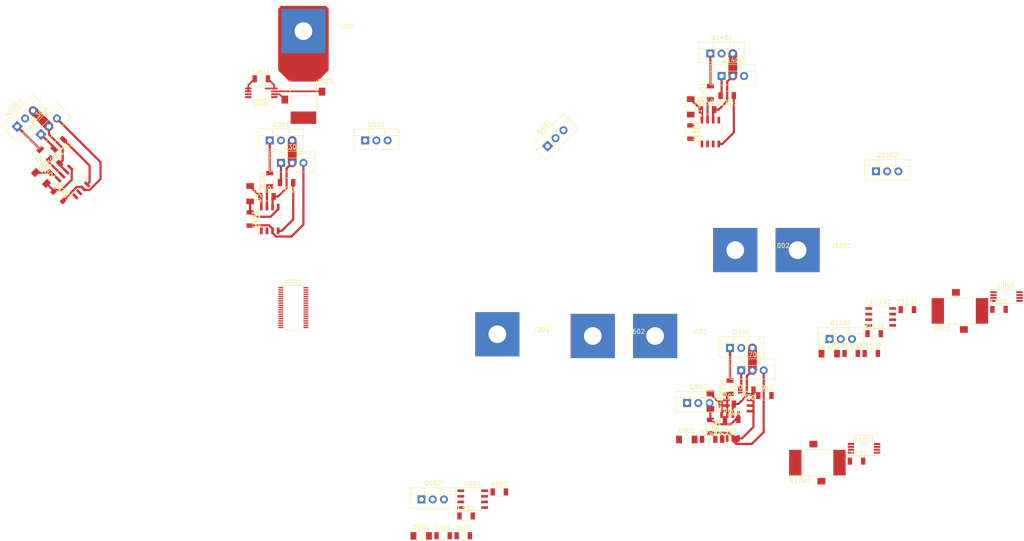
<source format=kicad_pcb>
(kicad_pcb (version 20171130) (host pcbnew "(5.1.0)-1")

  (general
    (thickness 1.6)
    (drawings 0)
    (tracks 135)
    (zones 0)
    (modules 72)
    (nets 92)
  )

  (page A4)
  (layers
    (0 F.Cu signal)
    (31 B.Cu signal)
    (32 B.Adhes user)
    (33 F.Adhes user)
    (34 B.Paste user)
    (35 F.Paste user)
    (36 B.SilkS user)
    (37 F.SilkS user)
    (38 B.Mask user)
    (39 F.Mask user)
    (40 Dwgs.User user)
    (41 Cmts.User user)
    (42 Eco1.User user)
    (43 Eco2.User user)
    (44 Edge.Cuts user)
    (45 Margin user)
    (46 B.CrtYd user)
    (47 F.CrtYd user)
    (48 B.Fab user)
    (49 F.Fab user)
  )

  (setup
    (last_trace_width 0.25)
    (user_trace_width 0.4)
    (user_trace_width 0.5)
    (user_trace_width 1)
    (user_trace_width 2)
    (trace_clearance 0.2)
    (zone_clearance 0.508)
    (zone_45_only no)
    (trace_min 0.2)
    (via_size 0.8)
    (via_drill 0.4)
    (via_min_size 0.6)
    (via_min_drill 0.3)
    (user_via 0.6 0.3)
    (user_via 1 0.5)
    (uvia_size 0.3)
    (uvia_drill 0.1)
    (uvias_allowed no)
    (uvia_min_size 0.2)
    (uvia_min_drill 0.1)
    (edge_width 0.15)
    (segment_width 0.2)
    (pcb_text_width 0.3)
    (pcb_text_size 1.5 1.5)
    (mod_edge_width 0.15)
    (mod_text_size 1 1)
    (mod_text_width 0.15)
    (pad_size 1.524 1.524)
    (pad_drill 0.762)
    (pad_to_mask_clearance 0.2)
    (solder_mask_min_width 0.25)
    (aux_axis_origin 0 0)
    (visible_elements 7FFFFF7F)
    (pcbplotparams
      (layerselection 0x010fc_ffffffff)
      (usegerberextensions false)
      (usegerberattributes false)
      (usegerberadvancedattributes false)
      (creategerberjobfile false)
      (excludeedgelayer true)
      (linewidth 0.100000)
      (plotframeref false)
      (viasonmask false)
      (mode 1)
      (useauxorigin false)
      (hpglpennumber 1)
      (hpglpenspeed 20)
      (hpglpendiameter 15.000000)
      (psnegative false)
      (psa4output false)
      (plotreference true)
      (plotvalue true)
      (plotinvisibletext false)
      (padsonsilk false)
      (subtractmaskfromsilk false)
      (outputformat 1)
      (mirror false)
      (drillshape 1)
      (scaleselection 1)
      (outputdirectory ""))
  )

  (net 0 "")
  (net 1 +15V)
  (net 2 "Net-(C302-Pad1)")
  (net 3 /Leg1/Sensor/IN)
  (net 4 +3V3)
  (net 5 /Leg2/Sensor/IN)
  (net 6 /Leg3/Sensor/IN)
  (net 7 "Net-(C902-Pad1)")
  (net 8 /Leg1/Sensor/OUT)
  (net 9 /Leg2/Sensor/OUT)
  (net 10 /Leg3/Sensor/OUT)
  (net 11 +VDC)
  (net 12 "Net-(Q301-Pad1)")
  (net 13 "Net-(Q302-Pad1)")
  (net 14 -VDC)
  (net 15 "Net-(Q901-Pad1)")
  (net 16 "Net-(Q902-Pad1)")
  (net 17 "Net-(R301-Pad1)")
  (net 18 "Net-(R302-Pad1)")
  (net 19 "Net-(R401-Pad2)")
  (net 20 "Net-(R401-Pad3)")
  (net 21 "Net-(R901-Pad1)")
  (net 22 "Net-(R902-Pad1)")
  (net 23 "Net-(U101-Pad1)")
  (net 24 "Net-(U101-Pad3)")
  (net 25 /Leg2/QH)
  (net 26 /Leg2/QL)
  (net 27 /Leg3/QH)
  (net 28 /Leg3/QL)
  (net 29 "Net-(U101-Pad11)")
  (net 30 "Net-(U101-Pad13)")
  (net 31 "Net-(U101-Pad14)")
  (net 32 "Net-(U101-Pad15)")
  (net 33 "Net-(U101-Pad16)")
  (net 34 "Net-(U101-Pad17)")
  (net 35 "Net-(U101-Pad18)")
  (net 36 /Leg3/Current)
  (net 37 /Leg2/Current)
  (net 38 /Leg1/Current)
  (net 39 "Net-(U101-Pad24)")
  (net 40 "Net-(U101-Pad25)")
  (net 41 "Net-(U101-Pad26)")
  (net 42 "Net-(U101-Pad27)")
  (net 43 "Net-(U101-Pad28)")
  (net 44 "Net-(U101-Pad29)")
  (net 45 "Net-(U101-Pad30)")
  (net 46 "Net-(U101-Pad31)")
  (net 47 "Net-(U101-Pad32)")
  (net 48 "Net-(U101-Pad33)")
  (net 49 "Net-(U101-Pad34)")
  (net 50 "Net-(U101-Pad35)")
  (net 51 /Leg1/QL)
  (net 52 /Leg1/QH)
  (net 53 "Net-(U101-Pad38)")
  (net 54 "Net-(U401-Pad1)")
  (net 55 "Net-(C502-Pad1)")
  (net 56 /Leg1/Power-/OUT)
  (net 57 "Net-(C702-Pad1)")
  (net 58 /Leg2/Power-/OUT)
  (net 59 "Net-(C1102-Pad1)")
  (net 60 /Leg3/Power-/OUT)
  (net 61 "Net-(C1302-Pad1)")
  (net 62 "Net-(Q501-Pad1)")
  (net 63 "Net-(Q502-Pad1)")
  (net 64 "Net-(Q701-Pad1)")
  (net 65 "Net-(Q702-Pad1)")
  (net 66 "Net-(Q1101-Pad1)")
  (net 67 "Net-(Q1102-Pad1)")
  (net 68 "Net-(Q1301-Pad1)")
  (net 69 "Net-(Q1302-Pad1)")
  (net 70 "Net-(R501-Pad1)")
  (net 71 "Net-(R502-Pad1)")
  (net 72 "Net-(R701-Pad1)")
  (net 73 "Net-(R702-Pad1)")
  (net 74 "Net-(R801-Pad3)")
  (net 75 "Net-(R801-Pad2)")
  (net 76 "Net-(R1101-Pad1)")
  (net 77 "Net-(R1102-Pad1)")
  (net 78 "Net-(R1201-Pad2)")
  (net 79 "Net-(R1201-Pad3)")
  (net 80 "Net-(R1301-Pad1)")
  (net 81 "Net-(R1302-Pad1)")
  (net 82 "Net-(U801-Pad1)")
  (net 83 "Net-(U1201-Pad1)")
  (net 84 /Power_extra/OUT)
  (net 85 "Net-(C1402-Pad1)")
  (net 86 "Net-(Q1401-Pad1)")
  (net 87 "Net-(Q1402-Pad1)")
  (net 88 "Net-(R1401-Pad1)")
  (net 89 "Net-(R1402-Pad1)")
  (net 90 /Power_extra/QH)
  (net 91 /Power_extra/Ql)

  (net_class Default "This is the default net class."
    (clearance 0.2)
    (trace_width 0.25)
    (via_dia 0.8)
    (via_drill 0.4)
    (uvia_dia 0.3)
    (uvia_drill 0.1)
    (add_net +15V)
    (add_net +3V3)
    (add_net +VDC)
    (add_net -VDC)
    (add_net /Leg1/Current)
    (add_net /Leg1/Power-/OUT)
    (add_net /Leg1/QH)
    (add_net /Leg1/QL)
    (add_net /Leg1/Sensor/IN)
    (add_net /Leg1/Sensor/OUT)
    (add_net /Leg2/Current)
    (add_net /Leg2/Power-/OUT)
    (add_net /Leg2/QH)
    (add_net /Leg2/QL)
    (add_net /Leg2/Sensor/IN)
    (add_net /Leg2/Sensor/OUT)
    (add_net /Leg3/Current)
    (add_net /Leg3/Power-/OUT)
    (add_net /Leg3/QH)
    (add_net /Leg3/QL)
    (add_net /Leg3/Sensor/IN)
    (add_net /Leg3/Sensor/OUT)
    (add_net /Power_extra/OUT)
    (add_net /Power_extra/QH)
    (add_net /Power_extra/Ql)
    (add_net "Net-(C1102-Pad1)")
    (add_net "Net-(C1302-Pad1)")
    (add_net "Net-(C1402-Pad1)")
    (add_net "Net-(C302-Pad1)")
    (add_net "Net-(C502-Pad1)")
    (add_net "Net-(C702-Pad1)")
    (add_net "Net-(C902-Pad1)")
    (add_net "Net-(Q1101-Pad1)")
    (add_net "Net-(Q1102-Pad1)")
    (add_net "Net-(Q1301-Pad1)")
    (add_net "Net-(Q1302-Pad1)")
    (add_net "Net-(Q1401-Pad1)")
    (add_net "Net-(Q1402-Pad1)")
    (add_net "Net-(Q301-Pad1)")
    (add_net "Net-(Q302-Pad1)")
    (add_net "Net-(Q501-Pad1)")
    (add_net "Net-(Q502-Pad1)")
    (add_net "Net-(Q701-Pad1)")
    (add_net "Net-(Q702-Pad1)")
    (add_net "Net-(Q901-Pad1)")
    (add_net "Net-(Q902-Pad1)")
    (add_net "Net-(R1101-Pad1)")
    (add_net "Net-(R1102-Pad1)")
    (add_net "Net-(R1201-Pad2)")
    (add_net "Net-(R1201-Pad3)")
    (add_net "Net-(R1301-Pad1)")
    (add_net "Net-(R1302-Pad1)")
    (add_net "Net-(R1401-Pad1)")
    (add_net "Net-(R1402-Pad1)")
    (add_net "Net-(R301-Pad1)")
    (add_net "Net-(R302-Pad1)")
    (add_net "Net-(R401-Pad2)")
    (add_net "Net-(R401-Pad3)")
    (add_net "Net-(R501-Pad1)")
    (add_net "Net-(R502-Pad1)")
    (add_net "Net-(R701-Pad1)")
    (add_net "Net-(R702-Pad1)")
    (add_net "Net-(R801-Pad2)")
    (add_net "Net-(R801-Pad3)")
    (add_net "Net-(R901-Pad1)")
    (add_net "Net-(R902-Pad1)")
    (add_net "Net-(U101-Pad1)")
    (add_net "Net-(U101-Pad11)")
    (add_net "Net-(U101-Pad13)")
    (add_net "Net-(U101-Pad14)")
    (add_net "Net-(U101-Pad15)")
    (add_net "Net-(U101-Pad16)")
    (add_net "Net-(U101-Pad17)")
    (add_net "Net-(U101-Pad18)")
    (add_net "Net-(U101-Pad24)")
    (add_net "Net-(U101-Pad25)")
    (add_net "Net-(U101-Pad26)")
    (add_net "Net-(U101-Pad27)")
    (add_net "Net-(U101-Pad28)")
    (add_net "Net-(U101-Pad29)")
    (add_net "Net-(U101-Pad3)")
    (add_net "Net-(U101-Pad30)")
    (add_net "Net-(U101-Pad31)")
    (add_net "Net-(U101-Pad32)")
    (add_net "Net-(U101-Pad33)")
    (add_net "Net-(U101-Pad34)")
    (add_net "Net-(U101-Pad35)")
    (add_net "Net-(U101-Pad38)")
    (add_net "Net-(U1201-Pad1)")
    (add_net "Net-(U401-Pad1)")
    (add_net "Net-(U801-Pad1)")
  )

  (module Package_SO:SO8 (layer F.Cu) (tedit 5B768FC1) (tstamp 5C575B99)
    (at 185.42 51.435 90)
    (descr "8-Lead Plastic Small Outline (SN) - Narrow, 3.90 mm Body [SOIC] (see Microchip Packaging Specification 00000049BS.pdf)")
    (tags "SOIC 1.27")
    (path /5C575278/5B768171)
    (attr smd)
    (fp_text reference U1401 (at 0 -3.5 90) (layer F.SilkS)
      (effects (font (size 1 1) (thickness 0.15)))
    )
    (fp_text value IR2181 (at 0 3.5 90) (layer F.Fab) hide
      (effects (font (size 1 1) (thickness 0.15)))
    )
    (fp_line (start -2.075 -2.525) (end -3.475 -2.525) (layer F.SilkS) (width 0.15))
    (fp_line (start -2.075 2.575) (end 2.075 2.575) (layer F.SilkS) (width 0.15))
    (fp_line (start -2.075 -2.575) (end 2.075 -2.575) (layer F.SilkS) (width 0.15))
    (fp_line (start -2.075 2.575) (end -2.075 2.43) (layer F.SilkS) (width 0.15))
    (fp_line (start 2.075 2.575) (end 2.075 2.43) (layer F.SilkS) (width 0.15))
    (fp_line (start 2.075 -2.575) (end 2.075 -2.43) (layer F.SilkS) (width 0.15))
    (fp_line (start -2.075 -2.575) (end -2.075 -2.525) (layer F.SilkS) (width 0.15))
    (fp_line (start -3.73 2.7) (end 3.73 2.7) (layer F.CrtYd) (width 0.05))
    (fp_line (start -3.73 -2.7) (end 3.73 -2.7) (layer F.CrtYd) (width 0.05))
    (fp_line (start 3.73 -2.7) (end 3.73 2.7) (layer F.CrtYd) (width 0.05))
    (fp_line (start -3.73 -2.7) (end -3.73 2.7) (layer F.CrtYd) (width 0.05))
    (fp_line (start -1.95 -1.45) (end -0.95 -2.45) (layer F.Fab) (width 0.1))
    (fp_line (start -1.95 2.45) (end -1.95 -1.45) (layer F.Fab) (width 0.1))
    (fp_line (start 1.95 2.45) (end -1.95 2.45) (layer F.Fab) (width 0.1))
    (fp_line (start 1.95 -2.45) (end 1.95 2.45) (layer F.Fab) (width 0.1))
    (fp_line (start -0.95 -2.45) (end 1.95 -2.45) (layer F.Fab) (width 0.1))
    (fp_text user %R (at 0 0 90) (layer F.Fab)
      (effects (font (size 1 1) (thickness 0.15)))
    )
    (pad 8 smd rect (at 2.7 -1.905 90) (size 1.55 0.6) (layers F.Cu F.Paste F.Mask)
      (net 85 "Net-(C1402-Pad1)"))
    (pad 7 smd rect (at 2.7 -0.635 90) (size 1.55 0.6) (layers F.Cu F.Paste F.Mask)
      (net 88 "Net-(R1401-Pad1)"))
    (pad 6 smd rect (at 2.7 0.635 90) (size 1.55 0.6) (layers F.Cu F.Paste F.Mask)
      (net 84 /Power_extra/OUT))
    (pad 5 smd rect (at 2.7 1.905 90) (size 1.55 0.6) (layers F.Cu F.Paste F.Mask)
      (net 1 +15V))
    (pad 4 smd rect (at -2.7 1.905 90) (size 1.55 0.6) (layers F.Cu F.Paste F.Mask)
      (net 89 "Net-(R1402-Pad1)"))
    (pad 3 smd rect (at -2.7 0.635 90) (size 1.55 0.6) (layers F.Cu F.Paste F.Mask)
      (net 14 -VDC))
    (pad 2 smd rect (at -2.7 -0.635 90) (size 1.55 0.6) (layers F.Cu F.Paste F.Mask)
      (net 91 /Power_extra/Ql))
    (pad 1 smd rect (at -2.7 -1.905 90) (size 1.55 0.6) (layers F.Cu F.Paste F.Mask)
      (net 90 /Power_extra/QH))
    (model ${KISYS3DMOD}/Package_SO.3dshapes/SOIC-8_3.9x4.9mm_P1.27mm.wrl
      (at (xyz 0 0 0))
      (scale (xyz 1 1 1))
      (rotate (xyz 0 0 0))
    )
  )

  (module Passives:R1206M (layer F.Cu) (tedit 5A956603) (tstamp 5C575914)
    (at 189.23 43.18 180)
    (descr "Capacitor SMD 1206, reflow soldering, AVX (see smccp.pdf)")
    (tags "capacitor 1206")
    (path /5C575278/5B7682C5)
    (attr smd)
    (fp_text reference R1402 (at 0 -1.75 180) (layer F.SilkS)
      (effects (font (size 1 1) (thickness 0.15)))
    )
    (fp_text value 22R (at 0 2 180) (layer F.Fab) hide
      (effects (font (size 1 1) (thickness 0.15)))
    )
    (fp_line (start 2.25 1.05) (end -2.25 1.05) (layer F.CrtYd) (width 0.05))
    (fp_line (start 2.25 1.05) (end 2.25 -1.05) (layer F.CrtYd) (width 0.05))
    (fp_line (start -2.25 -1.05) (end -2.25 1.05) (layer F.CrtYd) (width 0.05))
    (fp_line (start -2.25 -1.05) (end 2.25 -1.05) (layer F.CrtYd) (width 0.05))
    (fp_line (start -1 1.02) (end 1 1.02) (layer F.SilkS) (width 0.12))
    (fp_line (start 1 -1.02) (end -1 -1.02) (layer F.SilkS) (width 0.12))
    (fp_line (start -1.6 -0.8) (end 1.6 -0.8) (layer F.Fab) (width 0.1))
    (fp_line (start 1.6 -0.8) (end 1.6 0.8) (layer F.Fab) (width 0.1))
    (fp_line (start 1.6 0.8) (end -1.6 0.8) (layer F.Fab) (width 0.1))
    (fp_line (start -1.6 0.8) (end -1.6 -0.8) (layer F.Fab) (width 0.1))
    (fp_text user %R (at 0 0 180) (layer F.Fab)
      (effects (font (size 0.5 0.5) (thickness 0.07)))
    )
    (pad 2 smd rect (at 1.5 0 180) (size 1 1.6) (layers F.Cu F.Paste F.Mask)
      (net 87 "Net-(Q1402-Pad1)"))
    (pad 1 smd rect (at -1.5 0 180) (size 1 1.6) (layers F.Cu F.Paste F.Mask)
      (net 89 "Net-(R1402-Pad1)"))
    (model ${KISYS3DMOD}/Resistor_SMD.3dshapes/R_1206_3216Metric.wrl
      (at (xyz 0 0 0))
      (scale (xyz 1 1 1))
      (rotate (xyz 0 0 0))
    )
  )

  (module Passives:R1206M (layer F.Cu) (tedit 5A956603) (tstamp 5C575903)
    (at 185.42 42.545 90)
    (descr "Capacitor SMD 1206, reflow soldering, AVX (see smccp.pdf)")
    (tags "capacitor 1206")
    (path /5C575278/5B768234)
    (attr smd)
    (fp_text reference R1401 (at 0 -1.75 90) (layer F.SilkS)
      (effects (font (size 1 1) (thickness 0.15)))
    )
    (fp_text value 22R (at 0 2 90) (layer F.Fab) hide
      (effects (font (size 1 1) (thickness 0.15)))
    )
    (fp_line (start 2.25 1.05) (end -2.25 1.05) (layer F.CrtYd) (width 0.05))
    (fp_line (start 2.25 1.05) (end 2.25 -1.05) (layer F.CrtYd) (width 0.05))
    (fp_line (start -2.25 -1.05) (end -2.25 1.05) (layer F.CrtYd) (width 0.05))
    (fp_line (start -2.25 -1.05) (end 2.25 -1.05) (layer F.CrtYd) (width 0.05))
    (fp_line (start -1 1.02) (end 1 1.02) (layer F.SilkS) (width 0.12))
    (fp_line (start 1 -1.02) (end -1 -1.02) (layer F.SilkS) (width 0.12))
    (fp_line (start -1.6 -0.8) (end 1.6 -0.8) (layer F.Fab) (width 0.1))
    (fp_line (start 1.6 -0.8) (end 1.6 0.8) (layer F.Fab) (width 0.1))
    (fp_line (start 1.6 0.8) (end -1.6 0.8) (layer F.Fab) (width 0.1))
    (fp_line (start -1.6 0.8) (end -1.6 -0.8) (layer F.Fab) (width 0.1))
    (fp_text user %R (at 0 0 90) (layer F.Fab)
      (effects (font (size 0.5 0.5) (thickness 0.07)))
    )
    (pad 2 smd rect (at 1.5 0 90) (size 1 1.6) (layers F.Cu F.Paste F.Mask)
      (net 86 "Net-(Q1401-Pad1)"))
    (pad 1 smd rect (at -1.5 0 90) (size 1 1.6) (layers F.Cu F.Paste F.Mask)
      (net 88 "Net-(R1401-Pad1)"))
    (model ${KISYS3DMOD}/Resistor_SMD.3dshapes/R_1206_3216Metric.wrl
      (at (xyz 0 0 0))
      (scale (xyz 1 1 1))
      (rotate (xyz 0 0 0))
    )
  )

  (module Discretes:TO-220 (layer F.Cu) (tedit 59E9DD4A) (tstamp 5C5756AC)
    (at 187.96 38.735)
    (descr "TO-220-3, Vertical, RM 2.54mm")
    (tags "TO-220-3 Vertical RM 2.54mm")
    (path /5C575278/5B768110)
    (fp_text reference Q1402 (at 2.54 -3.62) (layer F.SilkS)
      (effects (font (size 1 1) (thickness 0.15)))
    )
    (fp_text value CSD19531KCS (at 2.54 3.92) (layer F.Fab) hide
      (effects (font (size 1 1) (thickness 0.15)))
    )
    (fp_line (start 7.79 -2.75) (end -2.71 -2.75) (layer F.CrtYd) (width 0.05))
    (fp_line (start 7.79 2.16) (end 7.79 -2.75) (layer F.CrtYd) (width 0.05))
    (fp_line (start -2.71 2.16) (end 7.79 2.16) (layer F.CrtYd) (width 0.05))
    (fp_line (start -2.71 -2.75) (end -2.71 2.16) (layer F.CrtYd) (width 0.05))
    (fp_line (start 4.391 -2.62) (end 4.391 -1.11) (layer F.SilkS) (width 0.12))
    (fp_line (start 0.69 -2.62) (end 0.69 -1.11) (layer F.SilkS) (width 0.12))
    (fp_line (start -2.58 -1.11) (end 7.66 -1.11) (layer F.SilkS) (width 0.12))
    (fp_line (start 7.66 -2.62) (end 7.66 2.021) (layer F.SilkS) (width 0.12))
    (fp_line (start -2.58 -2.62) (end -2.58 2.021) (layer F.SilkS) (width 0.12))
    (fp_line (start -2.58 2.021) (end 7.66 2.021) (layer F.SilkS) (width 0.12))
    (fp_line (start -2.58 -2.62) (end 7.66 -2.62) (layer F.SilkS) (width 0.12))
    (fp_line (start 4.39 -2.5) (end 4.39 -1.23) (layer F.Fab) (width 0.1))
    (fp_line (start 0.69 -2.5) (end 0.69 -1.23) (layer F.Fab) (width 0.1))
    (fp_line (start -2.46 -1.23) (end 7.54 -1.23) (layer F.Fab) (width 0.1))
    (fp_line (start 7.54 -2.5) (end -2.46 -2.5) (layer F.Fab) (width 0.1))
    (fp_line (start 7.54 1.9) (end 7.54 -2.5) (layer F.Fab) (width 0.1))
    (fp_line (start -2.46 1.9) (end 7.54 1.9) (layer F.Fab) (width 0.1))
    (fp_line (start -2.46 -2.5) (end -2.46 1.9) (layer F.Fab) (width 0.1))
    (fp_text user %R (at 2.54 -3.62) (layer F.Fab)
      (effects (font (size 1 1) (thickness 0.15)))
    )
    (pad 3 thru_hole oval (at 5.08 0) (size 1.8 1.8) (drill 1) (layers *.Cu *.Mask)
      (net 14 -VDC))
    (pad 2 thru_hole oval (at 2.54 0) (size 1.8 1.8) (drill 1) (layers *.Cu *.Mask)
      (net 84 /Power_extra/OUT))
    (pad 1 thru_hole rect (at 0 0) (size 1.8 1.8) (drill 1) (layers *.Cu *.Mask)
      (net 87 "Net-(Q1402-Pad1)"))
    (model ${KISYS3DMOD}/Package_TO_SOT_THT.3dshapes/TO-220-3_Vertical.wrl
      (at (xyz 0 0 0))
      (scale (xyz 1 1 1))
      (rotate (xyz 0 0 0))
    )
  )

  (module Discretes:TO-220 (layer F.Cu) (tedit 59E9DD4A) (tstamp 5C575692)
    (at 185.42 33.655)
    (descr "TO-220-3, Vertical, RM 2.54mm")
    (tags "TO-220-3 Vertical RM 2.54mm")
    (path /5C575278/5B768070)
    (fp_text reference Q1401 (at 2.54 -3.62) (layer F.SilkS)
      (effects (font (size 1 1) (thickness 0.15)))
    )
    (fp_text value CSD19531KCS (at 2.54 3.92) (layer F.Fab) hide
      (effects (font (size 1 1) (thickness 0.15)))
    )
    (fp_line (start 7.79 -2.75) (end -2.71 -2.75) (layer F.CrtYd) (width 0.05))
    (fp_line (start 7.79 2.16) (end 7.79 -2.75) (layer F.CrtYd) (width 0.05))
    (fp_line (start -2.71 2.16) (end 7.79 2.16) (layer F.CrtYd) (width 0.05))
    (fp_line (start -2.71 -2.75) (end -2.71 2.16) (layer F.CrtYd) (width 0.05))
    (fp_line (start 4.391 -2.62) (end 4.391 -1.11) (layer F.SilkS) (width 0.12))
    (fp_line (start 0.69 -2.62) (end 0.69 -1.11) (layer F.SilkS) (width 0.12))
    (fp_line (start -2.58 -1.11) (end 7.66 -1.11) (layer F.SilkS) (width 0.12))
    (fp_line (start 7.66 -2.62) (end 7.66 2.021) (layer F.SilkS) (width 0.12))
    (fp_line (start -2.58 -2.62) (end -2.58 2.021) (layer F.SilkS) (width 0.12))
    (fp_line (start -2.58 2.021) (end 7.66 2.021) (layer F.SilkS) (width 0.12))
    (fp_line (start -2.58 -2.62) (end 7.66 -2.62) (layer F.SilkS) (width 0.12))
    (fp_line (start 4.39 -2.5) (end 4.39 -1.23) (layer F.Fab) (width 0.1))
    (fp_line (start 0.69 -2.5) (end 0.69 -1.23) (layer F.Fab) (width 0.1))
    (fp_line (start -2.46 -1.23) (end 7.54 -1.23) (layer F.Fab) (width 0.1))
    (fp_line (start 7.54 -2.5) (end -2.46 -2.5) (layer F.Fab) (width 0.1))
    (fp_line (start 7.54 1.9) (end 7.54 -2.5) (layer F.Fab) (width 0.1))
    (fp_line (start -2.46 1.9) (end 7.54 1.9) (layer F.Fab) (width 0.1))
    (fp_line (start -2.46 -2.5) (end -2.46 1.9) (layer F.Fab) (width 0.1))
    (fp_text user %R (at 2.54 -3.62) (layer F.Fab)
      (effects (font (size 1 1) (thickness 0.15)))
    )
    (pad 3 thru_hole oval (at 5.08 0) (size 1.8 1.8) (drill 1) (layers *.Cu *.Mask)
      (net 84 /Power_extra/OUT))
    (pad 2 thru_hole oval (at 2.54 0) (size 1.8 1.8) (drill 1) (layers *.Cu *.Mask)
      (net 11 +VDC))
    (pad 1 thru_hole rect (at 0 0) (size 1.8 1.8) (drill 1) (layers *.Cu *.Mask)
      (net 86 "Net-(Q1401-Pad1)"))
    (model ${KISYS3DMOD}/Package_TO_SOT_THT.3dshapes/TO-220-3_Vertical.wrl
      (at (xyz 0 0 0))
      (scale (xyz 1 1 1))
      (rotate (xyz 0 0 0))
    )
  )

  (module Discretes:D_MiniMELF (layer F.Cu) (tedit 59F95434) (tstamp 5C5753CC)
    (at 180.975 45.72 270)
    (descr "Diode Mini-MELF")
    (tags "Diode Mini-MELF")
    (path /5C575278/5B76A6F5)
    (attr smd)
    (fp_text reference D1401 (at 0 -2 270) (layer F.SilkS)
      (effects (font (size 1 1) (thickness 0.15)))
    )
    (fp_text value LL4148 (at 0 1.75 270) (layer F.Fab) hide
      (effects (font (size 1 1) (thickness 0.15)))
    )
    (fp_line (start -2.65 1.1) (end -2.65 -1.1) (layer F.CrtYd) (width 0.05))
    (fp_line (start 2.65 1.1) (end -2.65 1.1) (layer F.CrtYd) (width 0.05))
    (fp_line (start 2.65 -1.1) (end 2.65 1.1) (layer F.CrtYd) (width 0.05))
    (fp_line (start -2.65 -1.1) (end 2.65 -1.1) (layer F.CrtYd) (width 0.05))
    (fp_line (start -0.75 0) (end -0.35 0) (layer F.Fab) (width 0.1))
    (fp_line (start -0.35 0) (end -0.35 -0.55) (layer F.Fab) (width 0.1))
    (fp_line (start -0.35 0) (end -0.35 0.55) (layer F.Fab) (width 0.1))
    (fp_line (start -0.35 0) (end 0.25 -0.4) (layer F.Fab) (width 0.1))
    (fp_line (start 0.25 -0.4) (end 0.25 0.4) (layer F.Fab) (width 0.1))
    (fp_line (start 0.25 0.4) (end -0.35 0) (layer F.Fab) (width 0.1))
    (fp_line (start 0.25 0) (end 0.75 0) (layer F.Fab) (width 0.1))
    (fp_line (start -1.65 -0.8) (end 1.65 -0.8) (layer F.Fab) (width 0.1))
    (fp_line (start -1.65 0.8) (end -1.65 -0.8) (layer F.Fab) (width 0.1))
    (fp_line (start 1.65 0.8) (end -1.65 0.8) (layer F.Fab) (width 0.1))
    (fp_line (start 1.65 -0.8) (end 1.65 0.8) (layer F.Fab) (width 0.1))
    (fp_line (start -2.55 1) (end 1.75 1) (layer F.SilkS) (width 0.12))
    (fp_line (start -2.55 -1) (end -2.55 1) (layer F.SilkS) (width 0.12))
    (fp_line (start 1.75 -1) (end -2.55 -1) (layer F.SilkS) (width 0.12))
    (fp_text user %R (at 0 -2 270) (layer F.Fab)
      (effects (font (size 1 1) (thickness 0.15)))
    )
    (pad 2 smd rect (at 1.75 0 270) (size 1.3 1.7) (layers F.Cu F.Paste F.Mask)
      (net 1 +15V))
    (pad 1 smd rect (at -1.75 0 270) (size 1.3 1.7) (layers F.Cu F.Paste F.Mask)
      (net 85 "Net-(C1402-Pad1)"))
    (model ${KISYS3DMOD}/Diode_SMD.3dshapes/D_MiniMELF.wrl
      (at (xyz 0 0 0))
      (scale (xyz 1 1 1))
      (rotate (xyz 0 0 0))
    )
  )

  (module Passives:C1206M (layer F.Cu) (tedit 5A956631) (tstamp 5C576045)
    (at 184.785 46.355)
    (descr "Capacitor SMD 1206, reflow soldering, AVX (see smccp.pdf)")
    (tags "capacitor 1206")
    (path /5C575278/5B7686C7)
    (attr smd)
    (fp_text reference C1402 (at 0 -1.75) (layer F.SilkS)
      (effects (font (size 1 1) (thickness 0.15)))
    )
    (fp_text value 100n (at 0 2) (layer F.Fab) hide
      (effects (font (size 1 1) (thickness 0.15)))
    )
    (fp_line (start 2.25 1.05) (end -2.25 1.05) (layer F.CrtYd) (width 0.05))
    (fp_line (start 2.25 1.05) (end 2.25 -1.05) (layer F.CrtYd) (width 0.05))
    (fp_line (start -2.25 -1.05) (end -2.25 1.05) (layer F.CrtYd) (width 0.05))
    (fp_line (start -2.25 -1.05) (end 2.25 -1.05) (layer F.CrtYd) (width 0.05))
    (fp_line (start -1 1.02) (end 1 1.02) (layer F.SilkS) (width 0.12))
    (fp_line (start 1 -1.02) (end -1 -1.02) (layer F.SilkS) (width 0.12))
    (fp_line (start -1.6 -0.8) (end 1.6 -0.8) (layer F.Fab) (width 0.1))
    (fp_line (start 1.6 -0.8) (end 1.6 0.8) (layer F.Fab) (width 0.1))
    (fp_line (start 1.6 0.8) (end -1.6 0.8) (layer F.Fab) (width 0.1))
    (fp_line (start -1.6 0.8) (end -1.6 -0.8) (layer F.Fab) (width 0.1))
    (fp_text user %R (at 0 0) (layer F.Fab)
      (effects (font (size 0.5 0.5) (thickness 0.07)))
    )
    (pad 2 smd rect (at 1.5 0) (size 1 1.6) (layers F.Cu F.Paste F.Mask)
      (net 84 /Power_extra/OUT))
    (pad 1 smd rect (at -1.5 0) (size 1 1.6) (layers F.Cu F.Paste F.Mask)
      (net 85 "Net-(C1402-Pad1)"))
    (model ${KISYS3DMOD}/Capacitor_SMD.3dshapes/C_1206_3216Metric.wrl
      (at (xyz 0 0 0))
      (scale (xyz 1 1 1))
      (rotate (xyz 0 0 0))
    )
  )

  (module Passives:C1206M (layer F.Cu) (tedit 5A956631) (tstamp 5C575282)
    (at 180.975 51.435 270)
    (descr "Capacitor SMD 1206, reflow soldering, AVX (see smccp.pdf)")
    (tags "capacitor 1206")
    (path /5C575278/5B7685DA)
    (attr smd)
    (fp_text reference C1401 (at 0 -1.75 270) (layer F.SilkS)
      (effects (font (size 1 1) (thickness 0.15)))
    )
    (fp_text value 100n (at 0 2 270) (layer F.Fab) hide
      (effects (font (size 1 1) (thickness 0.15)))
    )
    (fp_line (start 2.25 1.05) (end -2.25 1.05) (layer F.CrtYd) (width 0.05))
    (fp_line (start 2.25 1.05) (end 2.25 -1.05) (layer F.CrtYd) (width 0.05))
    (fp_line (start -2.25 -1.05) (end -2.25 1.05) (layer F.CrtYd) (width 0.05))
    (fp_line (start -2.25 -1.05) (end 2.25 -1.05) (layer F.CrtYd) (width 0.05))
    (fp_line (start -1 1.02) (end 1 1.02) (layer F.SilkS) (width 0.12))
    (fp_line (start 1 -1.02) (end -1 -1.02) (layer F.SilkS) (width 0.12))
    (fp_line (start -1.6 -0.8) (end 1.6 -0.8) (layer F.Fab) (width 0.1))
    (fp_line (start 1.6 -0.8) (end 1.6 0.8) (layer F.Fab) (width 0.1))
    (fp_line (start 1.6 0.8) (end -1.6 0.8) (layer F.Fab) (width 0.1))
    (fp_line (start -1.6 0.8) (end -1.6 -0.8) (layer F.Fab) (width 0.1))
    (fp_text user %R (at 0 0 270) (layer F.Fab)
      (effects (font (size 0.5 0.5) (thickness 0.07)))
    )
    (pad 2 smd rect (at 1.5 0 270) (size 1 1.6) (layers F.Cu F.Paste F.Mask)
      (net 14 -VDC))
    (pad 1 smd rect (at -1.5 0 270) (size 1 1.6) (layers F.Cu F.Paste F.Mask)
      (net 1 +15V))
    (model ${KISYS3DMOD}/Capacitor_SMD.3dshapes/C_1206_3216Metric.wrl
      (at (xyz 0 0 0))
      (scale (xyz 1 1 1))
      (rotate (xyz 0 0 0))
    )
  )

  (module Passives:C1206M (layer F.Cu) (tedit 5A956631) (tstamp 5B77579B)
    (at 81.28 71.12 270)
    (descr "Capacitor SMD 1206, reflow soldering, AVX (see smccp.pdf)")
    (tags "capacitor 1206")
    (path /5B767FE4/5B767FF2/5B7685DA)
    (attr smd)
    (fp_text reference C301 (at 0 -1.75 270) (layer F.SilkS)
      (effects (font (size 1 1) (thickness 0.15)))
    )
    (fp_text value 100n (at 0 2 270) (layer F.Fab) hide
      (effects (font (size 1 1) (thickness 0.15)))
    )
    (fp_line (start 2.25 1.05) (end -2.25 1.05) (layer F.CrtYd) (width 0.05))
    (fp_line (start 2.25 1.05) (end 2.25 -1.05) (layer F.CrtYd) (width 0.05))
    (fp_line (start -2.25 -1.05) (end -2.25 1.05) (layer F.CrtYd) (width 0.05))
    (fp_line (start -2.25 -1.05) (end 2.25 -1.05) (layer F.CrtYd) (width 0.05))
    (fp_line (start -1 1.02) (end 1 1.02) (layer F.SilkS) (width 0.12))
    (fp_line (start 1 -1.02) (end -1 -1.02) (layer F.SilkS) (width 0.12))
    (fp_line (start -1.6 -0.8) (end 1.6 -0.8) (layer F.Fab) (width 0.1))
    (fp_line (start 1.6 -0.8) (end 1.6 0.8) (layer F.Fab) (width 0.1))
    (fp_line (start 1.6 0.8) (end -1.6 0.8) (layer F.Fab) (width 0.1))
    (fp_line (start -1.6 0.8) (end -1.6 -0.8) (layer F.Fab) (width 0.1))
    (fp_text user %R (at 0 0 270) (layer F.Fab)
      (effects (font (size 0.5 0.5) (thickness 0.07)))
    )
    (pad 2 smd rect (at 1.5 0 270) (size 1 1.6) (layers F.Cu F.Paste F.Mask)
      (net 14 -VDC))
    (pad 1 smd rect (at -1.5 0 270) (size 1 1.6) (layers F.Cu F.Paste F.Mask)
      (net 1 +15V))
    (model ${KISYS3DMOD}/Capacitor_SMD.3dshapes/C_1206_3216Metric.wrl
      (at (xyz 0 0 0))
      (scale (xyz 1 1 1))
      (rotate (xyz 0 0 0))
    )
  )

  (module Passives:C1206M (layer F.Cu) (tedit 5A956631) (tstamp 5B773F7E)
    (at 85.09 66.04)
    (descr "Capacitor SMD 1206, reflow soldering, AVX (see smccp.pdf)")
    (tags "capacitor 1206")
    (path /5B767FE4/5B767FF2/5B7686C7)
    (attr smd)
    (fp_text reference C302 (at 0 -1.75) (layer F.SilkS)
      (effects (font (size 1 1) (thickness 0.15)))
    )
    (fp_text value 100n (at 0 2) (layer F.Fab) hide
      (effects (font (size 1 1) (thickness 0.15)))
    )
    (fp_text user %R (at 0 0) (layer F.Fab)
      (effects (font (size 0.5 0.5) (thickness 0.07)))
    )
    (fp_line (start -1.6 0.8) (end -1.6 -0.8) (layer F.Fab) (width 0.1))
    (fp_line (start 1.6 0.8) (end -1.6 0.8) (layer F.Fab) (width 0.1))
    (fp_line (start 1.6 -0.8) (end 1.6 0.8) (layer F.Fab) (width 0.1))
    (fp_line (start -1.6 -0.8) (end 1.6 -0.8) (layer F.Fab) (width 0.1))
    (fp_line (start 1 -1.02) (end -1 -1.02) (layer F.SilkS) (width 0.12))
    (fp_line (start -1 1.02) (end 1 1.02) (layer F.SilkS) (width 0.12))
    (fp_line (start -2.25 -1.05) (end 2.25 -1.05) (layer F.CrtYd) (width 0.05))
    (fp_line (start -2.25 -1.05) (end -2.25 1.05) (layer F.CrtYd) (width 0.05))
    (fp_line (start 2.25 1.05) (end 2.25 -1.05) (layer F.CrtYd) (width 0.05))
    (fp_line (start 2.25 1.05) (end -2.25 1.05) (layer F.CrtYd) (width 0.05))
    (pad 1 smd rect (at -1.5 0) (size 1 1.6) (layers F.Cu F.Paste F.Mask)
      (net 2 "Net-(C302-Pad1)"))
    (pad 2 smd rect (at 1.5 0) (size 1 1.6) (layers F.Cu F.Paste F.Mask)
      (net 3 /Leg1/Sensor/IN))
    (model ${KISYS3DMOD}/Capacitor_SMD.3dshapes/C_1206_3216Metric.wrl
      (at (xyz 0 0 0))
      (scale (xyz 1 1 1))
      (rotate (xyz 0 0 0))
    )
  )

  (module Passives:C1206M (layer F.Cu) (tedit 5A956631) (tstamp 5B773F8F)
    (at 83.82 39.37)
    (descr "Capacitor SMD 1206, reflow soldering, AVX (see smccp.pdf)")
    (tags "capacitor 1206")
    (path /5B767FE4/5B767FF5/5B76C4AF)
    (attr smd)
    (fp_text reference C401 (at 0 -1.75) (layer F.SilkS)
      (effects (font (size 1 1) (thickness 0.15)))
    )
    (fp_text value C1206 (at 0 2) (layer F.Fab) hide
      (effects (font (size 1 1) (thickness 0.15)))
    )
    (fp_text user %R (at 0 0) (layer F.Fab)
      (effects (font (size 0.5 0.5) (thickness 0.07)))
    )
    (fp_line (start -1.6 0.8) (end -1.6 -0.8) (layer F.Fab) (width 0.1))
    (fp_line (start 1.6 0.8) (end -1.6 0.8) (layer F.Fab) (width 0.1))
    (fp_line (start 1.6 -0.8) (end 1.6 0.8) (layer F.Fab) (width 0.1))
    (fp_line (start -1.6 -0.8) (end 1.6 -0.8) (layer F.Fab) (width 0.1))
    (fp_line (start 1 -1.02) (end -1 -1.02) (layer F.SilkS) (width 0.12))
    (fp_line (start -1 1.02) (end 1 1.02) (layer F.SilkS) (width 0.12))
    (fp_line (start -2.25 -1.05) (end 2.25 -1.05) (layer F.CrtYd) (width 0.05))
    (fp_line (start -2.25 -1.05) (end -2.25 1.05) (layer F.CrtYd) (width 0.05))
    (fp_line (start 2.25 1.05) (end 2.25 -1.05) (layer F.CrtYd) (width 0.05))
    (fp_line (start 2.25 1.05) (end -2.25 1.05) (layer F.CrtYd) (width 0.05))
    (pad 1 smd rect (at -1.5 0) (size 1 1.6) (layers F.Cu F.Paste F.Mask)
      (net 4 +3V3))
    (pad 2 smd rect (at 1.5 0) (size 1 1.6) (layers F.Cu F.Paste F.Mask)
      (net 14 -VDC))
    (model ${KISYS3DMOD}/Capacitor_SMD.3dshapes/C_1206_3216Metric.wrl
      (at (xyz 0 0 0))
      (scale (xyz 1 1 1))
      (rotate (xyz 0 0 0))
    )
  )

  (module Passives:C1206M (layer F.Cu) (tedit 5A956631) (tstamp 5B773FA0)
    (at 124.955001 142.845001)
    (descr "Capacitor SMD 1206, reflow soldering, AVX (see smccp.pdf)")
    (tags "capacitor 1206")
    (path /5B767FE4/5B772791/5B7685DA)
    (attr smd)
    (fp_text reference C501 (at 0 -1.75) (layer F.SilkS)
      (effects (font (size 1 1) (thickness 0.15)))
    )
    (fp_text value 100n (at 0 2) (layer F.Fab) hide
      (effects (font (size 1 1) (thickness 0.15)))
    )
    (fp_line (start 2.25 1.05) (end -2.25 1.05) (layer F.CrtYd) (width 0.05))
    (fp_line (start 2.25 1.05) (end 2.25 -1.05) (layer F.CrtYd) (width 0.05))
    (fp_line (start -2.25 -1.05) (end -2.25 1.05) (layer F.CrtYd) (width 0.05))
    (fp_line (start -2.25 -1.05) (end 2.25 -1.05) (layer F.CrtYd) (width 0.05))
    (fp_line (start -1 1.02) (end 1 1.02) (layer F.SilkS) (width 0.12))
    (fp_line (start 1 -1.02) (end -1 -1.02) (layer F.SilkS) (width 0.12))
    (fp_line (start -1.6 -0.8) (end 1.6 -0.8) (layer F.Fab) (width 0.1))
    (fp_line (start 1.6 -0.8) (end 1.6 0.8) (layer F.Fab) (width 0.1))
    (fp_line (start 1.6 0.8) (end -1.6 0.8) (layer F.Fab) (width 0.1))
    (fp_line (start -1.6 0.8) (end -1.6 -0.8) (layer F.Fab) (width 0.1))
    (fp_text user %R (at 0 0) (layer F.Fab)
      (effects (font (size 0.5 0.5) (thickness 0.07)))
    )
    (pad 2 smd rect (at 1.5 0) (size 1 1.6) (layers F.Cu F.Paste F.Mask)
      (net 14 -VDC))
    (pad 1 smd rect (at -1.5 0) (size 1 1.6) (layers F.Cu F.Paste F.Mask)
      (net 1 +15V))
    (model ${KISYS3DMOD}/Capacitor_SMD.3dshapes/C_1206_3216Metric.wrl
      (at (xyz 0 0 0))
      (scale (xyz 1 1 1))
      (rotate (xyz 0 0 0))
    )
  )

  (module Passives:C1206M (layer F.Cu) (tedit 5A956631) (tstamp 5B773FB1)
    (at 130.155001 138.375001)
    (descr "Capacitor SMD 1206, reflow soldering, AVX (see smccp.pdf)")
    (tags "capacitor 1206")
    (path /5B767FE4/5B772791/5B7686C7)
    (attr smd)
    (fp_text reference C502 (at 0 -1.75) (layer F.SilkS)
      (effects (font (size 1 1) (thickness 0.15)))
    )
    (fp_text value 100n (at 0 2) (layer F.Fab) hide
      (effects (font (size 1 1) (thickness 0.15)))
    )
    (fp_text user %R (at 0 0) (layer F.Fab)
      (effects (font (size 0.5 0.5) (thickness 0.07)))
    )
    (fp_line (start -1.6 0.8) (end -1.6 -0.8) (layer F.Fab) (width 0.1))
    (fp_line (start 1.6 0.8) (end -1.6 0.8) (layer F.Fab) (width 0.1))
    (fp_line (start 1.6 -0.8) (end 1.6 0.8) (layer F.Fab) (width 0.1))
    (fp_line (start -1.6 -0.8) (end 1.6 -0.8) (layer F.Fab) (width 0.1))
    (fp_line (start 1 -1.02) (end -1 -1.02) (layer F.SilkS) (width 0.12))
    (fp_line (start -1 1.02) (end 1 1.02) (layer F.SilkS) (width 0.12))
    (fp_line (start -2.25 -1.05) (end 2.25 -1.05) (layer F.CrtYd) (width 0.05))
    (fp_line (start -2.25 -1.05) (end -2.25 1.05) (layer F.CrtYd) (width 0.05))
    (fp_line (start 2.25 1.05) (end 2.25 -1.05) (layer F.CrtYd) (width 0.05))
    (fp_line (start 2.25 1.05) (end -2.25 1.05) (layer F.CrtYd) (width 0.05))
    (pad 1 smd rect (at -1.5 0) (size 1 1.6) (layers F.Cu F.Paste F.Mask)
      (net 55 "Net-(C502-Pad1)"))
    (pad 2 smd rect (at 1.5 0) (size 1 1.6) (layers F.Cu F.Paste F.Mask)
      (net 56 /Leg1/Power-/OUT))
    (model ${KISYS3DMOD}/Capacitor_SMD.3dshapes/C_1206_3216Metric.wrl
      (at (xyz 0 0 0))
      (scale (xyz 1 1 1))
      (rotate (xyz 0 0 0))
    )
  )

  (module Passives:C1206M (layer F.Cu) (tedit 5A956631) (tstamp 5B773FC2)
    (at 185.42 118.11 270)
    (descr "Capacitor SMD 1206, reflow soldering, AVX (see smccp.pdf)")
    (tags "capacitor 1206")
    (path /5B76D023/5B767FF2/5B7685DA)
    (attr smd)
    (fp_text reference C701 (at 0 -1.75 270) (layer F.SilkS)
      (effects (font (size 1 1) (thickness 0.15)))
    )
    (fp_text value 100n (at 0 2 270) (layer F.Fab) hide
      (effects (font (size 1 1) (thickness 0.15)))
    )
    (fp_text user %R (at 0 0 270) (layer F.Fab)
      (effects (font (size 0.5 0.5) (thickness 0.07)))
    )
    (fp_line (start -1.6 0.8) (end -1.6 -0.8) (layer F.Fab) (width 0.1))
    (fp_line (start 1.6 0.8) (end -1.6 0.8) (layer F.Fab) (width 0.1))
    (fp_line (start 1.6 -0.8) (end 1.6 0.8) (layer F.Fab) (width 0.1))
    (fp_line (start -1.6 -0.8) (end 1.6 -0.8) (layer F.Fab) (width 0.1))
    (fp_line (start 1 -1.02) (end -1 -1.02) (layer F.SilkS) (width 0.12))
    (fp_line (start -1 1.02) (end 1 1.02) (layer F.SilkS) (width 0.12))
    (fp_line (start -2.25 -1.05) (end 2.25 -1.05) (layer F.CrtYd) (width 0.05))
    (fp_line (start -2.25 -1.05) (end -2.25 1.05) (layer F.CrtYd) (width 0.05))
    (fp_line (start 2.25 1.05) (end 2.25 -1.05) (layer F.CrtYd) (width 0.05))
    (fp_line (start 2.25 1.05) (end -2.25 1.05) (layer F.CrtYd) (width 0.05))
    (pad 1 smd rect (at -1.5 0 270) (size 1 1.6) (layers F.Cu F.Paste F.Mask)
      (net 1 +15V))
    (pad 2 smd rect (at 1.5 0 270) (size 1 1.6) (layers F.Cu F.Paste F.Mask)
      (net 14 -VDC))
    (model ${KISYS3DMOD}/Capacitor_SMD.3dshapes/C_1206_3216Metric.wrl
      (at (xyz 0 0 0))
      (scale (xyz 1 1 1))
      (rotate (xyz 0 0 0))
    )
  )

  (module Passives:C1206M (layer F.Cu) (tedit 5A956631) (tstamp 5B773FD3)
    (at 189.23 113.03)
    (descr "Capacitor SMD 1206, reflow soldering, AVX (see smccp.pdf)")
    (tags "capacitor 1206")
    (path /5B76D023/5B767FF2/5B7686C7)
    (attr smd)
    (fp_text reference C702 (at 0 -1.75) (layer F.SilkS)
      (effects (font (size 1 1) (thickness 0.15)))
    )
    (fp_text value 100n (at 0 2) (layer F.Fab) hide
      (effects (font (size 1 1) (thickness 0.15)))
    )
    (fp_line (start 2.25 1.05) (end -2.25 1.05) (layer F.CrtYd) (width 0.05))
    (fp_line (start 2.25 1.05) (end 2.25 -1.05) (layer F.CrtYd) (width 0.05))
    (fp_line (start -2.25 -1.05) (end -2.25 1.05) (layer F.CrtYd) (width 0.05))
    (fp_line (start -2.25 -1.05) (end 2.25 -1.05) (layer F.CrtYd) (width 0.05))
    (fp_line (start -1 1.02) (end 1 1.02) (layer F.SilkS) (width 0.12))
    (fp_line (start 1 -1.02) (end -1 -1.02) (layer F.SilkS) (width 0.12))
    (fp_line (start -1.6 -0.8) (end 1.6 -0.8) (layer F.Fab) (width 0.1))
    (fp_line (start 1.6 -0.8) (end 1.6 0.8) (layer F.Fab) (width 0.1))
    (fp_line (start 1.6 0.8) (end -1.6 0.8) (layer F.Fab) (width 0.1))
    (fp_line (start -1.6 0.8) (end -1.6 -0.8) (layer F.Fab) (width 0.1))
    (fp_text user %R (at 0 0) (layer F.Fab)
      (effects (font (size 0.5 0.5) (thickness 0.07)))
    )
    (pad 2 smd rect (at 1.5 0) (size 1 1.6) (layers F.Cu F.Paste F.Mask)
      (net 5 /Leg2/Sensor/IN))
    (pad 1 smd rect (at -1.5 0) (size 1 1.6) (layers F.Cu F.Paste F.Mask)
      (net 57 "Net-(C702-Pad1)"))
    (model ${KISYS3DMOD}/Capacitor_SMD.3dshapes/C_1206_3216Metric.wrl
      (at (xyz 0 0 0))
      (scale (xyz 1 1 1))
      (rotate (xyz 0 0 0))
    )
  )

  (module Passives:C1206M (layer F.Cu) (tedit 5A956631) (tstamp 5B773FE4)
    (at 250.730001 91.590001)
    (descr "Capacitor SMD 1206, reflow soldering, AVX (see smccp.pdf)")
    (tags "capacitor 1206")
    (path /5B76D023/5B767FF5/5B76C4AF)
    (attr smd)
    (fp_text reference C801 (at 0 -1.75) (layer F.SilkS)
      (effects (font (size 1 1) (thickness 0.15)))
    )
    (fp_text value C1206 (at 0 2) (layer F.Fab) hide
      (effects (font (size 1 1) (thickness 0.15)))
    )
    (fp_text user %R (at 0 0) (layer F.Fab)
      (effects (font (size 0.5 0.5) (thickness 0.07)))
    )
    (fp_line (start -1.6 0.8) (end -1.6 -0.8) (layer F.Fab) (width 0.1))
    (fp_line (start 1.6 0.8) (end -1.6 0.8) (layer F.Fab) (width 0.1))
    (fp_line (start 1.6 -0.8) (end 1.6 0.8) (layer F.Fab) (width 0.1))
    (fp_line (start -1.6 -0.8) (end 1.6 -0.8) (layer F.Fab) (width 0.1))
    (fp_line (start 1 -1.02) (end -1 -1.02) (layer F.SilkS) (width 0.12))
    (fp_line (start -1 1.02) (end 1 1.02) (layer F.SilkS) (width 0.12))
    (fp_line (start -2.25 -1.05) (end 2.25 -1.05) (layer F.CrtYd) (width 0.05))
    (fp_line (start -2.25 -1.05) (end -2.25 1.05) (layer F.CrtYd) (width 0.05))
    (fp_line (start 2.25 1.05) (end 2.25 -1.05) (layer F.CrtYd) (width 0.05))
    (fp_line (start 2.25 1.05) (end -2.25 1.05) (layer F.CrtYd) (width 0.05))
    (pad 1 smd rect (at -1.5 0) (size 1 1.6) (layers F.Cu F.Paste F.Mask)
      (net 4 +3V3))
    (pad 2 smd rect (at 1.5 0) (size 1 1.6) (layers F.Cu F.Paste F.Mask)
      (net 14 -VDC))
    (model ${KISYS3DMOD}/Capacitor_SMD.3dshapes/C_1206_3216Metric.wrl
      (at (xyz 0 0 0))
      (scale (xyz 1 1 1))
      (rotate (xyz 0 0 0))
    )
  )

  (module Passives:C1206M (layer F.Cu) (tedit 5A956631) (tstamp 5B773FF5)
    (at 189.590001 121.020001)
    (descr "Capacitor SMD 1206, reflow soldering, AVX (see smccp.pdf)")
    (tags "capacitor 1206")
    (path /5B76D023/5B772791/5B7685DA)
    (attr smd)
    (fp_text reference C901 (at 0 -1.75) (layer F.SilkS)
      (effects (font (size 1 1) (thickness 0.15)))
    )
    (fp_text value 100n (at 0 2) (layer F.Fab) hide
      (effects (font (size 1 1) (thickness 0.15)))
    )
    (fp_line (start 2.25 1.05) (end -2.25 1.05) (layer F.CrtYd) (width 0.05))
    (fp_line (start 2.25 1.05) (end 2.25 -1.05) (layer F.CrtYd) (width 0.05))
    (fp_line (start -2.25 -1.05) (end -2.25 1.05) (layer F.CrtYd) (width 0.05))
    (fp_line (start -2.25 -1.05) (end 2.25 -1.05) (layer F.CrtYd) (width 0.05))
    (fp_line (start -1 1.02) (end 1 1.02) (layer F.SilkS) (width 0.12))
    (fp_line (start 1 -1.02) (end -1 -1.02) (layer F.SilkS) (width 0.12))
    (fp_line (start -1.6 -0.8) (end 1.6 -0.8) (layer F.Fab) (width 0.1))
    (fp_line (start 1.6 -0.8) (end 1.6 0.8) (layer F.Fab) (width 0.1))
    (fp_line (start 1.6 0.8) (end -1.6 0.8) (layer F.Fab) (width 0.1))
    (fp_line (start -1.6 0.8) (end -1.6 -0.8) (layer F.Fab) (width 0.1))
    (fp_text user %R (at 0 0) (layer F.Fab)
      (effects (font (size 0.5 0.5) (thickness 0.07)))
    )
    (pad 2 smd rect (at 1.5 0) (size 1 1.6) (layers F.Cu F.Paste F.Mask)
      (net 14 -VDC))
    (pad 1 smd rect (at -1.5 0) (size 1 1.6) (layers F.Cu F.Paste F.Mask)
      (net 1 +15V))
    (model ${KISYS3DMOD}/Capacitor_SMD.3dshapes/C_1206_3216Metric.wrl
      (at (xyz 0 0 0))
      (scale (xyz 1 1 1))
      (rotate (xyz 0 0 0))
    )
  )

  (module Passives:C1206M (layer F.Cu) (tedit 5A956631) (tstamp 5B774006)
    (at 197.750001 111.100001)
    (descr "Capacitor SMD 1206, reflow soldering, AVX (see smccp.pdf)")
    (tags "capacitor 1206")
    (path /5B76D023/5B772791/5B7686C7)
    (attr smd)
    (fp_text reference C902 (at 0 -1.75) (layer F.SilkS)
      (effects (font (size 1 1) (thickness 0.15)))
    )
    (fp_text value 100n (at 0 2) (layer F.Fab) hide
      (effects (font (size 1 1) (thickness 0.15)))
    )
    (fp_text user %R (at 0 0) (layer F.Fab)
      (effects (font (size 0.5 0.5) (thickness 0.07)))
    )
    (fp_line (start -1.6 0.8) (end -1.6 -0.8) (layer F.Fab) (width 0.1))
    (fp_line (start 1.6 0.8) (end -1.6 0.8) (layer F.Fab) (width 0.1))
    (fp_line (start 1.6 -0.8) (end 1.6 0.8) (layer F.Fab) (width 0.1))
    (fp_line (start -1.6 -0.8) (end 1.6 -0.8) (layer F.Fab) (width 0.1))
    (fp_line (start 1 -1.02) (end -1 -1.02) (layer F.SilkS) (width 0.12))
    (fp_line (start -1 1.02) (end 1 1.02) (layer F.SilkS) (width 0.12))
    (fp_line (start -2.25 -1.05) (end 2.25 -1.05) (layer F.CrtYd) (width 0.05))
    (fp_line (start -2.25 -1.05) (end -2.25 1.05) (layer F.CrtYd) (width 0.05))
    (fp_line (start 2.25 1.05) (end 2.25 -1.05) (layer F.CrtYd) (width 0.05))
    (fp_line (start 2.25 1.05) (end -2.25 1.05) (layer F.CrtYd) (width 0.05))
    (pad 1 smd rect (at -1.5 0) (size 1 1.6) (layers F.Cu F.Paste F.Mask)
      (net 7 "Net-(C902-Pad1)"))
    (pad 2 smd rect (at 1.5 0) (size 1 1.6) (layers F.Cu F.Paste F.Mask)
      (net 58 /Leg2/Power-/OUT))
    (model ${KISYS3DMOD}/Capacitor_SMD.3dshapes/C_1206_3216Metric.wrl
      (at (xyz 0 0 0))
      (scale (xyz 1 1 1))
      (rotate (xyz 0 0 0))
    )
  )

  (module Passives:C1206M (layer F.Cu) (tedit 5A956631) (tstamp 5B774017)
    (at 229.990001 91.650001)
    (descr "Capacitor SMD 1206, reflow soldering, AVX (see smccp.pdf)")
    (tags "capacitor 1206")
    (path /5B76D031/5B767FF2/5B7685DA)
    (attr smd)
    (fp_text reference C1101 (at 0 -1.75) (layer F.SilkS)
      (effects (font (size 1 1) (thickness 0.15)))
    )
    (fp_text value 100n (at 0 2) (layer F.Fab) hide
      (effects (font (size 1 1) (thickness 0.15)))
    )
    (fp_text user %R (at 0 0) (layer F.Fab)
      (effects (font (size 0.5 0.5) (thickness 0.07)))
    )
    (fp_line (start -1.6 0.8) (end -1.6 -0.8) (layer F.Fab) (width 0.1))
    (fp_line (start 1.6 0.8) (end -1.6 0.8) (layer F.Fab) (width 0.1))
    (fp_line (start 1.6 -0.8) (end 1.6 0.8) (layer F.Fab) (width 0.1))
    (fp_line (start -1.6 -0.8) (end 1.6 -0.8) (layer F.Fab) (width 0.1))
    (fp_line (start 1 -1.02) (end -1 -1.02) (layer F.SilkS) (width 0.12))
    (fp_line (start -1 1.02) (end 1 1.02) (layer F.SilkS) (width 0.12))
    (fp_line (start -2.25 -1.05) (end 2.25 -1.05) (layer F.CrtYd) (width 0.05))
    (fp_line (start -2.25 -1.05) (end -2.25 1.05) (layer F.CrtYd) (width 0.05))
    (fp_line (start 2.25 1.05) (end 2.25 -1.05) (layer F.CrtYd) (width 0.05))
    (fp_line (start 2.25 1.05) (end -2.25 1.05) (layer F.CrtYd) (width 0.05))
    (pad 1 smd rect (at -1.5 0) (size 1 1.6) (layers F.Cu F.Paste F.Mask)
      (net 1 +15V))
    (pad 2 smd rect (at 1.5 0) (size 1 1.6) (layers F.Cu F.Paste F.Mask)
      (net 14 -VDC))
    (model ${KISYS3DMOD}/Capacitor_SMD.3dshapes/C_1206_3216Metric.wrl
      (at (xyz 0 0 0))
      (scale (xyz 1 1 1))
      (rotate (xyz 0 0 0))
    )
  )

  (module Passives:C1206M (layer F.Cu) (tedit 5A956631) (tstamp 5B774028)
    (at 221.830001 101.570001)
    (descr "Capacitor SMD 1206, reflow soldering, AVX (see smccp.pdf)")
    (tags "capacitor 1206")
    (path /5B76D031/5B767FF2/5B7686C7)
    (attr smd)
    (fp_text reference C1102 (at 0 -1.75) (layer F.SilkS)
      (effects (font (size 1 1) (thickness 0.15)))
    )
    (fp_text value 100n (at 0 2) (layer F.Fab) hide
      (effects (font (size 1 1) (thickness 0.15)))
    )
    (fp_line (start 2.25 1.05) (end -2.25 1.05) (layer F.CrtYd) (width 0.05))
    (fp_line (start 2.25 1.05) (end 2.25 -1.05) (layer F.CrtYd) (width 0.05))
    (fp_line (start -2.25 -1.05) (end -2.25 1.05) (layer F.CrtYd) (width 0.05))
    (fp_line (start -2.25 -1.05) (end 2.25 -1.05) (layer F.CrtYd) (width 0.05))
    (fp_line (start -1 1.02) (end 1 1.02) (layer F.SilkS) (width 0.12))
    (fp_line (start 1 -1.02) (end -1 -1.02) (layer F.SilkS) (width 0.12))
    (fp_line (start -1.6 -0.8) (end 1.6 -0.8) (layer F.Fab) (width 0.1))
    (fp_line (start 1.6 -0.8) (end 1.6 0.8) (layer F.Fab) (width 0.1))
    (fp_line (start 1.6 0.8) (end -1.6 0.8) (layer F.Fab) (width 0.1))
    (fp_line (start -1.6 0.8) (end -1.6 -0.8) (layer F.Fab) (width 0.1))
    (fp_text user %R (at 0 0) (layer F.Fab)
      (effects (font (size 0.5 0.5) (thickness 0.07)))
    )
    (pad 2 smd rect (at 1.5 0) (size 1 1.6) (layers F.Cu F.Paste F.Mask)
      (net 6 /Leg3/Sensor/IN))
    (pad 1 smd rect (at -1.5 0) (size 1 1.6) (layers F.Cu F.Paste F.Mask)
      (net 59 "Net-(C1102-Pad1)"))
    (model ${KISYS3DMOD}/Capacitor_SMD.3dshapes/C_1206_3216Metric.wrl
      (at (xyz 0 0 0))
      (scale (xyz 1 1 1))
      (rotate (xyz 0 0 0))
    )
  )

  (module Passives:C1206M (layer F.Cu) (tedit 5A956631) (tstamp 5B774039)
    (at 218.490001 125.960001)
    (descr "Capacitor SMD 1206, reflow soldering, AVX (see smccp.pdf)")
    (tags "capacitor 1206")
    (path /5B76D031/5B767FF5/5B76C4AF)
    (attr smd)
    (fp_text reference C1201 (at 0 -1.75) (layer F.SilkS)
      (effects (font (size 1 1) (thickness 0.15)))
    )
    (fp_text value C1206 (at 0 2) (layer F.Fab) hide
      (effects (font (size 1 1) (thickness 0.15)))
    )
    (fp_line (start 2.25 1.05) (end -2.25 1.05) (layer F.CrtYd) (width 0.05))
    (fp_line (start 2.25 1.05) (end 2.25 -1.05) (layer F.CrtYd) (width 0.05))
    (fp_line (start -2.25 -1.05) (end -2.25 1.05) (layer F.CrtYd) (width 0.05))
    (fp_line (start -2.25 -1.05) (end 2.25 -1.05) (layer F.CrtYd) (width 0.05))
    (fp_line (start -1 1.02) (end 1 1.02) (layer F.SilkS) (width 0.12))
    (fp_line (start 1 -1.02) (end -1 -1.02) (layer F.SilkS) (width 0.12))
    (fp_line (start -1.6 -0.8) (end 1.6 -0.8) (layer F.Fab) (width 0.1))
    (fp_line (start 1.6 -0.8) (end 1.6 0.8) (layer F.Fab) (width 0.1))
    (fp_line (start 1.6 0.8) (end -1.6 0.8) (layer F.Fab) (width 0.1))
    (fp_line (start -1.6 0.8) (end -1.6 -0.8) (layer F.Fab) (width 0.1))
    (fp_text user %R (at 0 0) (layer F.Fab)
      (effects (font (size 0.5 0.5) (thickness 0.07)))
    )
    (pad 2 smd rect (at 1.5 0) (size 1 1.6) (layers F.Cu F.Paste F.Mask)
      (net 14 -VDC))
    (pad 1 smd rect (at -1.5 0) (size 1 1.6) (layers F.Cu F.Paste F.Mask)
      (net 4 +3V3))
    (model ${KISYS3DMOD}/Capacitor_SMD.3dshapes/C_1206_3216Metric.wrl
      (at (xyz 0 0 0))
      (scale (xyz 1 1 1))
      (rotate (xyz 0 0 0))
    )
  )

  (module Passives:C1206M (layer F.Cu) (tedit 5A956631) (tstamp 5B77404A)
    (at 38.004268 65.880448 315)
    (descr "Capacitor SMD 1206, reflow soldering, AVX (see smccp.pdf)")
    (tags "capacitor 1206")
    (path /5B76D031/5B772791/5B7685DA)
    (attr smd)
    (fp_text reference C1301 (at 0 -1.75 315) (layer F.SilkS)
      (effects (font (size 1 1) (thickness 0.15)))
    )
    (fp_text value 100n (at 0 1.999999 315) (layer F.Fab) hide
      (effects (font (size 1 1) (thickness 0.15)))
    )
    (fp_text user %R (at 0 0 315) (layer F.Fab)
      (effects (font (size 0.5 0.5) (thickness 0.07)))
    )
    (fp_line (start -1.6 0.8) (end -1.6 -0.8) (layer F.Fab) (width 0.1))
    (fp_line (start 1.6 0.8) (end -1.6 0.8) (layer F.Fab) (width 0.1))
    (fp_line (start 1.6 -0.8) (end 1.6 0.8) (layer F.Fab) (width 0.1))
    (fp_line (start -1.6 -0.8) (end 1.6 -0.8) (layer F.Fab) (width 0.1))
    (fp_line (start 1 -1.02) (end -1 -1.02) (layer F.SilkS) (width 0.12))
    (fp_line (start -1 1.02) (end 1 1.02) (layer F.SilkS) (width 0.12))
    (fp_line (start -2.25 -1.05) (end 2.25 -1.05) (layer F.CrtYd) (width 0.05))
    (fp_line (start -2.25 -1.05) (end -2.25 1.05) (layer F.CrtYd) (width 0.05))
    (fp_line (start 2.25 1.05) (end 2.25 -1.05) (layer F.CrtYd) (width 0.05))
    (fp_line (start 2.25 1.05) (end -2.25 1.05) (layer F.CrtYd) (width 0.05))
    (pad 1 smd rect (at -1.5 0 315) (size 1 1.6) (layers F.Cu F.Paste F.Mask)
      (net 1 +15V))
    (pad 2 smd rect (at 1.5 0 315) (size 1 1.6) (layers F.Cu F.Paste F.Mask)
      (net 14 -VDC))
    (model ${KISYS3DMOD}/Capacitor_SMD.3dshapes/C_1206_3216Metric.wrl
      (at (xyz 0 0 0))
      (scale (xyz 1 1 1))
      (rotate (xyz 0 0 0))
    )
  )

  (module Passives:C1206M (layer F.Cu) (tedit 5A956631) (tstamp 5B77405B)
    (at 37.106243 59.594268 45)
    (descr "Capacitor SMD 1206, reflow soldering, AVX (see smccp.pdf)")
    (tags "capacitor 1206")
    (path /5B76D031/5B772791/5B7686C7)
    (attr smd)
    (fp_text reference C1302 (at -0.000001 -1.749999 45) (layer F.SilkS)
      (effects (font (size 1 1) (thickness 0.15)))
    )
    (fp_text value 100n (at -0.000001 2 45) (layer F.Fab) hide
      (effects (font (size 1 1) (thickness 0.15)))
    )
    (fp_line (start 2.25 1.05) (end -2.25 1.05) (layer F.CrtYd) (width 0.05))
    (fp_line (start 2.25 1.05) (end 2.25 -1.05) (layer F.CrtYd) (width 0.05))
    (fp_line (start -2.25 -1.05) (end -2.25 1.05) (layer F.CrtYd) (width 0.05))
    (fp_line (start -2.25 -1.05) (end 2.25 -1.05) (layer F.CrtYd) (width 0.05))
    (fp_line (start -1 1.02) (end 1 1.02) (layer F.SilkS) (width 0.12))
    (fp_line (start 1 -1.02) (end -1 -1.02) (layer F.SilkS) (width 0.12))
    (fp_line (start -1.6 -0.8) (end 1.6 -0.8) (layer F.Fab) (width 0.1))
    (fp_line (start 1.6 -0.8) (end 1.6 0.8) (layer F.Fab) (width 0.1))
    (fp_line (start 1.6 0.8) (end -1.6 0.8) (layer F.Fab) (width 0.1))
    (fp_line (start -1.6 0.8) (end -1.6 -0.8) (layer F.Fab) (width 0.1))
    (fp_text user %R (at 0 0 45) (layer F.Fab)
      (effects (font (size 0.5 0.5) (thickness 0.07)))
    )
    (pad 2 smd rect (at 1.5 0 45) (size 1 1.6) (layers F.Cu F.Paste F.Mask)
      (net 60 /Leg3/Power-/OUT))
    (pad 1 smd rect (at -1.5 0 45) (size 1 1.6) (layers F.Cu F.Paste F.Mask)
      (net 61 "Net-(C1302-Pad1)"))
    (model ${KISYS3DMOD}/Capacitor_SMD.3dshapes/C_1206_3216Metric.wrl
      (at (xyz 0 0 0))
      (scale (xyz 1 1 1))
      (rotate (xyz 0 0 0))
    )
  )

  (module Discretes:D_MiniMELF (layer F.Cu) (tedit 59F95434) (tstamp 5B774074)
    (at 81.28 65.405 270)
    (descr "Diode Mini-MELF")
    (tags "Diode Mini-MELF")
    (path /5B767FE4/5B767FF2/5B76A6F5)
    (attr smd)
    (fp_text reference D301 (at 0 -2 270) (layer F.SilkS)
      (effects (font (size 1 1) (thickness 0.15)))
    )
    (fp_text value LL4148 (at 0 1.75 270) (layer F.Fab) hide
      (effects (font (size 1 1) (thickness 0.15)))
    )
    (fp_line (start -2.65 1.1) (end -2.65 -1.1) (layer F.CrtYd) (width 0.05))
    (fp_line (start 2.65 1.1) (end -2.65 1.1) (layer F.CrtYd) (width 0.05))
    (fp_line (start 2.65 -1.1) (end 2.65 1.1) (layer F.CrtYd) (width 0.05))
    (fp_line (start -2.65 -1.1) (end 2.65 -1.1) (layer F.CrtYd) (width 0.05))
    (fp_line (start -0.75 0) (end -0.35 0) (layer F.Fab) (width 0.1))
    (fp_line (start -0.35 0) (end -0.35 -0.55) (layer F.Fab) (width 0.1))
    (fp_line (start -0.35 0) (end -0.35 0.55) (layer F.Fab) (width 0.1))
    (fp_line (start -0.35 0) (end 0.25 -0.4) (layer F.Fab) (width 0.1))
    (fp_line (start 0.25 -0.4) (end 0.25 0.4) (layer F.Fab) (width 0.1))
    (fp_line (start 0.25 0.4) (end -0.35 0) (layer F.Fab) (width 0.1))
    (fp_line (start 0.25 0) (end 0.75 0) (layer F.Fab) (width 0.1))
    (fp_line (start -1.65 -0.8) (end 1.65 -0.8) (layer F.Fab) (width 0.1))
    (fp_line (start -1.65 0.8) (end -1.65 -0.8) (layer F.Fab) (width 0.1))
    (fp_line (start 1.65 0.8) (end -1.65 0.8) (layer F.Fab) (width 0.1))
    (fp_line (start 1.65 -0.8) (end 1.65 0.8) (layer F.Fab) (width 0.1))
    (fp_line (start -2.55 1) (end 1.75 1) (layer F.SilkS) (width 0.12))
    (fp_line (start -2.55 -1) (end -2.55 1) (layer F.SilkS) (width 0.12))
    (fp_line (start 1.75 -1) (end -2.55 -1) (layer F.SilkS) (width 0.12))
    (fp_text user %R (at 0 -2 270) (layer F.Fab)
      (effects (font (size 1 1) (thickness 0.15)))
    )
    (pad 2 smd rect (at 1.75 0 270) (size 1.3 1.7) (layers F.Cu F.Paste F.Mask)
      (net 1 +15V))
    (pad 1 smd rect (at -1.75 0 270) (size 1.3 1.7) (layers F.Cu F.Paste F.Mask)
      (net 2 "Net-(C302-Pad1)"))
    (model ${KISYS3DMOD}/Diode_SMD.3dshapes/D_MiniMELF.wrl
      (at (xyz 0 0 0))
      (scale (xyz 1 1 1))
      (rotate (xyz 0 0 0))
    )
  )

  (module Discretes:D_MiniMELF (layer F.Cu) (tedit 59F95434) (tstamp 5B77408D)
    (at 120.005001 142.890001)
    (descr "Diode Mini-MELF")
    (tags "Diode Mini-MELF")
    (path /5B767FE4/5B772791/5B76A6F5)
    (attr smd)
    (fp_text reference D501 (at 0 -2) (layer F.SilkS)
      (effects (font (size 1 1) (thickness 0.15)))
    )
    (fp_text value LL4148 (at 0 1.75) (layer F.Fab) hide
      (effects (font (size 1 1) (thickness 0.15)))
    )
    (fp_text user %R (at 0 -2) (layer F.Fab)
      (effects (font (size 1 1) (thickness 0.15)))
    )
    (fp_line (start 1.75 -1) (end -2.55 -1) (layer F.SilkS) (width 0.12))
    (fp_line (start -2.55 -1) (end -2.55 1) (layer F.SilkS) (width 0.12))
    (fp_line (start -2.55 1) (end 1.75 1) (layer F.SilkS) (width 0.12))
    (fp_line (start 1.65 -0.8) (end 1.65 0.8) (layer F.Fab) (width 0.1))
    (fp_line (start 1.65 0.8) (end -1.65 0.8) (layer F.Fab) (width 0.1))
    (fp_line (start -1.65 0.8) (end -1.65 -0.8) (layer F.Fab) (width 0.1))
    (fp_line (start -1.65 -0.8) (end 1.65 -0.8) (layer F.Fab) (width 0.1))
    (fp_line (start 0.25 0) (end 0.75 0) (layer F.Fab) (width 0.1))
    (fp_line (start 0.25 0.4) (end -0.35 0) (layer F.Fab) (width 0.1))
    (fp_line (start 0.25 -0.4) (end 0.25 0.4) (layer F.Fab) (width 0.1))
    (fp_line (start -0.35 0) (end 0.25 -0.4) (layer F.Fab) (width 0.1))
    (fp_line (start -0.35 0) (end -0.35 0.55) (layer F.Fab) (width 0.1))
    (fp_line (start -0.35 0) (end -0.35 -0.55) (layer F.Fab) (width 0.1))
    (fp_line (start -0.75 0) (end -0.35 0) (layer F.Fab) (width 0.1))
    (fp_line (start -2.65 -1.1) (end 2.65 -1.1) (layer F.CrtYd) (width 0.05))
    (fp_line (start 2.65 -1.1) (end 2.65 1.1) (layer F.CrtYd) (width 0.05))
    (fp_line (start 2.65 1.1) (end -2.65 1.1) (layer F.CrtYd) (width 0.05))
    (fp_line (start -2.65 1.1) (end -2.65 -1.1) (layer F.CrtYd) (width 0.05))
    (pad 1 smd rect (at -1.75 0) (size 1.3 1.7) (layers F.Cu F.Paste F.Mask)
      (net 55 "Net-(C502-Pad1)"))
    (pad 2 smd rect (at 1.75 0) (size 1.3 1.7) (layers F.Cu F.Paste F.Mask)
      (net 1 +15V))
    (model ${KISYS3DMOD}/Diode_SMD.3dshapes/D_MiniMELF.wrl
      (at (xyz 0 0 0))
      (scale (xyz 1 1 1))
      (rotate (xyz 0 0 0))
    )
  )

  (module Discretes:D_MiniMELF (layer F.Cu) (tedit 59F95434) (tstamp 5B7740A6)
    (at 185.42 112.395 270)
    (descr "Diode Mini-MELF")
    (tags "Diode Mini-MELF")
    (path /5B76D023/5B767FF2/5B76A6F5)
    (attr smd)
    (fp_text reference D701 (at 0 -2 270) (layer F.SilkS)
      (effects (font (size 1 1) (thickness 0.15)))
    )
    (fp_text value LL4148 (at 0 1.75 270) (layer F.Fab) hide
      (effects (font (size 1 1) (thickness 0.15)))
    )
    (fp_line (start -2.65 1.1) (end -2.65 -1.1) (layer F.CrtYd) (width 0.05))
    (fp_line (start 2.65 1.1) (end -2.65 1.1) (layer F.CrtYd) (width 0.05))
    (fp_line (start 2.65 -1.1) (end 2.65 1.1) (layer F.CrtYd) (width 0.05))
    (fp_line (start -2.65 -1.1) (end 2.65 -1.1) (layer F.CrtYd) (width 0.05))
    (fp_line (start -0.75 0) (end -0.35 0) (layer F.Fab) (width 0.1))
    (fp_line (start -0.35 0) (end -0.35 -0.55) (layer F.Fab) (width 0.1))
    (fp_line (start -0.35 0) (end -0.35 0.55) (layer F.Fab) (width 0.1))
    (fp_line (start -0.35 0) (end 0.25 -0.4) (layer F.Fab) (width 0.1))
    (fp_line (start 0.25 -0.4) (end 0.25 0.4) (layer F.Fab) (width 0.1))
    (fp_line (start 0.25 0.4) (end -0.35 0) (layer F.Fab) (width 0.1))
    (fp_line (start 0.25 0) (end 0.75 0) (layer F.Fab) (width 0.1))
    (fp_line (start -1.65 -0.8) (end 1.65 -0.8) (layer F.Fab) (width 0.1))
    (fp_line (start -1.65 0.8) (end -1.65 -0.8) (layer F.Fab) (width 0.1))
    (fp_line (start 1.65 0.8) (end -1.65 0.8) (layer F.Fab) (width 0.1))
    (fp_line (start 1.65 -0.8) (end 1.65 0.8) (layer F.Fab) (width 0.1))
    (fp_line (start -2.55 1) (end 1.75 1) (layer F.SilkS) (width 0.12))
    (fp_line (start -2.55 -1) (end -2.55 1) (layer F.SilkS) (width 0.12))
    (fp_line (start 1.75 -1) (end -2.55 -1) (layer F.SilkS) (width 0.12))
    (fp_text user %R (at 0 -2 270) (layer F.Fab)
      (effects (font (size 1 1) (thickness 0.15)))
    )
    (pad 2 smd rect (at 1.75 0 270) (size 1.3 1.7) (layers F.Cu F.Paste F.Mask)
      (net 1 +15V))
    (pad 1 smd rect (at -1.75 0 270) (size 1.3 1.7) (layers F.Cu F.Paste F.Mask)
      (net 57 "Net-(C702-Pad1)"))
    (model ${KISYS3DMOD}/Diode_SMD.3dshapes/D_MiniMELF.wrl
      (at (xyz 0 0 0))
      (scale (xyz 1 1 1))
      (rotate (xyz 0 0 0))
    )
  )

  (module Discretes:D_MiniMELF (layer F.Cu) (tedit 59F95434) (tstamp 5B7740BF)
    (at 180.090001 121.065001)
    (descr "Diode Mini-MELF")
    (tags "Diode Mini-MELF")
    (path /5B76D023/5B772791/5B76A6F5)
    (attr smd)
    (fp_text reference D901 (at 0 -2) (layer F.SilkS)
      (effects (font (size 1 1) (thickness 0.15)))
    )
    (fp_text value LL4148 (at 0 1.75) (layer F.Fab) hide
      (effects (font (size 1 1) (thickness 0.15)))
    )
    (fp_text user %R (at 0 -2) (layer F.Fab)
      (effects (font (size 1 1) (thickness 0.15)))
    )
    (fp_line (start 1.75 -1) (end -2.55 -1) (layer F.SilkS) (width 0.12))
    (fp_line (start -2.55 -1) (end -2.55 1) (layer F.SilkS) (width 0.12))
    (fp_line (start -2.55 1) (end 1.75 1) (layer F.SilkS) (width 0.12))
    (fp_line (start 1.65 -0.8) (end 1.65 0.8) (layer F.Fab) (width 0.1))
    (fp_line (start 1.65 0.8) (end -1.65 0.8) (layer F.Fab) (width 0.1))
    (fp_line (start -1.65 0.8) (end -1.65 -0.8) (layer F.Fab) (width 0.1))
    (fp_line (start -1.65 -0.8) (end 1.65 -0.8) (layer F.Fab) (width 0.1))
    (fp_line (start 0.25 0) (end 0.75 0) (layer F.Fab) (width 0.1))
    (fp_line (start 0.25 0.4) (end -0.35 0) (layer F.Fab) (width 0.1))
    (fp_line (start 0.25 -0.4) (end 0.25 0.4) (layer F.Fab) (width 0.1))
    (fp_line (start -0.35 0) (end 0.25 -0.4) (layer F.Fab) (width 0.1))
    (fp_line (start -0.35 0) (end -0.35 0.55) (layer F.Fab) (width 0.1))
    (fp_line (start -0.35 0) (end -0.35 -0.55) (layer F.Fab) (width 0.1))
    (fp_line (start -0.75 0) (end -0.35 0) (layer F.Fab) (width 0.1))
    (fp_line (start -2.65 -1.1) (end 2.65 -1.1) (layer F.CrtYd) (width 0.05))
    (fp_line (start 2.65 -1.1) (end 2.65 1.1) (layer F.CrtYd) (width 0.05))
    (fp_line (start 2.65 1.1) (end -2.65 1.1) (layer F.CrtYd) (width 0.05))
    (fp_line (start -2.65 1.1) (end -2.65 -1.1) (layer F.CrtYd) (width 0.05))
    (pad 1 smd rect (at -1.75 0) (size 1.3 1.7) (layers F.Cu F.Paste F.Mask)
      (net 7 "Net-(C902-Pad1)"))
    (pad 2 smd rect (at 1.75 0) (size 1.3 1.7) (layers F.Cu F.Paste F.Mask)
      (net 1 +15V))
    (model ${KISYS3DMOD}/Diode_SMD.3dshapes/D_MiniMELF.wrl
      (at (xyz 0 0 0))
      (scale (xyz 1 1 1))
      (rotate (xyz 0 0 0))
    )
  )

  (module Discretes:D_MiniMELF (layer F.Cu) (tedit 59F95434) (tstamp 5B7740D8)
    (at 212.330001 101.615001)
    (descr "Diode Mini-MELF")
    (tags "Diode Mini-MELF")
    (path /5B76D031/5B767FF2/5B76A6F5)
    (attr smd)
    (fp_text reference D1101 (at 0 -2) (layer F.SilkS)
      (effects (font (size 1 1) (thickness 0.15)))
    )
    (fp_text value LL4148 (at 0 1.75) (layer F.Fab) hide
      (effects (font (size 1 1) (thickness 0.15)))
    )
    (fp_line (start -2.65 1.1) (end -2.65 -1.1) (layer F.CrtYd) (width 0.05))
    (fp_line (start 2.65 1.1) (end -2.65 1.1) (layer F.CrtYd) (width 0.05))
    (fp_line (start 2.65 -1.1) (end 2.65 1.1) (layer F.CrtYd) (width 0.05))
    (fp_line (start -2.65 -1.1) (end 2.65 -1.1) (layer F.CrtYd) (width 0.05))
    (fp_line (start -0.75 0) (end -0.35 0) (layer F.Fab) (width 0.1))
    (fp_line (start -0.35 0) (end -0.35 -0.55) (layer F.Fab) (width 0.1))
    (fp_line (start -0.35 0) (end -0.35 0.55) (layer F.Fab) (width 0.1))
    (fp_line (start -0.35 0) (end 0.25 -0.4) (layer F.Fab) (width 0.1))
    (fp_line (start 0.25 -0.4) (end 0.25 0.4) (layer F.Fab) (width 0.1))
    (fp_line (start 0.25 0.4) (end -0.35 0) (layer F.Fab) (width 0.1))
    (fp_line (start 0.25 0) (end 0.75 0) (layer F.Fab) (width 0.1))
    (fp_line (start -1.65 -0.8) (end 1.65 -0.8) (layer F.Fab) (width 0.1))
    (fp_line (start -1.65 0.8) (end -1.65 -0.8) (layer F.Fab) (width 0.1))
    (fp_line (start 1.65 0.8) (end -1.65 0.8) (layer F.Fab) (width 0.1))
    (fp_line (start 1.65 -0.8) (end 1.65 0.8) (layer F.Fab) (width 0.1))
    (fp_line (start -2.55 1) (end 1.75 1) (layer F.SilkS) (width 0.12))
    (fp_line (start -2.55 -1) (end -2.55 1) (layer F.SilkS) (width 0.12))
    (fp_line (start 1.75 -1) (end -2.55 -1) (layer F.SilkS) (width 0.12))
    (fp_text user %R (at 0 -2) (layer F.Fab)
      (effects (font (size 1 1) (thickness 0.15)))
    )
    (pad 2 smd rect (at 1.75 0) (size 1.3 1.7) (layers F.Cu F.Paste F.Mask)
      (net 1 +15V))
    (pad 1 smd rect (at -1.75 0) (size 1.3 1.7) (layers F.Cu F.Paste F.Mask)
      (net 59 "Net-(C1102-Pad1)"))
    (model ${KISYS3DMOD}/Diode_SMD.3dshapes/D_MiniMELF.wrl
      (at (xyz 0 0 0))
      (scale (xyz 1 1 1))
      (rotate (xyz 0 0 0))
    )
  )

  (module Discretes:D_MiniMELF (layer F.Cu) (tedit 59F95434) (tstamp 5B7740F1)
    (at 33.963153 61.839332 315)
    (descr "Diode Mini-MELF")
    (tags "Diode Mini-MELF")
    (path /5B76D031/5B772791/5B76A6F5)
    (attr smd)
    (fp_text reference D1301 (at 0.000001 -2 315) (layer F.SilkS)
      (effects (font (size 1 1) (thickness 0.15)))
    )
    (fp_text value LL4148 (at 0 1.75 315) (layer F.Fab) hide
      (effects (font (size 1 1) (thickness 0.15)))
    )
    (fp_text user %R (at 0.000001 -2 315) (layer F.Fab)
      (effects (font (size 1 1) (thickness 0.15)))
    )
    (fp_line (start 1.75 -1) (end -2.55 -1) (layer F.SilkS) (width 0.12))
    (fp_line (start -2.55 -1) (end -2.55 1) (layer F.SilkS) (width 0.12))
    (fp_line (start -2.55 1) (end 1.75 1) (layer F.SilkS) (width 0.12))
    (fp_line (start 1.65 -0.8) (end 1.65 0.8) (layer F.Fab) (width 0.1))
    (fp_line (start 1.65 0.8) (end -1.65 0.8) (layer F.Fab) (width 0.1))
    (fp_line (start -1.65 0.8) (end -1.65 -0.8) (layer F.Fab) (width 0.1))
    (fp_line (start -1.65 -0.8) (end 1.65 -0.8) (layer F.Fab) (width 0.1))
    (fp_line (start 0.25 0) (end 0.75 0) (layer F.Fab) (width 0.1))
    (fp_line (start 0.25 0.4) (end -0.35 0) (layer F.Fab) (width 0.1))
    (fp_line (start 0.25 -0.4) (end 0.25 0.4) (layer F.Fab) (width 0.1))
    (fp_line (start -0.35 0) (end 0.25 -0.4) (layer F.Fab) (width 0.1))
    (fp_line (start -0.35 0) (end -0.35 0.55) (layer F.Fab) (width 0.1))
    (fp_line (start -0.35 0) (end -0.35 -0.55) (layer F.Fab) (width 0.1))
    (fp_line (start -0.75 0) (end -0.35 0) (layer F.Fab) (width 0.1))
    (fp_line (start -2.65 -1.1) (end 2.65 -1.1) (layer F.CrtYd) (width 0.05))
    (fp_line (start 2.65 -1.1) (end 2.65 1.1) (layer F.CrtYd) (width 0.05))
    (fp_line (start 2.65 1.1) (end -2.65 1.1) (layer F.CrtYd) (width 0.05))
    (fp_line (start -2.65 1.1) (end -2.65 -1.1) (layer F.CrtYd) (width 0.05))
    (pad 1 smd rect (at -1.75 0 315) (size 1.3 1.7) (layers F.Cu F.Paste F.Mask)
      (net 61 "Net-(C1302-Pad1)"))
    (pad 2 smd rect (at 1.75 0 315) (size 1.3 1.7) (layers F.Cu F.Paste F.Mask)
      (net 1 +15V))
    (model ${KISYS3DMOD}/Diode_SMD.3dshapes/D_MiniMELF.wrl
      (at (xyz 0 0 0))
      (scale (xyz 1 1 1))
      (rotate (xyz 0 0 0))
    )
  )

  (module Connector:Pusa_4mm (layer F.Cu) (tedit 5A141F73) (tstamp 5B7740F9)
    (at 93.345 28.575)
    (path /5B767FE4/5B772913)
    (fp_text reference J201 (at 10 -1) (layer F.SilkS)
      (effects (font (size 1 1) (thickness 0.15)))
    )
    (fp_text value Pusa_4mm (at 12 1) (layer F.Fab) hide
      (effects (font (size 1 1) (thickness 0.15)))
    )
    (fp_circle (center 0 0) (end 7 0) (layer F.CrtYd) (width 0.1))
    (fp_circle (center 0 0) (end 7 0) (layer F.Fab) (width 0.1))
    (fp_circle (center 0 0) (end 2 0) (layer F.Fab) (width 0.1))
    (pad 1 thru_hole rect (at 0 0) (size 10 10) (drill 4) (layers *.Cu *.Mask)
      (net 8 /Leg1/Sensor/OUT))
    (model ${KISYS3DMOD}/Connector.3dshapes/Pusa_4mm.wrl
      (at (xyz 0 0 0))
      (scale (xyz 1 1 1))
      (rotate (xyz 0 0 0))
    )
  )

  (module Connector:Pusa_4mm (layer F.Cu) (tedit 5A141F73) (tstamp 5B774101)
    (at 137.225001 97.220001)
    (path /5B767FE4/5B77299E)
    (fp_text reference J202 (at 10 -1) (layer F.SilkS)
      (effects (font (size 1 1) (thickness 0.15)))
    )
    (fp_text value Pusa_4mm (at 12 1) (layer F.Fab) hide
      (effects (font (size 1 1) (thickness 0.15)))
    )
    (fp_circle (center 0 0) (end 2 0) (layer F.Fab) (width 0.1))
    (fp_circle (center 0 0) (end 7 0) (layer F.Fab) (width 0.1))
    (fp_circle (center 0 0) (end 7 0) (layer F.CrtYd) (width 0.1))
    (pad 1 thru_hole rect (at 0 0) (size 10 10) (drill 4) (layers *.Cu *.Mask)
      (net 56 /Leg1/Power-/OUT))
    (model ${KISYS3DMOD}/Connector.3dshapes/Pusa_4mm.wrl
      (at (xyz 0 0 0))
      (scale (xyz 1 1 1))
      (rotate (xyz 0 0 0))
    )
  )

  (module Connector:Pusa_4mm (layer F.Cu) (tedit 5A141F73) (tstamp 5B774109)
    (at 172.915001 97.620001)
    (path /5B76D023/5B772913)
    (fp_text reference J601 (at 10 -1) (layer F.SilkS)
      (effects (font (size 1 1) (thickness 0.15)))
    )
    (fp_text value Pusa_4mm (at 12 1) (layer F.Fab) hide
      (effects (font (size 1 1) (thickness 0.15)))
    )
    (fp_circle (center 0 0) (end 7 0) (layer F.CrtYd) (width 0.1))
    (fp_circle (center 0 0) (end 7 0) (layer F.Fab) (width 0.1))
    (fp_circle (center 0 0) (end 2 0) (layer F.Fab) (width 0.1))
    (pad 1 thru_hole rect (at 0 0) (size 10 10) (drill 4) (layers *.Cu *.Mask)
      (net 9 /Leg2/Sensor/OUT))
    (model ${KISYS3DMOD}/Connector.3dshapes/Pusa_4mm.wrl
      (at (xyz 0 0 0))
      (scale (xyz 1 1 1))
      (rotate (xyz 0 0 0))
    )
  )

  (module Connector:Pusa_4mm (layer F.Cu) (tedit 5A141F73) (tstamp 5B774111)
    (at 158.815001 97.620001)
    (path /5B76D023/5B77299E)
    (fp_text reference J602 (at 10 -1) (layer F.SilkS)
      (effects (font (size 1 1) (thickness 0.15)))
    )
    (fp_text value Pusa_4mm (at 12 1) (layer F.Fab) hide
      (effects (font (size 1 1) (thickness 0.15)))
    )
    (fp_circle (center 0 0) (end 2 0) (layer F.Fab) (width 0.1))
    (fp_circle (center 0 0) (end 7 0) (layer F.Fab) (width 0.1))
    (fp_circle (center 0 0) (end 7 0) (layer F.CrtYd) (width 0.1))
    (pad 1 thru_hole rect (at 0 0) (size 10 10) (drill 4) (layers *.Cu *.Mask)
      (net 58 /Leg2/Power-/OUT))
    (model ${KISYS3DMOD}/Connector.3dshapes/Pusa_4mm.wrl
      (at (xyz 0 0 0))
      (scale (xyz 1 1 1))
      (rotate (xyz 0 0 0))
    )
  )

  (module Connector:Pusa_4mm (layer F.Cu) (tedit 5A141F73) (tstamp 5B774119)
    (at 205.155001 78.170001)
    (path /5B76D031/5B772913)
    (fp_text reference J1001 (at 10 -1) (layer F.SilkS)
      (effects (font (size 1 1) (thickness 0.15)))
    )
    (fp_text value Pusa_4mm (at 12 1) (layer F.Fab) hide
      (effects (font (size 1 1) (thickness 0.15)))
    )
    (fp_circle (center 0 0) (end 7 0) (layer F.CrtYd) (width 0.1))
    (fp_circle (center 0 0) (end 7 0) (layer F.Fab) (width 0.1))
    (fp_circle (center 0 0) (end 2 0) (layer F.Fab) (width 0.1))
    (pad 1 thru_hole rect (at 0 0) (size 10 10) (drill 4) (layers *.Cu *.Mask)
      (net 10 /Leg3/Sensor/OUT))
    (model ${KISYS3DMOD}/Connector.3dshapes/Pusa_4mm.wrl
      (at (xyz 0 0 0))
      (scale (xyz 1 1 1))
      (rotate (xyz 0 0 0))
    )
  )

  (module Connector:Pusa_4mm (layer F.Cu) (tedit 5A141F73) (tstamp 5B774121)
    (at 191.055001 78.170001)
    (path /5B76D031/5B77299E)
    (fp_text reference J1002 (at 10 -1) (layer F.SilkS)
      (effects (font (size 1 1) (thickness 0.15)))
    )
    (fp_text value Pusa_4mm (at 12 1) (layer F.Fab) hide
      (effects (font (size 1 1) (thickness 0.15)))
    )
    (fp_circle (center 0 0) (end 2 0) (layer F.Fab) (width 0.1))
    (fp_circle (center 0 0) (end 7 0) (layer F.Fab) (width 0.1))
    (fp_circle (center 0 0) (end 7 0) (layer F.CrtYd) (width 0.1))
    (pad 1 thru_hole rect (at 0 0) (size 10 10) (drill 4) (layers *.Cu *.Mask)
      (net 60 /Leg3/Power-/OUT))
    (model ${KISYS3DMOD}/Connector.3dshapes/Pusa_4mm.wrl
      (at (xyz 0 0 0))
      (scale (xyz 1 1 1))
      (rotate (xyz 0 0 0))
    )
  )

  (module Discretes:TO-220 (layer F.Cu) (tedit 59E9DD4A) (tstamp 5B77413B)
    (at 85.725 53.34)
    (descr "TO-220-3, Vertical, RM 2.54mm")
    (tags "TO-220-3 Vertical RM 2.54mm")
    (path /5B767FE4/5B767FF2/5B768070)
    (fp_text reference Q301 (at 2.54 -3.62) (layer F.SilkS)
      (effects (font (size 1 1) (thickness 0.15)))
    )
    (fp_text value CSD19531KCS (at 2.54 3.92) (layer F.Fab) hide
      (effects (font (size 1 1) (thickness 0.15)))
    )
    (fp_line (start 7.79 -2.75) (end -2.71 -2.75) (layer F.CrtYd) (width 0.05))
    (fp_line (start 7.79 2.16) (end 7.79 -2.75) (layer F.CrtYd) (width 0.05))
    (fp_line (start -2.71 2.16) (end 7.79 2.16) (layer F.CrtYd) (width 0.05))
    (fp_line (start -2.71 -2.75) (end -2.71 2.16) (layer F.CrtYd) (width 0.05))
    (fp_line (start 4.391 -2.62) (end 4.391 -1.11) (layer F.SilkS) (width 0.12))
    (fp_line (start 0.69 -2.62) (end 0.69 -1.11) (layer F.SilkS) (width 0.12))
    (fp_line (start -2.58 -1.11) (end 7.66 -1.11) (layer F.SilkS) (width 0.12))
    (fp_line (start 7.66 -2.62) (end 7.66 2.021) (layer F.SilkS) (width 0.12))
    (fp_line (start -2.58 -2.62) (end -2.58 2.021) (layer F.SilkS) (width 0.12))
    (fp_line (start -2.58 2.021) (end 7.66 2.021) (layer F.SilkS) (width 0.12))
    (fp_line (start -2.58 -2.62) (end 7.66 -2.62) (layer F.SilkS) (width 0.12))
    (fp_line (start 4.39 -2.5) (end 4.39 -1.23) (layer F.Fab) (width 0.1))
    (fp_line (start 0.69 -2.5) (end 0.69 -1.23) (layer F.Fab) (width 0.1))
    (fp_line (start -2.46 -1.23) (end 7.54 -1.23) (layer F.Fab) (width 0.1))
    (fp_line (start 7.54 -2.5) (end -2.46 -2.5) (layer F.Fab) (width 0.1))
    (fp_line (start 7.54 1.9) (end 7.54 -2.5) (layer F.Fab) (width 0.1))
    (fp_line (start -2.46 1.9) (end 7.54 1.9) (layer F.Fab) (width 0.1))
    (fp_line (start -2.46 -2.5) (end -2.46 1.9) (layer F.Fab) (width 0.1))
    (fp_text user %R (at 2.54 -3.62) (layer F.Fab)
      (effects (font (size 1 1) (thickness 0.15)))
    )
    (pad 3 thru_hole oval (at 5.08 0) (size 1.8 1.8) (drill 1) (layers *.Cu *.Mask)
      (net 3 /Leg1/Sensor/IN))
    (pad 2 thru_hole oval (at 2.54 0) (size 1.8 1.8) (drill 1) (layers *.Cu *.Mask)
      (net 11 +VDC))
    (pad 1 thru_hole rect (at 0 0) (size 1.8 1.8) (drill 1) (layers *.Cu *.Mask)
      (net 12 "Net-(Q301-Pad1)"))
    (model ${KISYS3DMOD}/Package_TO_SOT_THT.3dshapes/TO-220-3_Vertical.wrl
      (at (xyz 0 0 0))
      (scale (xyz 1 1 1))
      (rotate (xyz 0 0 0))
    )
  )

  (module Discretes:TO-220 (layer F.Cu) (tedit 59E9DD4A) (tstamp 5B774155)
    (at 88.265 58.42)
    (descr "TO-220-3, Vertical, RM 2.54mm")
    (tags "TO-220-3 Vertical RM 2.54mm")
    (path /5B767FE4/5B767FF2/5B768110)
    (fp_text reference Q302 (at 2.54 -3.62) (layer F.SilkS)
      (effects (font (size 1 1) (thickness 0.15)))
    )
    (fp_text value CSD19531KCS (at 2.54 3.92) (layer F.Fab) hide
      (effects (font (size 1 1) (thickness 0.15)))
    )
    (fp_text user %R (at 2.54 -3.62) (layer F.Fab)
      (effects (font (size 1 1) (thickness 0.15)))
    )
    (fp_line (start -2.46 -2.5) (end -2.46 1.9) (layer F.Fab) (width 0.1))
    (fp_line (start -2.46 1.9) (end 7.54 1.9) (layer F.Fab) (width 0.1))
    (fp_line (start 7.54 1.9) (end 7.54 -2.5) (layer F.Fab) (width 0.1))
    (fp_line (start 7.54 -2.5) (end -2.46 -2.5) (layer F.Fab) (width 0.1))
    (fp_line (start -2.46 -1.23) (end 7.54 -1.23) (layer F.Fab) (width 0.1))
    (fp_line (start 0.69 -2.5) (end 0.69 -1.23) (layer F.Fab) (width 0.1))
    (fp_line (start 4.39 -2.5) (end 4.39 -1.23) (layer F.Fab) (width 0.1))
    (fp_line (start -2.58 -2.62) (end 7.66 -2.62) (layer F.SilkS) (width 0.12))
    (fp_line (start -2.58 2.021) (end 7.66 2.021) (layer F.SilkS) (width 0.12))
    (fp_line (start -2.58 -2.62) (end -2.58 2.021) (layer F.SilkS) (width 0.12))
    (fp_line (start 7.66 -2.62) (end 7.66 2.021) (layer F.SilkS) (width 0.12))
    (fp_line (start -2.58 -1.11) (end 7.66 -1.11) (layer F.SilkS) (width 0.12))
    (fp_line (start 0.69 -2.62) (end 0.69 -1.11) (layer F.SilkS) (width 0.12))
    (fp_line (start 4.391 -2.62) (end 4.391 -1.11) (layer F.SilkS) (width 0.12))
    (fp_line (start -2.71 -2.75) (end -2.71 2.16) (layer F.CrtYd) (width 0.05))
    (fp_line (start -2.71 2.16) (end 7.79 2.16) (layer F.CrtYd) (width 0.05))
    (fp_line (start 7.79 2.16) (end 7.79 -2.75) (layer F.CrtYd) (width 0.05))
    (fp_line (start 7.79 -2.75) (end -2.71 -2.75) (layer F.CrtYd) (width 0.05))
    (pad 1 thru_hole rect (at 0 0) (size 1.8 1.8) (drill 1) (layers *.Cu *.Mask)
      (net 13 "Net-(Q302-Pad1)"))
    (pad 2 thru_hole oval (at 2.54 0) (size 1.8 1.8) (drill 1) (layers *.Cu *.Mask)
      (net 3 /Leg1/Sensor/IN))
    (pad 3 thru_hole oval (at 5.08 0) (size 1.8 1.8) (drill 1) (layers *.Cu *.Mask)
      (net 14 -VDC))
    (model ${KISYS3DMOD}/Package_TO_SOT_THT.3dshapes/TO-220-3_Vertical.wrl
      (at (xyz 0 0 0))
      (scale (xyz 1 1 1))
      (rotate (xyz 0 0 0))
    )
  )

  (module Discretes:TO-220 (layer F.Cu) (tedit 59E9DD4A) (tstamp 5C575D4E)
    (at 107.315 53.34)
    (descr "TO-220-3, Vertical, RM 2.54mm")
    (tags "TO-220-3 Vertical RM 2.54mm")
    (path /5B767FE4/5B772791/5B768070)
    (fp_text reference Q501 (at 2.54 -3.62) (layer F.SilkS)
      (effects (font (size 1 1) (thickness 0.15)))
    )
    (fp_text value CSD19531KCS (at 2.54 3.92) (layer F.Fab) hide
      (effects (font (size 1 1) (thickness 0.15)))
    )
    (fp_line (start 7.79 -2.75) (end -2.71 -2.75) (layer F.CrtYd) (width 0.05))
    (fp_line (start 7.79 2.16) (end 7.79 -2.75) (layer F.CrtYd) (width 0.05))
    (fp_line (start -2.71 2.16) (end 7.79 2.16) (layer F.CrtYd) (width 0.05))
    (fp_line (start -2.71 -2.75) (end -2.71 2.16) (layer F.CrtYd) (width 0.05))
    (fp_line (start 4.391 -2.62) (end 4.391 -1.11) (layer F.SilkS) (width 0.12))
    (fp_line (start 0.69 -2.62) (end 0.69 -1.11) (layer F.SilkS) (width 0.12))
    (fp_line (start -2.58 -1.11) (end 7.66 -1.11) (layer F.SilkS) (width 0.12))
    (fp_line (start 7.66 -2.62) (end 7.66 2.021) (layer F.SilkS) (width 0.12))
    (fp_line (start -2.58 -2.62) (end -2.58 2.021) (layer F.SilkS) (width 0.12))
    (fp_line (start -2.58 2.021) (end 7.66 2.021) (layer F.SilkS) (width 0.12))
    (fp_line (start -2.58 -2.62) (end 7.66 -2.62) (layer F.SilkS) (width 0.12))
    (fp_line (start 4.39 -2.5) (end 4.39 -1.23) (layer F.Fab) (width 0.1))
    (fp_line (start 0.69 -2.5) (end 0.69 -1.23) (layer F.Fab) (width 0.1))
    (fp_line (start -2.46 -1.23) (end 7.54 -1.23) (layer F.Fab) (width 0.1))
    (fp_line (start 7.54 -2.5) (end -2.46 -2.5) (layer F.Fab) (width 0.1))
    (fp_line (start 7.54 1.9) (end 7.54 -2.5) (layer F.Fab) (width 0.1))
    (fp_line (start -2.46 1.9) (end 7.54 1.9) (layer F.Fab) (width 0.1))
    (fp_line (start -2.46 -2.5) (end -2.46 1.9) (layer F.Fab) (width 0.1))
    (fp_text user %R (at 2.54 -3.62) (layer F.Fab)
      (effects (font (size 1 1) (thickness 0.15)))
    )
    (pad 3 thru_hole oval (at 5.08 0) (size 1.8 1.8) (drill 1) (layers *.Cu *.Mask)
      (net 56 /Leg1/Power-/OUT))
    (pad 2 thru_hole oval (at 2.54 0) (size 1.8 1.8) (drill 1) (layers *.Cu *.Mask)
      (net 11 +VDC))
    (pad 1 thru_hole rect (at 0 0) (size 1.8 1.8) (drill 1) (layers *.Cu *.Mask)
      (net 62 "Net-(Q501-Pad1)"))
    (model ${KISYS3DMOD}/Package_TO_SOT_THT.3dshapes/TO-220-3_Vertical.wrl
      (at (xyz 0 0 0))
      (scale (xyz 1 1 1))
      (rotate (xyz 0 0 0))
    )
  )

  (module Discretes:TO-220 (layer F.Cu) (tedit 59E9DD4A) (tstamp 5B774189)
    (at 120.065001 134.620001)
    (descr "TO-220-3, Vertical, RM 2.54mm")
    (tags "TO-220-3 Vertical RM 2.54mm")
    (path /5B767FE4/5B772791/5B768110)
    (fp_text reference Q502 (at 2.54 -3.62) (layer F.SilkS)
      (effects (font (size 1 1) (thickness 0.15)))
    )
    (fp_text value CSD19531KCS (at 2.54 3.92) (layer F.Fab) hide
      (effects (font (size 1 1) (thickness 0.15)))
    )
    (fp_text user %R (at 2.54 -3.62) (layer F.Fab)
      (effects (font (size 1 1) (thickness 0.15)))
    )
    (fp_line (start -2.46 -2.5) (end -2.46 1.9) (layer F.Fab) (width 0.1))
    (fp_line (start -2.46 1.9) (end 7.54 1.9) (layer F.Fab) (width 0.1))
    (fp_line (start 7.54 1.9) (end 7.54 -2.5) (layer F.Fab) (width 0.1))
    (fp_line (start 7.54 -2.5) (end -2.46 -2.5) (layer F.Fab) (width 0.1))
    (fp_line (start -2.46 -1.23) (end 7.54 -1.23) (layer F.Fab) (width 0.1))
    (fp_line (start 0.69 -2.5) (end 0.69 -1.23) (layer F.Fab) (width 0.1))
    (fp_line (start 4.39 -2.5) (end 4.39 -1.23) (layer F.Fab) (width 0.1))
    (fp_line (start -2.58 -2.62) (end 7.66 -2.62) (layer F.SilkS) (width 0.12))
    (fp_line (start -2.58 2.021) (end 7.66 2.021) (layer F.SilkS) (width 0.12))
    (fp_line (start -2.58 -2.62) (end -2.58 2.021) (layer F.SilkS) (width 0.12))
    (fp_line (start 7.66 -2.62) (end 7.66 2.021) (layer F.SilkS) (width 0.12))
    (fp_line (start -2.58 -1.11) (end 7.66 -1.11) (layer F.SilkS) (width 0.12))
    (fp_line (start 0.69 -2.62) (end 0.69 -1.11) (layer F.SilkS) (width 0.12))
    (fp_line (start 4.391 -2.62) (end 4.391 -1.11) (layer F.SilkS) (width 0.12))
    (fp_line (start -2.71 -2.75) (end -2.71 2.16) (layer F.CrtYd) (width 0.05))
    (fp_line (start -2.71 2.16) (end 7.79 2.16) (layer F.CrtYd) (width 0.05))
    (fp_line (start 7.79 2.16) (end 7.79 -2.75) (layer F.CrtYd) (width 0.05))
    (fp_line (start 7.79 -2.75) (end -2.71 -2.75) (layer F.CrtYd) (width 0.05))
    (pad 1 thru_hole rect (at 0 0) (size 1.8 1.8) (drill 1) (layers *.Cu *.Mask)
      (net 63 "Net-(Q502-Pad1)"))
    (pad 2 thru_hole oval (at 2.54 0) (size 1.8 1.8) (drill 1) (layers *.Cu *.Mask)
      (net 56 /Leg1/Power-/OUT))
    (pad 3 thru_hole oval (at 5.08 0) (size 1.8 1.8) (drill 1) (layers *.Cu *.Mask)
      (net 14 -VDC))
    (model ${KISYS3DMOD}/Package_TO_SOT_THT.3dshapes/TO-220-3_Vertical.wrl
      (at (xyz 0 0 0))
      (scale (xyz 1 1 1))
      (rotate (xyz 0 0 0))
    )
  )

  (module Discretes:TO-220 (layer F.Cu) (tedit 59E9DD4A) (tstamp 5B7741A3)
    (at 189.865 100.33)
    (descr "TO-220-3, Vertical, RM 2.54mm")
    (tags "TO-220-3 Vertical RM 2.54mm")
    (path /5B76D023/5B767FF2/5B768070)
    (fp_text reference Q701 (at 2.54 -3.62) (layer F.SilkS)
      (effects (font (size 1 1) (thickness 0.15)))
    )
    (fp_text value CSD19531KCS (at 2.54 3.92) (layer F.Fab) hide
      (effects (font (size 1 1) (thickness 0.15)))
    )
    (fp_text user %R (at 2.54 -3.62) (layer F.Fab)
      (effects (font (size 1 1) (thickness 0.15)))
    )
    (fp_line (start -2.46 -2.5) (end -2.46 1.9) (layer F.Fab) (width 0.1))
    (fp_line (start -2.46 1.9) (end 7.54 1.9) (layer F.Fab) (width 0.1))
    (fp_line (start 7.54 1.9) (end 7.54 -2.5) (layer F.Fab) (width 0.1))
    (fp_line (start 7.54 -2.5) (end -2.46 -2.5) (layer F.Fab) (width 0.1))
    (fp_line (start -2.46 -1.23) (end 7.54 -1.23) (layer F.Fab) (width 0.1))
    (fp_line (start 0.69 -2.5) (end 0.69 -1.23) (layer F.Fab) (width 0.1))
    (fp_line (start 4.39 -2.5) (end 4.39 -1.23) (layer F.Fab) (width 0.1))
    (fp_line (start -2.58 -2.62) (end 7.66 -2.62) (layer F.SilkS) (width 0.12))
    (fp_line (start -2.58 2.021) (end 7.66 2.021) (layer F.SilkS) (width 0.12))
    (fp_line (start -2.58 -2.62) (end -2.58 2.021) (layer F.SilkS) (width 0.12))
    (fp_line (start 7.66 -2.62) (end 7.66 2.021) (layer F.SilkS) (width 0.12))
    (fp_line (start -2.58 -1.11) (end 7.66 -1.11) (layer F.SilkS) (width 0.12))
    (fp_line (start 0.69 -2.62) (end 0.69 -1.11) (layer F.SilkS) (width 0.12))
    (fp_line (start 4.391 -2.62) (end 4.391 -1.11) (layer F.SilkS) (width 0.12))
    (fp_line (start -2.71 -2.75) (end -2.71 2.16) (layer F.CrtYd) (width 0.05))
    (fp_line (start -2.71 2.16) (end 7.79 2.16) (layer F.CrtYd) (width 0.05))
    (fp_line (start 7.79 2.16) (end 7.79 -2.75) (layer F.CrtYd) (width 0.05))
    (fp_line (start 7.79 -2.75) (end -2.71 -2.75) (layer F.CrtYd) (width 0.05))
    (pad 1 thru_hole rect (at 0 0) (size 1.8 1.8) (drill 1) (layers *.Cu *.Mask)
      (net 64 "Net-(Q701-Pad1)"))
    (pad 2 thru_hole oval (at 2.54 0) (size 1.8 1.8) (drill 1) (layers *.Cu *.Mask)
      (net 11 +VDC))
    (pad 3 thru_hole oval (at 5.08 0) (size 1.8 1.8) (drill 1) (layers *.Cu *.Mask)
      (net 5 /Leg2/Sensor/IN))
    (model ${KISYS3DMOD}/Package_TO_SOT_THT.3dshapes/TO-220-3_Vertical.wrl
      (at (xyz 0 0 0))
      (scale (xyz 1 1 1))
      (rotate (xyz 0 0 0))
    )
  )

  (module Discretes:TO-220 (layer F.Cu) (tedit 59E9DD4A) (tstamp 5B7741BD)
    (at 192.405 105.41)
    (descr "TO-220-3, Vertical, RM 2.54mm")
    (tags "TO-220-3 Vertical RM 2.54mm")
    (path /5B76D023/5B767FF2/5B768110)
    (fp_text reference Q702 (at 2.54 -3.62) (layer F.SilkS)
      (effects (font (size 1 1) (thickness 0.15)))
    )
    (fp_text value CSD19531KCS (at 2.54 3.92) (layer F.Fab) hide
      (effects (font (size 1 1) (thickness 0.15)))
    )
    (fp_line (start 7.79 -2.75) (end -2.71 -2.75) (layer F.CrtYd) (width 0.05))
    (fp_line (start 7.79 2.16) (end 7.79 -2.75) (layer F.CrtYd) (width 0.05))
    (fp_line (start -2.71 2.16) (end 7.79 2.16) (layer F.CrtYd) (width 0.05))
    (fp_line (start -2.71 -2.75) (end -2.71 2.16) (layer F.CrtYd) (width 0.05))
    (fp_line (start 4.391 -2.62) (end 4.391 -1.11) (layer F.SilkS) (width 0.12))
    (fp_line (start 0.69 -2.62) (end 0.69 -1.11) (layer F.SilkS) (width 0.12))
    (fp_line (start -2.58 -1.11) (end 7.66 -1.11) (layer F.SilkS) (width 0.12))
    (fp_line (start 7.66 -2.62) (end 7.66 2.021) (layer F.SilkS) (width 0.12))
    (fp_line (start -2.58 -2.62) (end -2.58 2.021) (layer F.SilkS) (width 0.12))
    (fp_line (start -2.58 2.021) (end 7.66 2.021) (layer F.SilkS) (width 0.12))
    (fp_line (start -2.58 -2.62) (end 7.66 -2.62) (layer F.SilkS) (width 0.12))
    (fp_line (start 4.39 -2.5) (end 4.39 -1.23) (layer F.Fab) (width 0.1))
    (fp_line (start 0.69 -2.5) (end 0.69 -1.23) (layer F.Fab) (width 0.1))
    (fp_line (start -2.46 -1.23) (end 7.54 -1.23) (layer F.Fab) (width 0.1))
    (fp_line (start 7.54 -2.5) (end -2.46 -2.5) (layer F.Fab) (width 0.1))
    (fp_line (start 7.54 1.9) (end 7.54 -2.5) (layer F.Fab) (width 0.1))
    (fp_line (start -2.46 1.9) (end 7.54 1.9) (layer F.Fab) (width 0.1))
    (fp_line (start -2.46 -2.5) (end -2.46 1.9) (layer F.Fab) (width 0.1))
    (fp_text user %R (at 2.54 -3.62) (layer F.Fab)
      (effects (font (size 1 1) (thickness 0.15)))
    )
    (pad 3 thru_hole oval (at 5.08 0) (size 1.8 1.8) (drill 1) (layers *.Cu *.Mask)
      (net 14 -VDC))
    (pad 2 thru_hole oval (at 2.54 0) (size 1.8 1.8) (drill 1) (layers *.Cu *.Mask)
      (net 5 /Leg2/Sensor/IN))
    (pad 1 thru_hole rect (at 0 0) (size 1.8 1.8) (drill 1) (layers *.Cu *.Mask)
      (net 65 "Net-(Q702-Pad1)"))
    (model ${KISYS3DMOD}/Package_TO_SOT_THT.3dshapes/TO-220-3_Vertical.wrl
      (at (xyz 0 0 0))
      (scale (xyz 1 1 1))
      (rotate (xyz 0 0 0))
    )
  )

  (module Discretes:TO-220 (layer F.Cu) (tedit 59E9DD4A) (tstamp 5B7741D7)
    (at 148.59 54.61 45)
    (descr "TO-220-3, Vertical, RM 2.54mm")
    (tags "TO-220-3 Vertical RM 2.54mm")
    (path /5B76D023/5B772791/5B768070)
    (fp_text reference Q901 (at 2.54 -3.62 45) (layer F.SilkS)
      (effects (font (size 1 1) (thickness 0.15)))
    )
    (fp_text value CSD19531KCS (at 2.54 3.92 45) (layer F.Fab) hide
      (effects (font (size 1 1) (thickness 0.15)))
    )
    (fp_text user %R (at 2.54 -3.62 45) (layer F.Fab)
      (effects (font (size 1 1) (thickness 0.15)))
    )
    (fp_line (start -2.46 -2.5) (end -2.46 1.9) (layer F.Fab) (width 0.1))
    (fp_line (start -2.46 1.9) (end 7.54 1.9) (layer F.Fab) (width 0.1))
    (fp_line (start 7.54 1.9) (end 7.54 -2.5) (layer F.Fab) (width 0.1))
    (fp_line (start 7.54 -2.5) (end -2.46 -2.5) (layer F.Fab) (width 0.1))
    (fp_line (start -2.46 -1.23) (end 7.54 -1.23) (layer F.Fab) (width 0.1))
    (fp_line (start 0.69 -2.5) (end 0.69 -1.23) (layer F.Fab) (width 0.1))
    (fp_line (start 4.39 -2.5) (end 4.39 -1.23) (layer F.Fab) (width 0.1))
    (fp_line (start -2.58 -2.62) (end 7.66 -2.62) (layer F.SilkS) (width 0.12))
    (fp_line (start -2.58 2.021) (end 7.66 2.021) (layer F.SilkS) (width 0.12))
    (fp_line (start -2.58 -2.62) (end -2.58 2.021) (layer F.SilkS) (width 0.12))
    (fp_line (start 7.66 -2.62) (end 7.66 2.021) (layer F.SilkS) (width 0.12))
    (fp_line (start -2.58 -1.11) (end 7.66 -1.11) (layer F.SilkS) (width 0.12))
    (fp_line (start 0.69 -2.62) (end 0.69 -1.11) (layer F.SilkS) (width 0.12))
    (fp_line (start 4.391 -2.62) (end 4.391 -1.11) (layer F.SilkS) (width 0.12))
    (fp_line (start -2.71 -2.75) (end -2.71 2.16) (layer F.CrtYd) (width 0.05))
    (fp_line (start -2.71 2.16) (end 7.79 2.16) (layer F.CrtYd) (width 0.05))
    (fp_line (start 7.79 2.16) (end 7.79 -2.75) (layer F.CrtYd) (width 0.05))
    (fp_line (start 7.79 -2.75) (end -2.71 -2.75) (layer F.CrtYd) (width 0.05))
    (pad 1 thru_hole rect (at 0 0 45) (size 1.8 1.8) (drill 1) (layers *.Cu *.Mask)
      (net 15 "Net-(Q901-Pad1)"))
    (pad 2 thru_hole oval (at 2.54 0 45) (size 1.8 1.8) (drill 1) (layers *.Cu *.Mask)
      (net 11 +VDC))
    (pad 3 thru_hole oval (at 5.08 0 45) (size 1.8 1.8) (drill 1) (layers *.Cu *.Mask)
      (net 58 /Leg2/Power-/OUT))
    (model ${KISYS3DMOD}/Package_TO_SOT_THT.3dshapes/TO-220-3_Vertical.wrl
      (at (xyz 0 0 0))
      (scale (xyz 1 1 1))
      (rotate (xyz 0 0 0))
    )
  )

  (module Discretes:TO-220 (layer F.Cu) (tedit 59E9DD4A) (tstamp 5B7741F1)
    (at 180.150001 112.795001)
    (descr "TO-220-3, Vertical, RM 2.54mm")
    (tags "TO-220-3 Vertical RM 2.54mm")
    (path /5B76D023/5B772791/5B768110)
    (fp_text reference Q902 (at 2.54 -3.62) (layer F.SilkS)
      (effects (font (size 1 1) (thickness 0.15)))
    )
    (fp_text value CSD19531KCS (at 2.54 3.92) (layer F.Fab) hide
      (effects (font (size 1 1) (thickness 0.15)))
    )
    (fp_text user %R (at 2.54 -3.62) (layer F.Fab)
      (effects (font (size 1 1) (thickness 0.15)))
    )
    (fp_line (start -2.46 -2.5) (end -2.46 1.9) (layer F.Fab) (width 0.1))
    (fp_line (start -2.46 1.9) (end 7.54 1.9) (layer F.Fab) (width 0.1))
    (fp_line (start 7.54 1.9) (end 7.54 -2.5) (layer F.Fab) (width 0.1))
    (fp_line (start 7.54 -2.5) (end -2.46 -2.5) (layer F.Fab) (width 0.1))
    (fp_line (start -2.46 -1.23) (end 7.54 -1.23) (layer F.Fab) (width 0.1))
    (fp_line (start 0.69 -2.5) (end 0.69 -1.23) (layer F.Fab) (width 0.1))
    (fp_line (start 4.39 -2.5) (end 4.39 -1.23) (layer F.Fab) (width 0.1))
    (fp_line (start -2.58 -2.62) (end 7.66 -2.62) (layer F.SilkS) (width 0.12))
    (fp_line (start -2.58 2.021) (end 7.66 2.021) (layer F.SilkS) (width 0.12))
    (fp_line (start -2.58 -2.62) (end -2.58 2.021) (layer F.SilkS) (width 0.12))
    (fp_line (start 7.66 -2.62) (end 7.66 2.021) (layer F.SilkS) (width 0.12))
    (fp_line (start -2.58 -1.11) (end 7.66 -1.11) (layer F.SilkS) (width 0.12))
    (fp_line (start 0.69 -2.62) (end 0.69 -1.11) (layer F.SilkS) (width 0.12))
    (fp_line (start 4.391 -2.62) (end 4.391 -1.11) (layer F.SilkS) (width 0.12))
    (fp_line (start -2.71 -2.75) (end -2.71 2.16) (layer F.CrtYd) (width 0.05))
    (fp_line (start -2.71 2.16) (end 7.79 2.16) (layer F.CrtYd) (width 0.05))
    (fp_line (start 7.79 2.16) (end 7.79 -2.75) (layer F.CrtYd) (width 0.05))
    (fp_line (start 7.79 -2.75) (end -2.71 -2.75) (layer F.CrtYd) (width 0.05))
    (pad 1 thru_hole rect (at 0 0) (size 1.8 1.8) (drill 1) (layers *.Cu *.Mask)
      (net 16 "Net-(Q902-Pad1)"))
    (pad 2 thru_hole oval (at 2.54 0) (size 1.8 1.8) (drill 1) (layers *.Cu *.Mask)
      (net 58 /Leg2/Power-/OUT))
    (pad 3 thru_hole oval (at 5.08 0) (size 1.8 1.8) (drill 1) (layers *.Cu *.Mask)
      (net 14 -VDC))
    (model ${KISYS3DMOD}/Package_TO_SOT_THT.3dshapes/TO-220-3_Vertical.wrl
      (at (xyz 0 0 0))
      (scale (xyz 1 1 1))
      (rotate (xyz 0 0 0))
    )
  )

  (module Discretes:TO-220 (layer F.Cu) (tedit 59E9DD4A) (tstamp 5B77420B)
    (at 212.390001 98.305001)
    (descr "TO-220-3, Vertical, RM 2.54mm")
    (tags "TO-220-3 Vertical RM 2.54mm")
    (path /5B76D031/5B767FF2/5B768070)
    (fp_text reference Q1101 (at 2.54 -3.62) (layer F.SilkS)
      (effects (font (size 1 1) (thickness 0.15)))
    )
    (fp_text value CSD19531KCS (at 2.54 3.92) (layer F.Fab) hide
      (effects (font (size 1 1) (thickness 0.15)))
    )
    (fp_line (start 7.79 -2.75) (end -2.71 -2.75) (layer F.CrtYd) (width 0.05))
    (fp_line (start 7.79 2.16) (end 7.79 -2.75) (layer F.CrtYd) (width 0.05))
    (fp_line (start -2.71 2.16) (end 7.79 2.16) (layer F.CrtYd) (width 0.05))
    (fp_line (start -2.71 -2.75) (end -2.71 2.16) (layer F.CrtYd) (width 0.05))
    (fp_line (start 4.391 -2.62) (end 4.391 -1.11) (layer F.SilkS) (width 0.12))
    (fp_line (start 0.69 -2.62) (end 0.69 -1.11) (layer F.SilkS) (width 0.12))
    (fp_line (start -2.58 -1.11) (end 7.66 -1.11) (layer F.SilkS) (width 0.12))
    (fp_line (start 7.66 -2.62) (end 7.66 2.021) (layer F.SilkS) (width 0.12))
    (fp_line (start -2.58 -2.62) (end -2.58 2.021) (layer F.SilkS) (width 0.12))
    (fp_line (start -2.58 2.021) (end 7.66 2.021) (layer F.SilkS) (width 0.12))
    (fp_line (start -2.58 -2.62) (end 7.66 -2.62) (layer F.SilkS) (width 0.12))
    (fp_line (start 4.39 -2.5) (end 4.39 -1.23) (layer F.Fab) (width 0.1))
    (fp_line (start 0.69 -2.5) (end 0.69 -1.23) (layer F.Fab) (width 0.1))
    (fp_line (start -2.46 -1.23) (end 7.54 -1.23) (layer F.Fab) (width 0.1))
    (fp_line (start 7.54 -2.5) (end -2.46 -2.5) (layer F.Fab) (width 0.1))
    (fp_line (start 7.54 1.9) (end 7.54 -2.5) (layer F.Fab) (width 0.1))
    (fp_line (start -2.46 1.9) (end 7.54 1.9) (layer F.Fab) (width 0.1))
    (fp_line (start -2.46 -2.5) (end -2.46 1.9) (layer F.Fab) (width 0.1))
    (fp_text user %R (at 2.54 -3.62) (layer F.Fab)
      (effects (font (size 1 1) (thickness 0.15)))
    )
    (pad 3 thru_hole oval (at 5.08 0) (size 1.8 1.8) (drill 1) (layers *.Cu *.Mask)
      (net 6 /Leg3/Sensor/IN))
    (pad 2 thru_hole oval (at 2.54 0) (size 1.8 1.8) (drill 1) (layers *.Cu *.Mask)
      (net 11 +VDC))
    (pad 1 thru_hole rect (at 0 0) (size 1.8 1.8) (drill 1) (layers *.Cu *.Mask)
      (net 66 "Net-(Q1101-Pad1)"))
    (model ${KISYS3DMOD}/Package_TO_SOT_THT.3dshapes/TO-220-3_Vertical.wrl
      (at (xyz 0 0 0))
      (scale (xyz 1 1 1))
      (rotate (xyz 0 0 0))
    )
  )

  (module Discretes:TO-220 (layer F.Cu) (tedit 59E9DD4A) (tstamp 5B774225)
    (at 222.885 60.325)
    (descr "TO-220-3, Vertical, RM 2.54mm")
    (tags "TO-220-3 Vertical RM 2.54mm")
    (path /5B76D031/5B767FF2/5B768110)
    (fp_text reference Q1102 (at 2.54 -3.62) (layer F.SilkS)
      (effects (font (size 1 1) (thickness 0.15)))
    )
    (fp_text value CSD19531KCS (at 2.54 3.92) (layer F.Fab) hide
      (effects (font (size 1 1) (thickness 0.15)))
    )
    (fp_text user %R (at 2.54 -3.62) (layer F.Fab)
      (effects (font (size 1 1) (thickness 0.15)))
    )
    (fp_line (start -2.46 -2.5) (end -2.46 1.9) (layer F.Fab) (width 0.1))
    (fp_line (start -2.46 1.9) (end 7.54 1.9) (layer F.Fab) (width 0.1))
    (fp_line (start 7.54 1.9) (end 7.54 -2.5) (layer F.Fab) (width 0.1))
    (fp_line (start 7.54 -2.5) (end -2.46 -2.5) (layer F.Fab) (width 0.1))
    (fp_line (start -2.46 -1.23) (end 7.54 -1.23) (layer F.Fab) (width 0.1))
    (fp_line (start 0.69 -2.5) (end 0.69 -1.23) (layer F.Fab) (width 0.1))
    (fp_line (start 4.39 -2.5) (end 4.39 -1.23) (layer F.Fab) (width 0.1))
    (fp_line (start -2.58 -2.62) (end 7.66 -2.62) (layer F.SilkS) (width 0.12))
    (fp_line (start -2.58 2.021) (end 7.66 2.021) (layer F.SilkS) (width 0.12))
    (fp_line (start -2.58 -2.62) (end -2.58 2.021) (layer F.SilkS) (width 0.12))
    (fp_line (start 7.66 -2.62) (end 7.66 2.021) (layer F.SilkS) (width 0.12))
    (fp_line (start -2.58 -1.11) (end 7.66 -1.11) (layer F.SilkS) (width 0.12))
    (fp_line (start 0.69 -2.62) (end 0.69 -1.11) (layer F.SilkS) (width 0.12))
    (fp_line (start 4.391 -2.62) (end 4.391 -1.11) (layer F.SilkS) (width 0.12))
    (fp_line (start -2.71 -2.75) (end -2.71 2.16) (layer F.CrtYd) (width 0.05))
    (fp_line (start -2.71 2.16) (end 7.79 2.16) (layer F.CrtYd) (width 0.05))
    (fp_line (start 7.79 2.16) (end 7.79 -2.75) (layer F.CrtYd) (width 0.05))
    (fp_line (start 7.79 -2.75) (end -2.71 -2.75) (layer F.CrtYd) (width 0.05))
    (pad 1 thru_hole rect (at 0 0) (size 1.8 1.8) (drill 1) (layers *.Cu *.Mask)
      (net 67 "Net-(Q1102-Pad1)"))
    (pad 2 thru_hole oval (at 2.54 0) (size 1.8 1.8) (drill 1) (layers *.Cu *.Mask)
      (net 6 /Leg3/Sensor/IN))
    (pad 3 thru_hole oval (at 5.08 0) (size 1.8 1.8) (drill 1) (layers *.Cu *.Mask)
      (net 14 -VDC))
    (model ${KISYS3DMOD}/Package_TO_SOT_THT.3dshapes/TO-220-3_Vertical.wrl
      (at (xyz 0 0 0))
      (scale (xyz 1 1 1))
      (rotate (xyz 0 0 0))
    )
  )

  (module Discretes:TO-220 (layer F.Cu) (tedit 59E9DD4A) (tstamp 5B77423F)
    (at 28.575 50.165 45)
    (descr "TO-220-3, Vertical, RM 2.54mm")
    (tags "TO-220-3 Vertical RM 2.54mm")
    (path /5B76D031/5B772791/5B768070)
    (fp_text reference Q1301 (at 2.54 -3.620001 45) (layer F.SilkS)
      (effects (font (size 1 1) (thickness 0.15)))
    )
    (fp_text value CSD19531KCS (at 2.54 3.919999 45) (layer F.Fab) hide
      (effects (font (size 1 1) (thickness 0.15)))
    )
    (fp_line (start 7.79 -2.75) (end -2.71 -2.75) (layer F.CrtYd) (width 0.05))
    (fp_line (start 7.79 2.16) (end 7.79 -2.75) (layer F.CrtYd) (width 0.05))
    (fp_line (start -2.71 2.16) (end 7.79 2.16) (layer F.CrtYd) (width 0.05))
    (fp_line (start -2.71 -2.75) (end -2.71 2.16) (layer F.CrtYd) (width 0.05))
    (fp_line (start 4.391 -2.62) (end 4.391 -1.11) (layer F.SilkS) (width 0.12))
    (fp_line (start 0.69 -2.62) (end 0.69 -1.11) (layer F.SilkS) (width 0.12))
    (fp_line (start -2.58 -1.11) (end 7.66 -1.11) (layer F.SilkS) (width 0.12))
    (fp_line (start 7.66 -2.62) (end 7.66 2.021) (layer F.SilkS) (width 0.12))
    (fp_line (start -2.58 -2.62) (end -2.58 2.021) (layer F.SilkS) (width 0.12))
    (fp_line (start -2.58 2.021) (end 7.66 2.021) (layer F.SilkS) (width 0.12))
    (fp_line (start -2.58 -2.62) (end 7.66 -2.62) (layer F.SilkS) (width 0.12))
    (fp_line (start 4.39 -2.5) (end 4.39 -1.23) (layer F.Fab) (width 0.1))
    (fp_line (start 0.69 -2.5) (end 0.69 -1.23) (layer F.Fab) (width 0.1))
    (fp_line (start -2.46 -1.23) (end 7.54 -1.23) (layer F.Fab) (width 0.1))
    (fp_line (start 7.54 -2.5) (end -2.46 -2.5) (layer F.Fab) (width 0.1))
    (fp_line (start 7.54 1.9) (end 7.54 -2.5) (layer F.Fab) (width 0.1))
    (fp_line (start -2.46 1.9) (end 7.54 1.9) (layer F.Fab) (width 0.1))
    (fp_line (start -2.46 -2.5) (end -2.46 1.9) (layer F.Fab) (width 0.1))
    (fp_text user %R (at 2.54 -3.620001 45) (layer F.Fab)
      (effects (font (size 1 1) (thickness 0.15)))
    )
    (pad 3 thru_hole oval (at 5.08 0 45) (size 1.8 1.8) (drill 1) (layers *.Cu *.Mask)
      (net 60 /Leg3/Power-/OUT))
    (pad 2 thru_hole oval (at 2.54 0 45) (size 1.8 1.8) (drill 1) (layers *.Cu *.Mask)
      (net 11 +VDC))
    (pad 1 thru_hole rect (at 0 0 45) (size 1.8 1.8) (drill 1) (layers *.Cu *.Mask)
      (net 68 "Net-(Q1301-Pad1)"))
    (model ${KISYS3DMOD}/Package_TO_SOT_THT.3dshapes/TO-220-3_Vertical.wrl
      (at (xyz 0 0 0))
      (scale (xyz 1 1 1))
      (rotate (xyz 0 0 0))
    )
  )

  (module Discretes:TO-220 (layer F.Cu) (tedit 59E9DD4A) (tstamp 5B774259)
    (at 33.963153 51.961051 45)
    (descr "TO-220-3, Vertical, RM 2.54mm")
    (tags "TO-220-3 Vertical RM 2.54mm")
    (path /5B76D031/5B772791/5B768110)
    (fp_text reference Q1302 (at 2.54 -3.62 45) (layer F.SilkS)
      (effects (font (size 1 1) (thickness 0.15)))
    )
    (fp_text value CSD19531KCS (at 2.54 3.92 45) (layer F.Fab) hide
      (effects (font (size 1 1) (thickness 0.15)))
    )
    (fp_line (start 7.79 -2.75) (end -2.71 -2.75) (layer F.CrtYd) (width 0.05))
    (fp_line (start 7.79 2.16) (end 7.79 -2.75) (layer F.CrtYd) (width 0.05))
    (fp_line (start -2.71 2.16) (end 7.79 2.16) (layer F.CrtYd) (width 0.05))
    (fp_line (start -2.71 -2.75) (end -2.71 2.16) (layer F.CrtYd) (width 0.05))
    (fp_line (start 4.391 -2.62) (end 4.391 -1.11) (layer F.SilkS) (width 0.12))
    (fp_line (start 0.69 -2.62) (end 0.69 -1.11) (layer F.SilkS) (width 0.12))
    (fp_line (start -2.58 -1.11) (end 7.66 -1.11) (layer F.SilkS) (width 0.12))
    (fp_line (start 7.66 -2.62) (end 7.66 2.021) (layer F.SilkS) (width 0.12))
    (fp_line (start -2.58 -2.62) (end -2.58 2.021) (layer F.SilkS) (width 0.12))
    (fp_line (start -2.58 2.021) (end 7.66 2.021) (layer F.SilkS) (width 0.12))
    (fp_line (start -2.58 -2.62) (end 7.66 -2.62) (layer F.SilkS) (width 0.12))
    (fp_line (start 4.39 -2.5) (end 4.39 -1.23) (layer F.Fab) (width 0.1))
    (fp_line (start 0.69 -2.5) (end 0.69 -1.23) (layer F.Fab) (width 0.1))
    (fp_line (start -2.46 -1.23) (end 7.54 -1.23) (layer F.Fab) (width 0.1))
    (fp_line (start 7.54 -2.5) (end -2.46 -2.5) (layer F.Fab) (width 0.1))
    (fp_line (start 7.54 1.9) (end 7.54 -2.5) (layer F.Fab) (width 0.1))
    (fp_line (start -2.46 1.9) (end 7.54 1.9) (layer F.Fab) (width 0.1))
    (fp_line (start -2.46 -2.5) (end -2.46 1.9) (layer F.Fab) (width 0.1))
    (fp_text user %R (at 2.54 -3.62 45) (layer F.Fab)
      (effects (font (size 1 1) (thickness 0.15)))
    )
    (pad 3 thru_hole oval (at 5.08 0 45) (size 1.8 1.8) (drill 1) (layers *.Cu *.Mask)
      (net 14 -VDC))
    (pad 2 thru_hole oval (at 2.54 0 45) (size 1.8 1.8) (drill 1) (layers *.Cu *.Mask)
      (net 60 /Leg3/Power-/OUT))
    (pad 1 thru_hole rect (at 0 0 45) (size 1.8 1.8) (drill 1) (layers *.Cu *.Mask)
      (net 69 "Net-(Q1302-Pad1)"))
    (model ${KISYS3DMOD}/Package_TO_SOT_THT.3dshapes/TO-220-3_Vertical.wrl
      (at (xyz 0 0 0))
      (scale (xyz 1 1 1))
      (rotate (xyz 0 0 0))
    )
  )

  (module Passives:R1206M (layer F.Cu) (tedit 5A956603) (tstamp 5B77426A)
    (at 85.725 62.23 90)
    (descr "Capacitor SMD 1206, reflow soldering, AVX (see smccp.pdf)")
    (tags "capacitor 1206")
    (path /5B767FE4/5B767FF2/5B768234)
    (attr smd)
    (fp_text reference R301 (at 0 -1.75 90) (layer F.SilkS)
      (effects (font (size 1 1) (thickness 0.15)))
    )
    (fp_text value 22R (at 0 2 90) (layer F.Fab) hide
      (effects (font (size 1 1) (thickness 0.15)))
    )
    (fp_text user %R (at 0 0 90) (layer F.Fab)
      (effects (font (size 0.5 0.5) (thickness 0.07)))
    )
    (fp_line (start -1.6 0.8) (end -1.6 -0.8) (layer F.Fab) (width 0.1))
    (fp_line (start 1.6 0.8) (end -1.6 0.8) (layer F.Fab) (width 0.1))
    (fp_line (start 1.6 -0.8) (end 1.6 0.8) (layer F.Fab) (width 0.1))
    (fp_line (start -1.6 -0.8) (end 1.6 -0.8) (layer F.Fab) (width 0.1))
    (fp_line (start 1 -1.02) (end -1 -1.02) (layer F.SilkS) (width 0.12))
    (fp_line (start -1 1.02) (end 1 1.02) (layer F.SilkS) (width 0.12))
    (fp_line (start -2.25 -1.05) (end 2.25 -1.05) (layer F.CrtYd) (width 0.05))
    (fp_line (start -2.25 -1.05) (end -2.25 1.05) (layer F.CrtYd) (width 0.05))
    (fp_line (start 2.25 1.05) (end 2.25 -1.05) (layer F.CrtYd) (width 0.05))
    (fp_line (start 2.25 1.05) (end -2.25 1.05) (layer F.CrtYd) (width 0.05))
    (pad 1 smd rect (at -1.5 0 90) (size 1 1.6) (layers F.Cu F.Paste F.Mask)
      (net 17 "Net-(R301-Pad1)"))
    (pad 2 smd rect (at 1.5 0 90) (size 1 1.6) (layers F.Cu F.Paste F.Mask)
      (net 12 "Net-(Q301-Pad1)"))
    (model ${KISYS3DMOD}/Resistor_SMD.3dshapes/R_1206_3216Metric.wrl
      (at (xyz 0 0 0))
      (scale (xyz 1 1 1))
      (rotate (xyz 0 0 0))
    )
  )

  (module Passives:R1206M (layer F.Cu) (tedit 5A956603) (tstamp 5B77427B)
    (at 89.535 62.865 180)
    (descr "Capacitor SMD 1206, reflow soldering, AVX (see smccp.pdf)")
    (tags "capacitor 1206")
    (path /5B767FE4/5B767FF2/5B7682C5)
    (attr smd)
    (fp_text reference R302 (at 0 -1.75 180) (layer F.SilkS)
      (effects (font (size 1 1) (thickness 0.15)))
    )
    (fp_text value 22R (at 0 2 180) (layer F.Fab) hide
      (effects (font (size 1 1) (thickness 0.15)))
    )
    (fp_line (start 2.25 1.05) (end -2.25 1.05) (layer F.CrtYd) (width 0.05))
    (fp_line (start 2.25 1.05) (end 2.25 -1.05) (layer F.CrtYd) (width 0.05))
    (fp_line (start -2.25 -1.05) (end -2.25 1.05) (layer F.CrtYd) (width 0.05))
    (fp_line (start -2.25 -1.05) (end 2.25 -1.05) (layer F.CrtYd) (width 0.05))
    (fp_line (start -1 1.02) (end 1 1.02) (layer F.SilkS) (width 0.12))
    (fp_line (start 1 -1.02) (end -1 -1.02) (layer F.SilkS) (width 0.12))
    (fp_line (start -1.6 -0.8) (end 1.6 -0.8) (layer F.Fab) (width 0.1))
    (fp_line (start 1.6 -0.8) (end 1.6 0.8) (layer F.Fab) (width 0.1))
    (fp_line (start 1.6 0.8) (end -1.6 0.8) (layer F.Fab) (width 0.1))
    (fp_line (start -1.6 0.8) (end -1.6 -0.8) (layer F.Fab) (width 0.1))
    (fp_text user %R (at 0 0 180) (layer F.Fab)
      (effects (font (size 0.5 0.5) (thickness 0.07)))
    )
    (pad 2 smd rect (at 1.5 0 180) (size 1 1.6) (layers F.Cu F.Paste F.Mask)
      (net 13 "Net-(Q302-Pad1)"))
    (pad 1 smd rect (at -1.5 0 180) (size 1 1.6) (layers F.Cu F.Paste F.Mask)
      (net 18 "Net-(R302-Pad1)"))
    (model ${KISYS3DMOD}/Resistor_SMD.3dshapes/R_1206_3216Metric.wrl
      (at (xyz 0 0 0))
      (scale (xyz 1 1 1))
      (rotate (xyz 0 0 0))
    )
  )

  (module Passives:RM (layer F.Cu) (tedit 5B768871) (tstamp 5B7753CB)
    (at 93.345 43.18 270)
    (path /5B767FE4/5B767FF5/5B76BD36)
    (attr smd)
    (fp_text reference R401 (at -3.175 -5.08) (layer F.SilkS)
      (effects (font (size 1 1) (thickness 0.15)))
    )
    (fp_text value R_Shunt (at 0 -1.5 270) (layer F.Fab) hide
      (effects (font (size 1 1) (thickness 0.15)))
    )
    (fp_line (start -1.5 -4.5) (end -1.5 -3) (layer F.Fab) (width 0.15))
    (fp_line (start -1.5 -3) (end -0.5 -3) (layer F.Fab) (width 0.15))
    (fp_line (start -0.5 -3) (end -0.5 -4.5) (layer F.Fab) (width 0.15))
    (fp_line (start -0.5 -4.5) (end -1.5 -4.5) (layer F.Fab) (width 0.15))
    (fp_line (start 0.5 3) (end 0.5 4.5) (layer F.Fab) (width 0.15))
    (fp_line (start 0.5 4.5) (end 1.5 4.5) (layer F.Fab) (width 0.15))
    (fp_line (start 1.5 4.5) (end 1.5 3) (layer F.Fab) (width 0.15))
    (fp_line (start 1.5 3) (end 0.5 3) (layer F.Fab) (width 0.15))
    (fp_line (start 0 -3) (end -5 -3) (layer F.Fab) (width 0.15))
    (fp_line (start -5 -3) (end -5 3) (layer F.Fab) (width 0.15))
    (fp_line (start -5 3) (end 5 3) (layer F.Fab) (width 0.15))
    (fp_line (start 5 3) (end 5 -3) (layer F.Fab) (width 0.15))
    (fp_line (start 5 -3) (end 0 -3) (layer F.Fab) (width 0.15))
    (fp_line (start -5 -3) (end -5.5 -3) (layer F.Fab) (width 0.15))
    (fp_line (start -5.5 -3) (end -5.5 3) (layer F.Fab) (width 0.15))
    (fp_line (start -5.5 3) (end -5 3) (layer F.Fab) (width 0.15))
    (fp_line (start 5 -3) (end 5.5 -3) (layer F.Fab) (width 0.15))
    (fp_line (start 5.5 -3) (end 5.5 3) (layer F.Fab) (width 0.15))
    (fp_line (start 5.5 3) (end 5 3) (layer F.Fab) (width 0.15))
    (fp_line (start -6.5 -5) (end -6.5 5) (layer F.CrtYd) (width 0.15))
    (fp_line (start -6.5 5) (end 6.5 5) (layer F.CrtYd) (width 0.15))
    (fp_line (start 6.5 5) (end 6.5 -5) (layer F.CrtYd) (width 0.15))
    (fp_line (start 6.5 -5) (end -6.5 -5) (layer F.CrtYd) (width 0.15))
    (fp_line (start -3.5 -3) (end 3.5 -3) (layer F.SilkS) (width 0.15))
    (fp_line (start 3.5 3) (end -3.5 3) (layer F.SilkS) (width 0.15))
    (fp_text user %R (at 0 0.5) (layer F.Fab)
      (effects (font (size 1 1) (thickness 0.15)))
    )
    (pad 1 smd rect (at -5 0 270) (size 2.8 5.8) (layers F.Cu F.Paste F.Mask)
      (net 8 /Leg1/Sensor/OUT))
    (pad 4 smd rect (at 5 0 270) (size 2.8 5.8) (layers F.Cu F.Paste F.Mask)
      (net 3 /Leg1/Sensor/IN))
    (pad 2 smd rect (at -0.9 -4.2 270) (size 1.8 1.5) (layers F.Cu F.Paste F.Mask)
      (net 19 "Net-(R401-Pad2)"))
    (pad 3 smd rect (at 0.9 4.2 270) (size 1.8 1.5) (layers F.Cu F.Paste F.Mask)
      (net 20 "Net-(R401-Pad3)"))
  )

  (module Passives:R1206M (layer F.Cu) (tedit 5A956603) (tstamp 5B7742AE)
    (at 129.505001 142.845001)
    (descr "Capacitor SMD 1206, reflow soldering, AVX (see smccp.pdf)")
    (tags "capacitor 1206")
    (path /5B767FE4/5B772791/5B768234)
    (attr smd)
    (fp_text reference R501 (at 0 -1.75) (layer F.SilkS)
      (effects (font (size 1 1) (thickness 0.15)))
    )
    (fp_text value 22R (at 0 2) (layer F.Fab) hide
      (effects (font (size 1 1) (thickness 0.15)))
    )
    (fp_text user %R (at 0 0) (layer F.Fab)
      (effects (font (size 0.5 0.5) (thickness 0.07)))
    )
    (fp_line (start -1.6 0.8) (end -1.6 -0.8) (layer F.Fab) (width 0.1))
    (fp_line (start 1.6 0.8) (end -1.6 0.8) (layer F.Fab) (width 0.1))
    (fp_line (start 1.6 -0.8) (end 1.6 0.8) (layer F.Fab) (width 0.1))
    (fp_line (start -1.6 -0.8) (end 1.6 -0.8) (layer F.Fab) (width 0.1))
    (fp_line (start 1 -1.02) (end -1 -1.02) (layer F.SilkS) (width 0.12))
    (fp_line (start -1 1.02) (end 1 1.02) (layer F.SilkS) (width 0.12))
    (fp_line (start -2.25 -1.05) (end 2.25 -1.05) (layer F.CrtYd) (width 0.05))
    (fp_line (start -2.25 -1.05) (end -2.25 1.05) (layer F.CrtYd) (width 0.05))
    (fp_line (start 2.25 1.05) (end 2.25 -1.05) (layer F.CrtYd) (width 0.05))
    (fp_line (start 2.25 1.05) (end -2.25 1.05) (layer F.CrtYd) (width 0.05))
    (pad 1 smd rect (at -1.5 0) (size 1 1.6) (layers F.Cu F.Paste F.Mask)
      (net 70 "Net-(R501-Pad1)"))
    (pad 2 smd rect (at 1.5 0) (size 1 1.6) (layers F.Cu F.Paste F.Mask)
      (net 62 "Net-(Q501-Pad1)"))
    (model ${KISYS3DMOD}/Resistor_SMD.3dshapes/R_1206_3216Metric.wrl
      (at (xyz 0 0 0))
      (scale (xyz 1 1 1))
      (rotate (xyz 0 0 0))
    )
  )

  (module Passives:R1206M (layer F.Cu) (tedit 5A956603) (tstamp 5B7742BF)
    (at 137.665001 132.925001)
    (descr "Capacitor SMD 1206, reflow soldering, AVX (see smccp.pdf)")
    (tags "capacitor 1206")
    (path /5B767FE4/5B772791/5B7682C5)
    (attr smd)
    (fp_text reference R502 (at 0 -1.75) (layer F.SilkS)
      (effects (font (size 1 1) (thickness 0.15)))
    )
    (fp_text value 22R (at 0 2) (layer F.Fab) hide
      (effects (font (size 1 1) (thickness 0.15)))
    )
    (fp_line (start 2.25 1.05) (end -2.25 1.05) (layer F.CrtYd) (width 0.05))
    (fp_line (start 2.25 1.05) (end 2.25 -1.05) (layer F.CrtYd) (width 0.05))
    (fp_line (start -2.25 -1.05) (end -2.25 1.05) (layer F.CrtYd) (width 0.05))
    (fp_line (start -2.25 -1.05) (end 2.25 -1.05) (layer F.CrtYd) (width 0.05))
    (fp_line (start -1 1.02) (end 1 1.02) (layer F.SilkS) (width 0.12))
    (fp_line (start 1 -1.02) (end -1 -1.02) (layer F.SilkS) (width 0.12))
    (fp_line (start -1.6 -0.8) (end 1.6 -0.8) (layer F.Fab) (width 0.1))
    (fp_line (start 1.6 -0.8) (end 1.6 0.8) (layer F.Fab) (width 0.1))
    (fp_line (start 1.6 0.8) (end -1.6 0.8) (layer F.Fab) (width 0.1))
    (fp_line (start -1.6 0.8) (end -1.6 -0.8) (layer F.Fab) (width 0.1))
    (fp_text user %R (at 0 0) (layer F.Fab)
      (effects (font (size 0.5 0.5) (thickness 0.07)))
    )
    (pad 2 smd rect (at 1.5 0) (size 1 1.6) (layers F.Cu F.Paste F.Mask)
      (net 63 "Net-(Q502-Pad1)"))
    (pad 1 smd rect (at -1.5 0) (size 1 1.6) (layers F.Cu F.Paste F.Mask)
      (net 71 "Net-(R502-Pad1)"))
    (model ${KISYS3DMOD}/Resistor_SMD.3dshapes/R_1206_3216Metric.wrl
      (at (xyz 0 0 0))
      (scale (xyz 1 1 1))
      (rotate (xyz 0 0 0))
    )
  )

  (module Passives:R1206M (layer F.Cu) (tedit 5A956603) (tstamp 5B7742D0)
    (at 189.865 109.22 90)
    (descr "Capacitor SMD 1206, reflow soldering, AVX (see smccp.pdf)")
    (tags "capacitor 1206")
    (path /5B76D023/5B767FF2/5B768234)
    (attr smd)
    (fp_text reference R701 (at 0 -1.75 90) (layer F.SilkS)
      (effects (font (size 1 1) (thickness 0.15)))
    )
    (fp_text value 22R (at 0 2 90) (layer F.Fab) hide
      (effects (font (size 1 1) (thickness 0.15)))
    )
    (fp_text user %R (at 0 0 90) (layer F.Fab)
      (effects (font (size 0.5 0.5) (thickness 0.07)))
    )
    (fp_line (start -1.6 0.8) (end -1.6 -0.8) (layer F.Fab) (width 0.1))
    (fp_line (start 1.6 0.8) (end -1.6 0.8) (layer F.Fab) (width 0.1))
    (fp_line (start 1.6 -0.8) (end 1.6 0.8) (layer F.Fab) (width 0.1))
    (fp_line (start -1.6 -0.8) (end 1.6 -0.8) (layer F.Fab) (width 0.1))
    (fp_line (start 1 -1.02) (end -1 -1.02) (layer F.SilkS) (width 0.12))
    (fp_line (start -1 1.02) (end 1 1.02) (layer F.SilkS) (width 0.12))
    (fp_line (start -2.25 -1.05) (end 2.25 -1.05) (layer F.CrtYd) (width 0.05))
    (fp_line (start -2.25 -1.05) (end -2.25 1.05) (layer F.CrtYd) (width 0.05))
    (fp_line (start 2.25 1.05) (end 2.25 -1.05) (layer F.CrtYd) (width 0.05))
    (fp_line (start 2.25 1.05) (end -2.25 1.05) (layer F.CrtYd) (width 0.05))
    (pad 1 smd rect (at -1.5 0 90) (size 1 1.6) (layers F.Cu F.Paste F.Mask)
      (net 72 "Net-(R701-Pad1)"))
    (pad 2 smd rect (at 1.5 0 90) (size 1 1.6) (layers F.Cu F.Paste F.Mask)
      (net 64 "Net-(Q701-Pad1)"))
    (model ${KISYS3DMOD}/Resistor_SMD.3dshapes/R_1206_3216Metric.wrl
      (at (xyz 0 0 0))
      (scale (xyz 1 1 1))
      (rotate (xyz 0 0 0))
    )
  )

  (module Passives:R1206M (layer F.Cu) (tedit 5A956603) (tstamp 5B7742E1)
    (at 193.675 109.855 180)
    (descr "Capacitor SMD 1206, reflow soldering, AVX (see smccp.pdf)")
    (tags "capacitor 1206")
    (path /5B76D023/5B767FF2/5B7682C5)
    (attr smd)
    (fp_text reference R702 (at 0 -1.75 180) (layer F.SilkS)
      (effects (font (size 1 1) (thickness 0.15)))
    )
    (fp_text value 22R (at 0 2 180) (layer F.Fab) hide
      (effects (font (size 1 1) (thickness 0.15)))
    )
    (fp_line (start 2.25 1.05) (end -2.25 1.05) (layer F.CrtYd) (width 0.05))
    (fp_line (start 2.25 1.05) (end 2.25 -1.05) (layer F.CrtYd) (width 0.05))
    (fp_line (start -2.25 -1.05) (end -2.25 1.05) (layer F.CrtYd) (width 0.05))
    (fp_line (start -2.25 -1.05) (end 2.25 -1.05) (layer F.CrtYd) (width 0.05))
    (fp_line (start -1 1.02) (end 1 1.02) (layer F.SilkS) (width 0.12))
    (fp_line (start 1 -1.02) (end -1 -1.02) (layer F.SilkS) (width 0.12))
    (fp_line (start -1.6 -0.8) (end 1.6 -0.8) (layer F.Fab) (width 0.1))
    (fp_line (start 1.6 -0.8) (end 1.6 0.8) (layer F.Fab) (width 0.1))
    (fp_line (start 1.6 0.8) (end -1.6 0.8) (layer F.Fab) (width 0.1))
    (fp_line (start -1.6 0.8) (end -1.6 -0.8) (layer F.Fab) (width 0.1))
    (fp_text user %R (at 0 0 180) (layer F.Fab)
      (effects (font (size 0.5 0.5) (thickness 0.07)))
    )
    (pad 2 smd rect (at 1.5 0 180) (size 1 1.6) (layers F.Cu F.Paste F.Mask)
      (net 65 "Net-(Q702-Pad1)"))
    (pad 1 smd rect (at -1.5 0 180) (size 1 1.6) (layers F.Cu F.Paste F.Mask)
      (net 73 "Net-(R702-Pad1)"))
    (model ${KISYS3DMOD}/Resistor_SMD.3dshapes/R_1206_3216Metric.wrl
      (at (xyz 0 0 0))
      (scale (xyz 1 1 1))
      (rotate (xyz 0 0 0))
    )
  )

  (module Passives:RM (layer F.Cu) (tedit 5B768871) (tstamp 5B774303)
    (at 241.880001 91.935001)
    (path /5B76D023/5B767FF5/5B76BD36)
    (attr smd)
    (fp_text reference R801 (at -4 4) (layer F.SilkS)
      (effects (font (size 1 1) (thickness 0.15)))
    )
    (fp_text value R_Shunt (at 0 -1.5) (layer F.Fab) hide
      (effects (font (size 1 1) (thickness 0.15)))
    )
    (fp_text user %R (at 0 0.5) (layer F.Fab)
      (effects (font (size 1 1) (thickness 0.15)))
    )
    (fp_line (start 3.5 3) (end -3.5 3) (layer F.SilkS) (width 0.15))
    (fp_line (start -3.5 -3) (end 3.5 -3) (layer F.SilkS) (width 0.15))
    (fp_line (start 6.5 -5) (end -6.5 -5) (layer F.CrtYd) (width 0.15))
    (fp_line (start 6.5 5) (end 6.5 -5) (layer F.CrtYd) (width 0.15))
    (fp_line (start -6.5 5) (end 6.5 5) (layer F.CrtYd) (width 0.15))
    (fp_line (start -6.5 -5) (end -6.5 5) (layer F.CrtYd) (width 0.15))
    (fp_line (start 5.5 3) (end 5 3) (layer F.Fab) (width 0.15))
    (fp_line (start 5.5 -3) (end 5.5 3) (layer F.Fab) (width 0.15))
    (fp_line (start 5 -3) (end 5.5 -3) (layer F.Fab) (width 0.15))
    (fp_line (start -5.5 3) (end -5 3) (layer F.Fab) (width 0.15))
    (fp_line (start -5.5 -3) (end -5.5 3) (layer F.Fab) (width 0.15))
    (fp_line (start -5 -3) (end -5.5 -3) (layer F.Fab) (width 0.15))
    (fp_line (start 5 -3) (end 0 -3) (layer F.Fab) (width 0.15))
    (fp_line (start 5 3) (end 5 -3) (layer F.Fab) (width 0.15))
    (fp_line (start -5 3) (end 5 3) (layer F.Fab) (width 0.15))
    (fp_line (start -5 -3) (end -5 3) (layer F.Fab) (width 0.15))
    (fp_line (start 0 -3) (end -5 -3) (layer F.Fab) (width 0.15))
    (fp_line (start 1.5 3) (end 0.5 3) (layer F.Fab) (width 0.15))
    (fp_line (start 1.5 4.5) (end 1.5 3) (layer F.Fab) (width 0.15))
    (fp_line (start 0.5 4.5) (end 1.5 4.5) (layer F.Fab) (width 0.15))
    (fp_line (start 0.5 3) (end 0.5 4.5) (layer F.Fab) (width 0.15))
    (fp_line (start -0.5 -4.5) (end -1.5 -4.5) (layer F.Fab) (width 0.15))
    (fp_line (start -0.5 -3) (end -0.5 -4.5) (layer F.Fab) (width 0.15))
    (fp_line (start -1.5 -3) (end -0.5 -3) (layer F.Fab) (width 0.15))
    (fp_line (start -1.5 -4.5) (end -1.5 -3) (layer F.Fab) (width 0.15))
    (pad 3 smd rect (at 0.9 4.2) (size 1.8 1.5) (layers F.Cu F.Paste F.Mask)
      (net 74 "Net-(R801-Pad3)"))
    (pad 2 smd rect (at -0.9 -4.2) (size 1.8 1.5) (layers F.Cu F.Paste F.Mask)
      (net 75 "Net-(R801-Pad2)"))
    (pad 4 smd rect (at 5 0) (size 2.8 5.8) (layers F.Cu F.Paste F.Mask)
      (net 5 /Leg2/Sensor/IN))
    (pad 1 smd rect (at -5 0) (size 2.8 5.8) (layers F.Cu F.Paste F.Mask)
      (net 9 /Leg2/Sensor/OUT))
  )

  (module Passives:R1206M (layer F.Cu) (tedit 5A956603) (tstamp 5B774314)
    (at 190.240001 116.550001)
    (descr "Capacitor SMD 1206, reflow soldering, AVX (see smccp.pdf)")
    (tags "capacitor 1206")
    (path /5B76D023/5B772791/5B768234)
    (attr smd)
    (fp_text reference R901 (at 0 -1.75) (layer F.SilkS)
      (effects (font (size 1 1) (thickness 0.15)))
    )
    (fp_text value 22R (at 0 2) (layer F.Fab) hide
      (effects (font (size 1 1) (thickness 0.15)))
    )
    (fp_line (start 2.25 1.05) (end -2.25 1.05) (layer F.CrtYd) (width 0.05))
    (fp_line (start 2.25 1.05) (end 2.25 -1.05) (layer F.CrtYd) (width 0.05))
    (fp_line (start -2.25 -1.05) (end -2.25 1.05) (layer F.CrtYd) (width 0.05))
    (fp_line (start -2.25 -1.05) (end 2.25 -1.05) (layer F.CrtYd) (width 0.05))
    (fp_line (start -1 1.02) (end 1 1.02) (layer F.SilkS) (width 0.12))
    (fp_line (start 1 -1.02) (end -1 -1.02) (layer F.SilkS) (width 0.12))
    (fp_line (start -1.6 -0.8) (end 1.6 -0.8) (layer F.Fab) (width 0.1))
    (fp_line (start 1.6 -0.8) (end 1.6 0.8) (layer F.Fab) (width 0.1))
    (fp_line (start 1.6 0.8) (end -1.6 0.8) (layer F.Fab) (width 0.1))
    (fp_line (start -1.6 0.8) (end -1.6 -0.8) (layer F.Fab) (width 0.1))
    (fp_text user %R (at 0 0) (layer F.Fab)
      (effects (font (size 0.5 0.5) (thickness 0.07)))
    )
    (pad 2 smd rect (at 1.5 0) (size 1 1.6) (layers F.Cu F.Paste F.Mask)
      (net 15 "Net-(Q901-Pad1)"))
    (pad 1 smd rect (at -1.5 0) (size 1 1.6) (layers F.Cu F.Paste F.Mask)
      (net 21 "Net-(R901-Pad1)"))
    (model ${KISYS3DMOD}/Resistor_SMD.3dshapes/R_1206_3216Metric.wrl
      (at (xyz 0 0 0))
      (scale (xyz 1 1 1))
      (rotate (xyz 0 0 0))
    )
  )

  (module Passives:R1206M (layer F.Cu) (tedit 5A956603) (tstamp 5B774325)
    (at 185.040001 121.020001)
    (descr "Capacitor SMD 1206, reflow soldering, AVX (see smccp.pdf)")
    (tags "capacitor 1206")
    (path /5B76D023/5B772791/5B7682C5)
    (attr smd)
    (fp_text reference R902 (at 0 -1.75) (layer F.SilkS)
      (effects (font (size 1 1) (thickness 0.15)))
    )
    (fp_text value 22R (at 0 2) (layer F.Fab) hide
      (effects (font (size 1 1) (thickness 0.15)))
    )
    (fp_text user %R (at 0 0) (layer F.Fab)
      (effects (font (size 0.5 0.5) (thickness 0.07)))
    )
    (fp_line (start -1.6 0.8) (end -1.6 -0.8) (layer F.Fab) (width 0.1))
    (fp_line (start 1.6 0.8) (end -1.6 0.8) (layer F.Fab) (width 0.1))
    (fp_line (start 1.6 -0.8) (end 1.6 0.8) (layer F.Fab) (width 0.1))
    (fp_line (start -1.6 -0.8) (end 1.6 -0.8) (layer F.Fab) (width 0.1))
    (fp_line (start 1 -1.02) (end -1 -1.02) (layer F.SilkS) (width 0.12))
    (fp_line (start -1 1.02) (end 1 1.02) (layer F.SilkS) (width 0.12))
    (fp_line (start -2.25 -1.05) (end 2.25 -1.05) (layer F.CrtYd) (width 0.05))
    (fp_line (start -2.25 -1.05) (end -2.25 1.05) (layer F.CrtYd) (width 0.05))
    (fp_line (start 2.25 1.05) (end 2.25 -1.05) (layer F.CrtYd) (width 0.05))
    (fp_line (start 2.25 1.05) (end -2.25 1.05) (layer F.CrtYd) (width 0.05))
    (pad 1 smd rect (at -1.5 0) (size 1 1.6) (layers F.Cu F.Paste F.Mask)
      (net 22 "Net-(R902-Pad1)"))
    (pad 2 smd rect (at 1.5 0) (size 1 1.6) (layers F.Cu F.Paste F.Mask)
      (net 16 "Net-(Q902-Pad1)"))
    (model ${KISYS3DMOD}/Resistor_SMD.3dshapes/R_1206_3216Metric.wrl
      (at (xyz 0 0 0))
      (scale (xyz 1 1 1))
      (rotate (xyz 0 0 0))
    )
  )

  (module Passives:R1206M (layer F.Cu) (tedit 5A956603) (tstamp 5B774336)
    (at 222.480001 97.100001)
    (descr "Capacitor SMD 1206, reflow soldering, AVX (see smccp.pdf)")
    (tags "capacitor 1206")
    (path /5B76D031/5B767FF2/5B768234)
    (attr smd)
    (fp_text reference R1101 (at 0 -1.75) (layer F.SilkS)
      (effects (font (size 1 1) (thickness 0.15)))
    )
    (fp_text value 22R (at 0 2) (layer F.Fab) hide
      (effects (font (size 1 1) (thickness 0.15)))
    )
    (fp_text user %R (at 0 0) (layer F.Fab)
      (effects (font (size 0.5 0.5) (thickness 0.07)))
    )
    (fp_line (start -1.6 0.8) (end -1.6 -0.8) (layer F.Fab) (width 0.1))
    (fp_line (start 1.6 0.8) (end -1.6 0.8) (layer F.Fab) (width 0.1))
    (fp_line (start 1.6 -0.8) (end 1.6 0.8) (layer F.Fab) (width 0.1))
    (fp_line (start -1.6 -0.8) (end 1.6 -0.8) (layer F.Fab) (width 0.1))
    (fp_line (start 1 -1.02) (end -1 -1.02) (layer F.SilkS) (width 0.12))
    (fp_line (start -1 1.02) (end 1 1.02) (layer F.SilkS) (width 0.12))
    (fp_line (start -2.25 -1.05) (end 2.25 -1.05) (layer F.CrtYd) (width 0.05))
    (fp_line (start -2.25 -1.05) (end -2.25 1.05) (layer F.CrtYd) (width 0.05))
    (fp_line (start 2.25 1.05) (end 2.25 -1.05) (layer F.CrtYd) (width 0.05))
    (fp_line (start 2.25 1.05) (end -2.25 1.05) (layer F.CrtYd) (width 0.05))
    (pad 1 smd rect (at -1.5 0) (size 1 1.6) (layers F.Cu F.Paste F.Mask)
      (net 76 "Net-(R1101-Pad1)"))
    (pad 2 smd rect (at 1.5 0) (size 1 1.6) (layers F.Cu F.Paste F.Mask)
      (net 66 "Net-(Q1101-Pad1)"))
    (model ${KISYS3DMOD}/Resistor_SMD.3dshapes/R_1206_3216Metric.wrl
      (at (xyz 0 0 0))
      (scale (xyz 1 1 1))
      (rotate (xyz 0 0 0))
    )
  )

  (module Passives:R1206M (layer F.Cu) (tedit 5A956603) (tstamp 5B774347)
    (at 217.280001 101.570001)
    (descr "Capacitor SMD 1206, reflow soldering, AVX (see smccp.pdf)")
    (tags "capacitor 1206")
    (path /5B76D031/5B767FF2/5B7682C5)
    (attr smd)
    (fp_text reference R1102 (at 0 -1.75) (layer F.SilkS)
      (effects (font (size 1 1) (thickness 0.15)))
    )
    (fp_text value 22R (at 0 2) (layer F.Fab) hide
      (effects (font (size 1 1) (thickness 0.15)))
    )
    (fp_line (start 2.25 1.05) (end -2.25 1.05) (layer F.CrtYd) (width 0.05))
    (fp_line (start 2.25 1.05) (end 2.25 -1.05) (layer F.CrtYd) (width 0.05))
    (fp_line (start -2.25 -1.05) (end -2.25 1.05) (layer F.CrtYd) (width 0.05))
    (fp_line (start -2.25 -1.05) (end 2.25 -1.05) (layer F.CrtYd) (width 0.05))
    (fp_line (start -1 1.02) (end 1 1.02) (layer F.SilkS) (width 0.12))
    (fp_line (start 1 -1.02) (end -1 -1.02) (layer F.SilkS) (width 0.12))
    (fp_line (start -1.6 -0.8) (end 1.6 -0.8) (layer F.Fab) (width 0.1))
    (fp_line (start 1.6 -0.8) (end 1.6 0.8) (layer F.Fab) (width 0.1))
    (fp_line (start 1.6 0.8) (end -1.6 0.8) (layer F.Fab) (width 0.1))
    (fp_line (start -1.6 0.8) (end -1.6 -0.8) (layer F.Fab) (width 0.1))
    (fp_text user %R (at 0 0) (layer F.Fab)
      (effects (font (size 0.5 0.5) (thickness 0.07)))
    )
    (pad 2 smd rect (at 1.5 0) (size 1 1.6) (layers F.Cu F.Paste F.Mask)
      (net 67 "Net-(Q1102-Pad1)"))
    (pad 1 smd rect (at -1.5 0) (size 1 1.6) (layers F.Cu F.Paste F.Mask)
      (net 77 "Net-(R1102-Pad1)"))
    (model ${KISYS3DMOD}/Resistor_SMD.3dshapes/R_1206_3216Metric.wrl
      (at (xyz 0 0 0))
      (scale (xyz 1 1 1))
      (rotate (xyz 0 0 0))
    )
  )

  (module Passives:RM (layer F.Cu) (tedit 5B768871) (tstamp 5B774369)
    (at 209.640001 126.305001)
    (path /5B76D031/5B767FF5/5B76BD36)
    (attr smd)
    (fp_text reference R1201 (at -4 4) (layer F.SilkS)
      (effects (font (size 1 1) (thickness 0.15)))
    )
    (fp_text value R_Shunt (at 0 -1.5) (layer F.Fab) hide
      (effects (font (size 1 1) (thickness 0.15)))
    )
    (fp_line (start -1.5 -4.5) (end -1.5 -3) (layer F.Fab) (width 0.15))
    (fp_line (start -1.5 -3) (end -0.5 -3) (layer F.Fab) (width 0.15))
    (fp_line (start -0.5 -3) (end -0.5 -4.5) (layer F.Fab) (width 0.15))
    (fp_line (start -0.5 -4.5) (end -1.5 -4.5) (layer F.Fab) (width 0.15))
    (fp_line (start 0.5 3) (end 0.5 4.5) (layer F.Fab) (width 0.15))
    (fp_line (start 0.5 4.5) (end 1.5 4.5) (layer F.Fab) (width 0.15))
    (fp_line (start 1.5 4.5) (end 1.5 3) (layer F.Fab) (width 0.15))
    (fp_line (start 1.5 3) (end 0.5 3) (layer F.Fab) (width 0.15))
    (fp_line (start 0 -3) (end -5 -3) (layer F.Fab) (width 0.15))
    (fp_line (start -5 -3) (end -5 3) (layer F.Fab) (width 0.15))
    (fp_line (start -5 3) (end 5 3) (layer F.Fab) (width 0.15))
    (fp_line (start 5 3) (end 5 -3) (layer F.Fab) (width 0.15))
    (fp_line (start 5 -3) (end 0 -3) (layer F.Fab) (width 0.15))
    (fp_line (start -5 -3) (end -5.5 -3) (layer F.Fab) (width 0.15))
    (fp_line (start -5.5 -3) (end -5.5 3) (layer F.Fab) (width 0.15))
    (fp_line (start -5.5 3) (end -5 3) (layer F.Fab) (width 0.15))
    (fp_line (start 5 -3) (end 5.5 -3) (layer F.Fab) (width 0.15))
    (fp_line (start 5.5 -3) (end 5.5 3) (layer F.Fab) (width 0.15))
    (fp_line (start 5.5 3) (end 5 3) (layer F.Fab) (width 0.15))
    (fp_line (start -6.5 -5) (end -6.5 5) (layer F.CrtYd) (width 0.15))
    (fp_line (start -6.5 5) (end 6.5 5) (layer F.CrtYd) (width 0.15))
    (fp_line (start 6.5 5) (end 6.5 -5) (layer F.CrtYd) (width 0.15))
    (fp_line (start 6.5 -5) (end -6.5 -5) (layer F.CrtYd) (width 0.15))
    (fp_line (start -3.5 -3) (end 3.5 -3) (layer F.SilkS) (width 0.15))
    (fp_line (start 3.5 3) (end -3.5 3) (layer F.SilkS) (width 0.15))
    (fp_text user %R (at 0 0.5) (layer F.Fab)
      (effects (font (size 1 1) (thickness 0.15)))
    )
    (pad 1 smd rect (at -5 0) (size 2.8 5.8) (layers F.Cu F.Paste F.Mask)
      (net 10 /Leg3/Sensor/OUT))
    (pad 4 smd rect (at 5 0) (size 2.8 5.8) (layers F.Cu F.Paste F.Mask)
      (net 6 /Leg3/Sensor/IN))
    (pad 2 smd rect (at -0.9 -4.2) (size 1.8 1.5) (layers F.Cu F.Paste F.Mask)
      (net 78 "Net-(R1201-Pad2)"))
    (pad 3 smd rect (at 0.9 4.2) (size 1.8 1.5) (layers F.Cu F.Paste F.Mask)
      (net 79 "Net-(R1201-Pad3)"))
  )

  (module Passives:R1206M (layer F.Cu) (tedit 5A956603) (tstamp 5B77437A)
    (at 34.861179 56.451179 135)
    (descr "Capacitor SMD 1206, reflow soldering, AVX (see smccp.pdf)")
    (tags "capacitor 1206")
    (path /5B76D031/5B772791/5B768234)
    (attr smd)
    (fp_text reference R1301 (at 0 -1.75 135) (layer F.SilkS)
      (effects (font (size 1 1) (thickness 0.15)))
    )
    (fp_text value 22R (at 0.000001 2 135) (layer F.Fab) hide
      (effects (font (size 1 1) (thickness 0.15)))
    )
    (fp_line (start 2.25 1.05) (end -2.25 1.05) (layer F.CrtYd) (width 0.05))
    (fp_line (start 2.25 1.05) (end 2.25 -1.05) (layer F.CrtYd) (width 0.05))
    (fp_line (start -2.25 -1.05) (end -2.25 1.05) (layer F.CrtYd) (width 0.05))
    (fp_line (start -2.25 -1.05) (end 2.25 -1.05) (layer F.CrtYd) (width 0.05))
    (fp_line (start -1 1.02) (end 1 1.02) (layer F.SilkS) (width 0.12))
    (fp_line (start 1 -1.02) (end -1 -1.02) (layer F.SilkS) (width 0.12))
    (fp_line (start -1.6 -0.8) (end 1.6 -0.8) (layer F.Fab) (width 0.1))
    (fp_line (start 1.6 -0.8) (end 1.6 0.8) (layer F.Fab) (width 0.1))
    (fp_line (start 1.6 0.8) (end -1.6 0.8) (layer F.Fab) (width 0.1))
    (fp_line (start -1.6 0.8) (end -1.6 -0.8) (layer F.Fab) (width 0.1))
    (fp_text user %R (at 0 0 135) (layer F.Fab)
      (effects (font (size 0.5 0.5) (thickness 0.07)))
    )
    (pad 2 smd rect (at 1.5 0 135) (size 1 1.6) (layers F.Cu F.Paste F.Mask)
      (net 68 "Net-(Q1301-Pad1)"))
    (pad 1 smd rect (at -1.5 0 135) (size 1 1.6) (layers F.Cu F.Paste F.Mask)
      (net 80 "Net-(R1301-Pad1)"))
    (model ${KISYS3DMOD}/Resistor_SMD.3dshapes/R_1206_3216Metric.wrl
      (at (xyz 0 0 0))
      (scale (xyz 1 1 1))
      (rotate (xyz 0 0 0))
    )
  )

  (module Passives:R1206M (layer F.Cu) (tedit 5A956603) (tstamp 5B77438B)
    (at 38.004268 54.206115 225)
    (descr "Capacitor SMD 1206, reflow soldering, AVX (see smccp.pdf)")
    (tags "capacitor 1206")
    (path /5B76D031/5B772791/5B7682C5)
    (attr smd)
    (fp_text reference R1302 (at 0 -1.75 225) (layer F.SilkS)
      (effects (font (size 1 1) (thickness 0.15)))
    )
    (fp_text value 22R (at -0.000001 2 225) (layer F.Fab) hide
      (effects (font (size 1 1) (thickness 0.15)))
    )
    (fp_text user %R (at 0 0 225) (layer F.Fab)
      (effects (font (size 0.5 0.5) (thickness 0.07)))
    )
    (fp_line (start -1.6 0.8) (end -1.6 -0.8) (layer F.Fab) (width 0.1))
    (fp_line (start 1.6 0.8) (end -1.6 0.8) (layer F.Fab) (width 0.1))
    (fp_line (start 1.6 -0.8) (end 1.6 0.8) (layer F.Fab) (width 0.1))
    (fp_line (start -1.6 -0.8) (end 1.6 -0.8) (layer F.Fab) (width 0.1))
    (fp_line (start 1 -1.02) (end -1 -1.02) (layer F.SilkS) (width 0.12))
    (fp_line (start -1 1.02) (end 1 1.02) (layer F.SilkS) (width 0.12))
    (fp_line (start -2.25 -1.05) (end 2.25 -1.05) (layer F.CrtYd) (width 0.05))
    (fp_line (start -2.25 -1.05) (end -2.25 1.05) (layer F.CrtYd) (width 0.05))
    (fp_line (start 2.25 1.05) (end 2.25 -1.05) (layer F.CrtYd) (width 0.05))
    (fp_line (start 2.25 1.05) (end -2.25 1.05) (layer F.CrtYd) (width 0.05))
    (pad 1 smd rect (at -1.5 0 225) (size 1 1.6) (layers F.Cu F.Paste F.Mask)
      (net 81 "Net-(R1302-Pad1)"))
    (pad 2 smd rect (at 1.5 0 225) (size 1 1.6) (layers F.Cu F.Paste F.Mask)
      (net 69 "Net-(Q1302-Pad1)"))
    (model ${KISYS3DMOD}/Resistor_SMD.3dshapes/R_1206_3216Metric.wrl
      (at (xyz 0 0 0))
      (scale (xyz 1 1 1))
      (rotate (xyz 0 0 0))
    )
  )

  (module Package_SO:TSSOP-38_4.4x9.7mm_P0.5mm (layer F.Cu) (tedit 5A02F25C) (tstamp 5B7743C4)
    (at 91.059 91.186)
    (descr "TSSOP38: plastic thin shrink small outline package; 38 leads; body width 4.4 mm (see NXP SSOP-TSSOP-VSO-REFLOW.pdf and sot510-1_po.pdf)")
    (tags "SSOP 0.5")
    (path /5B767F29)
    (attr smd)
    (fp_text reference U101 (at 0 -5.9) (layer F.SilkS)
      (effects (font (size 1 1) (thickness 0.15)))
    )
    (fp_text value TMS320F28027DA (at 0 5.9) (layer F.Fab)
      (effects (font (size 1 1) (thickness 0.15)))
    )
    (fp_line (start -1.2 -4.85) (end 2.2 -4.85) (layer F.Fab) (width 0.15))
    (fp_line (start 2.2 -4.85) (end 2.2 4.85) (layer F.Fab) (width 0.15))
    (fp_line (start 2.2 4.85) (end -2.2 4.85) (layer F.Fab) (width 0.15))
    (fp_line (start -2.2 4.85) (end -2.2 -3.85) (layer F.Fab) (width 0.15))
    (fp_line (start -2.2 -3.85) (end -1.2 -4.85) (layer F.Fab) (width 0.15))
    (fp_line (start -3.65 -5.15) (end -3.65 5.15) (layer F.CrtYd) (width 0.05))
    (fp_line (start 3.65 -5.15) (end 3.65 5.15) (layer F.CrtYd) (width 0.05))
    (fp_line (start -3.65 -5.15) (end 3.65 -5.15) (layer F.CrtYd) (width 0.05))
    (fp_line (start -3.65 5.15) (end 3.65 5.15) (layer F.CrtYd) (width 0.05))
    (fp_line (start 2.325 -4.975) (end 2.325 -4.8675) (layer F.SilkS) (width 0.15))
    (fp_line (start 2.325 4.975) (end 2.325 4.8675) (layer F.SilkS) (width 0.15))
    (fp_line (start -2.325 4.975) (end -2.325 4.8675) (layer F.SilkS) (width 0.15))
    (fp_line (start -3.4 -5.025) (end 2.325 -5.025) (layer F.SilkS) (width 0.15))
    (fp_line (start -2.325 4.975) (end 2.325 4.975) (layer F.SilkS) (width 0.15))
    (fp_text user %R (at 0 0) (layer F.Fab)
      (effects (font (size 0.8 0.8) (thickness 0.15)))
    )
    (pad 1 smd rect (at -2.85 -4.5) (size 1.1 0.285) (layers F.Cu F.Paste F.Mask)
      (net 23 "Net-(U101-Pad1)"))
    (pad 2 smd rect (at -2.85 -4) (size 1.1 0.285) (layers F.Cu F.Paste F.Mask)
      (net 14 -VDC))
    (pad 3 smd rect (at -2.85 -3.5) (size 1.1 0.285) (layers F.Cu F.Paste F.Mask)
      (net 24 "Net-(U101-Pad3)"))
    (pad 4 smd rect (at -2.85 -3) (size 1.1 0.285) (layers F.Cu F.Paste F.Mask)
      (net 4 +3V3))
    (pad 5 smd rect (at -2.85 -2.5) (size 1.1 0.285) (layers F.Cu F.Paste F.Mask)
      (net 25 /Leg2/QH))
    (pad 6 smd rect (at -2.85 -2) (size 1.1 0.285) (layers F.Cu F.Paste F.Mask)
      (net 26 /Leg2/QL))
    (pad 7 smd rect (at -2.85 -1.5) (size 1.1 0.285) (layers F.Cu F.Paste F.Mask)
      (net 27 /Leg3/QH))
    (pad 8 smd rect (at -2.85 -1) (size 1.1 0.285) (layers F.Cu F.Paste F.Mask)
      (net 28 /Leg3/QL))
    (pad 9 smd rect (at -2.85 -0.5) (size 1.1 0.285) (layers F.Cu F.Paste F.Mask)
      (net 90 /Power_extra/QH))
    (pad 10 smd rect (at -2.85 0) (size 1.1 0.285) (layers F.Cu F.Paste F.Mask)
      (net 91 /Power_extra/Ql))
    (pad 11 smd rect (at -2.85 0.5) (size 1.1 0.285) (layers F.Cu F.Paste F.Mask)
      (net 29 "Net-(U101-Pad11)"))
    (pad 12 smd rect (at -2.85 1) (size 1.1 0.285) (layers F.Cu F.Paste F.Mask)
      (net 14 -VDC))
    (pad 13 smd rect (at -2.85 1.5) (size 1.1 0.285) (layers F.Cu F.Paste F.Mask)
      (net 30 "Net-(U101-Pad13)"))
    (pad 14 smd rect (at -2.85 2) (size 1.1 0.285) (layers F.Cu F.Paste F.Mask)
      (net 31 "Net-(U101-Pad14)"))
    (pad 15 smd rect (at -2.85 2.5) (size 1.1 0.285) (layers F.Cu F.Paste F.Mask)
      (net 32 "Net-(U101-Pad15)"))
    (pad 16 smd rect (at -2.85 3) (size 1.1 0.285) (layers F.Cu F.Paste F.Mask)
      (net 33 "Net-(U101-Pad16)"))
    (pad 17 smd rect (at -2.85 3.5) (size 1.1 0.285) (layers F.Cu F.Paste F.Mask)
      (net 34 "Net-(U101-Pad17)"))
    (pad 18 smd rect (at -2.85 4) (size 1.1 0.285) (layers F.Cu F.Paste F.Mask)
      (net 35 "Net-(U101-Pad18)"))
    (pad 19 smd rect (at -2.85 4.5) (size 1.1 0.285) (layers F.Cu F.Paste F.Mask)
      (net 36 /Leg3/Current))
    (pad 20 smd rect (at 2.85 4.5) (size 1.1 0.285) (layers F.Cu F.Paste F.Mask)
      (net 37 /Leg2/Current))
    (pad 21 smd rect (at 2.85 4) (size 1.1 0.285) (layers F.Cu F.Paste F.Mask)
      (net 38 /Leg1/Current))
    (pad 22 smd rect (at 2.85 3.5) (size 1.1 0.285) (layers F.Cu F.Paste F.Mask)
      (net 4 +3V3))
    (pad 23 smd rect (at 2.85 3) (size 1.1 0.285) (layers F.Cu F.Paste F.Mask)
      (net 14 -VDC))
    (pad 24 smd rect (at 2.85 2.5) (size 1.1 0.285) (layers F.Cu F.Paste F.Mask)
      (net 39 "Net-(U101-Pad24)"))
    (pad 25 smd rect (at 2.85 2) (size 1.1 0.285) (layers F.Cu F.Paste F.Mask)
      (net 40 "Net-(U101-Pad25)"))
    (pad 26 smd rect (at 2.85 1.5) (size 1.1 0.285) (layers F.Cu F.Paste F.Mask)
      (net 41 "Net-(U101-Pad26)"))
    (pad 27 smd rect (at 2.85 1) (size 1.1 0.285) (layers F.Cu F.Paste F.Mask)
      (net 42 "Net-(U101-Pad27)"))
    (pad 28 smd rect (at 2.85 0.5) (size 1.1 0.285) (layers F.Cu F.Paste F.Mask)
      (net 43 "Net-(U101-Pad28)"))
    (pad 29 smd rect (at 2.85 0) (size 1.1 0.285) (layers F.Cu F.Paste F.Mask)
      (net 44 "Net-(U101-Pad29)"))
    (pad 30 smd rect (at 2.85 -0.5) (size 1.1 0.285) (layers F.Cu F.Paste F.Mask)
      (net 45 "Net-(U101-Pad30)"))
    (pad 31 smd rect (at 2.85 -1) (size 1.1 0.285) (layers F.Cu F.Paste F.Mask)
      (net 46 "Net-(U101-Pad31)"))
    (pad 32 smd rect (at 2.85 -1.5) (size 1.1 0.285) (layers F.Cu F.Paste F.Mask)
      (net 47 "Net-(U101-Pad32)"))
    (pad 33 smd rect (at 2.85 -2) (size 1.1 0.285) (layers F.Cu F.Paste F.Mask)
      (net 48 "Net-(U101-Pad33)"))
    (pad 34 smd rect (at 2.85 -2.5) (size 1.1 0.285) (layers F.Cu F.Paste F.Mask)
      (net 49 "Net-(U101-Pad34)"))
    (pad 35 smd rect (at 2.85 -3) (size 1.1 0.285) (layers F.Cu F.Paste F.Mask)
      (net 50 "Net-(U101-Pad35)"))
    (pad 36 smd rect (at 2.85 -3.5) (size 1.1 0.285) (layers F.Cu F.Paste F.Mask)
      (net 51 /Leg1/QL))
    (pad 37 smd rect (at 2.85 -4) (size 1.1 0.285) (layers F.Cu F.Paste F.Mask)
      (net 52 /Leg1/QH))
    (pad 38 smd rect (at 2.85 -4.5) (size 1.1 0.285) (layers F.Cu F.Paste F.Mask)
      (net 53 "Net-(U101-Pad38)"))
    (model ${KISYS3DMOD}/Package_SO.3dshapes/TSSOP-38_4.4x9.7mm_P0.5mm.wrl
      (at (xyz 0 0 0))
      (scale (xyz 1 1 1))
      (rotate (xyz 0 0 0))
    )
  )

  (module Package_SO:SO8 (layer F.Cu) (tedit 5B768FC1) (tstamp 5B7743E1)
    (at 85.725 71.12 90)
    (descr "8-Lead Plastic Small Outline (SN) - Narrow, 3.90 mm Body [SOIC] (see Microchip Packaging Specification 00000049BS.pdf)")
    (tags "SOIC 1.27")
    (path /5B767FE4/5B767FF2/5B768171)
    (attr smd)
    (fp_text reference U301 (at 0 -3.5 90) (layer F.SilkS)
      (effects (font (size 1 1) (thickness 0.15)))
    )
    (fp_text value IR2181 (at 0 3.5 90) (layer F.Fab) hide
      (effects (font (size 1 1) (thickness 0.15)))
    )
    (fp_text user %R (at 0 0 90) (layer F.Fab)
      (effects (font (size 1 1) (thickness 0.15)))
    )
    (fp_line (start -0.95 -2.45) (end 1.95 -2.45) (layer F.Fab) (width 0.1))
    (fp_line (start 1.95 -2.45) (end 1.95 2.45) (layer F.Fab) (width 0.1))
    (fp_line (start 1.95 2.45) (end -1.95 2.45) (layer F.Fab) (width 0.1))
    (fp_line (start -1.95 2.45) (end -1.95 -1.45) (layer F.Fab) (width 0.1))
    (fp_line (start -1.95 -1.45) (end -0.95 -2.45) (layer F.Fab) (width 0.1))
    (fp_line (start -3.73 -2.7) (end -3.73 2.7) (layer F.CrtYd) (width 0.05))
    (fp_line (start 3.73 -2.7) (end 3.73 2.7) (layer F.CrtYd) (width 0.05))
    (fp_line (start -3.73 -2.7) (end 3.73 -2.7) (layer F.CrtYd) (width 0.05))
    (fp_line (start -3.73 2.7) (end 3.73 2.7) (layer F.CrtYd) (width 0.05))
    (fp_line (start -2.075 -2.575) (end -2.075 -2.525) (layer F.SilkS) (width 0.15))
    (fp_line (start 2.075 -2.575) (end 2.075 -2.43) (layer F.SilkS) (width 0.15))
    (fp_line (start 2.075 2.575) (end 2.075 2.43) (layer F.SilkS) (width 0.15))
    (fp_line (start -2.075 2.575) (end -2.075 2.43) (layer F.SilkS) (width 0.15))
    (fp_line (start -2.075 -2.575) (end 2.075 -2.575) (layer F.SilkS) (width 0.15))
    (fp_line (start -2.075 2.575) (end 2.075 2.575) (layer F.SilkS) (width 0.15))
    (fp_line (start -2.075 -2.525) (end -3.475 -2.525) (layer F.SilkS) (width 0.15))
    (pad 1 smd rect (at -2.7 -1.905 90) (size 1.55 0.6) (layers F.Cu F.Paste F.Mask)
      (net 52 /Leg1/QH))
    (pad 2 smd rect (at -2.7 -0.635 90) (size 1.55 0.6) (layers F.Cu F.Paste F.Mask)
      (net 51 /Leg1/QL))
    (pad 3 smd rect (at -2.7 0.635 90) (size 1.55 0.6) (layers F.Cu F.Paste F.Mask)
      (net 14 -VDC))
    (pad 4 smd rect (at -2.7 1.905 90) (size 1.55 0.6) (layers F.Cu F.Paste F.Mask)
      (net 18 "Net-(R302-Pad1)"))
    (pad 5 smd rect (at 2.7 1.905 90) (size 1.55 0.6) (layers F.Cu F.Paste F.Mask)
      (net 1 +15V))
    (pad 6 smd rect (at 2.7 0.635 90) (size 1.55 0.6) (layers F.Cu F.Paste F.Mask)
      (net 3 /Leg1/Sensor/IN))
    (pad 7 smd rect (at 2.7 -0.635 90) (size 1.55 0.6) (layers F.Cu F.Paste F.Mask)
      (net 17 "Net-(R301-Pad1)"))
    (pad 8 smd rect (at 2.7 -1.905 90) (size 1.55 0.6) (layers F.Cu F.Paste F.Mask)
      (net 2 "Net-(C302-Pad1)"))
    (model ${KISYS3DMOD}/Package_SO.3dshapes/SOIC-8_3.9x4.9mm_P1.27mm.wrl
      (at (xyz 0 0 0))
      (scale (xyz 1 1 1))
      (rotate (xyz 0 0 0))
    )
  )

  (module Package_SO:TSSOP-8_4.4x3mm_P0.65mm (layer F.Cu) (tedit 5B7723E5) (tstamp 5B7743FE)
    (at 83.82 42.545 180)
    (descr "8-Lead Plastic Thin Shrink Small Outline (ST)-4.4 mm Body [TSSOP] (see Microchip Packaging Specification 00000049BS.pdf)")
    (tags "SSOP 0.65")
    (path /5B767FE4/5B767FF5/5B76BDE6)
    (attr smd)
    (fp_text reference U401 (at 0 -2.55 180) (layer F.SilkS)
      (effects (font (size 1 1) (thickness 0.15)))
    )
    (fp_text value INA240 (at 0 2.55 180) (layer F.Fab) hide
      (effects (font (size 1 1) (thickness 0.15)))
    )
    (fp_text user %R (at 0 0 180) (layer F.Fab)
      (effects (font (size 0.7 0.7) (thickness 0.15)))
    )
    (fp_line (start -2.325 -1.525) (end -3.675 -1.525) (layer F.SilkS) (width 0.15))
    (fp_line (start -2.325 1.625) (end 2.325 1.625) (layer F.SilkS) (width 0.15))
    (fp_line (start -2.325 -1.625) (end 2.325 -1.625) (layer F.SilkS) (width 0.15))
    (fp_line (start -2.325 1.625) (end -2.325 1.425) (layer F.SilkS) (width 0.15))
    (fp_line (start 2.325 1.625) (end 2.325 1.425) (layer F.SilkS) (width 0.15))
    (fp_line (start 2.325 -1.625) (end 2.325 -1.425) (layer F.SilkS) (width 0.15))
    (fp_line (start -2.325 -1.625) (end -2.325 -1.525) (layer F.SilkS) (width 0.15))
    (fp_line (start -3.95 1.8) (end 3.95 1.8) (layer F.CrtYd) (width 0.05))
    (fp_line (start -3.95 -1.8) (end 3.95 -1.8) (layer F.CrtYd) (width 0.05))
    (fp_line (start 3.95 -1.8) (end 3.95 1.8) (layer F.CrtYd) (width 0.05))
    (fp_line (start -3.95 -1.8) (end -3.95 1.8) (layer F.CrtYd) (width 0.05))
    (fp_line (start -2.2 -0.5) (end -1.2 -1.5) (layer F.Fab) (width 0.15))
    (fp_line (start -2.2 1.5) (end -2.2 -0.5) (layer F.Fab) (width 0.15))
    (fp_line (start 2.2 1.5) (end -2.2 1.5) (layer F.Fab) (width 0.15))
    (fp_line (start 2.2 -1.5) (end 2.2 1.5) (layer F.Fab) (width 0.15))
    (fp_line (start -1.2 -1.5) (end 2.2 -1.5) (layer F.Fab) (width 0.15))
    (pad 8 smd rect (at 2.95 -0.975 180) (size 1.45 0.45) (layers F.Cu F.Paste F.Mask)
      (net 38 /Leg1/Current))
    (pad 7 smd rect (at 2.95 -0.325 180) (size 1.45 0.45) (layers F.Cu F.Paste F.Mask)
      (net 14 -VDC))
    (pad 6 smd rect (at 2.95 0.325 180) (size 1.45 0.45) (layers F.Cu F.Paste F.Mask)
      (net 4 +3V3))
    (pad 5 smd rect (at 2.95 0.975 180) (size 1.45 0.45) (layers F.Cu F.Paste F.Mask)
      (net 4 +3V3))
    (pad 4 smd rect (at -2.95 0.975 180) (size 1.45 0.45) (layers F.Cu F.Paste F.Mask)
      (net 14 -VDC))
    (pad 3 smd rect (at -2.95 0.325 180) (size 1.45 0.45) (layers F.Cu F.Paste F.Mask)
      (net 19 "Net-(R401-Pad2)"))
    (pad 2 smd rect (at -2.95 -0.325 180) (size 1.45 0.45) (layers F.Cu F.Paste F.Mask)
      (net 20 "Net-(R401-Pad3)"))
    (pad 1 smd rect (at -2.95 -0.975 180) (size 1.45 0.45) (layers F.Cu F.Paste F.Mask)
      (net 54 "Net-(U401-Pad1)"))
    (model ${KISYS3DMOD}/Package_SO.3dshapes/TSSOP-8_4.4x3mm_P0.65mm.wrl
      (at (xyz 0 0 0))
      (scale (xyz 1 1 1))
      (rotate (xyz 0 0 0))
    )
  )

  (module Package_SO:SO8 (layer F.Cu) (tedit 5B768FC1) (tstamp 5B77441B)
    (at 131.635001 134.570001)
    (descr "8-Lead Plastic Small Outline (SN) - Narrow, 3.90 mm Body [SOIC] (see Microchip Packaging Specification 00000049BS.pdf)")
    (tags "SOIC 1.27")
    (path /5B767FE4/5B772791/5B768171)
    (attr smd)
    (fp_text reference U501 (at 0 -3.5) (layer F.SilkS)
      (effects (font (size 1 1) (thickness 0.15)))
    )
    (fp_text value IR2181 (at 0 3.5) (layer F.Fab) hide
      (effects (font (size 1 1) (thickness 0.15)))
    )
    (fp_line (start -2.075 -2.525) (end -3.475 -2.525) (layer F.SilkS) (width 0.15))
    (fp_line (start -2.075 2.575) (end 2.075 2.575) (layer F.SilkS) (width 0.15))
    (fp_line (start -2.075 -2.575) (end 2.075 -2.575) (layer F.SilkS) (width 0.15))
    (fp_line (start -2.075 2.575) (end -2.075 2.43) (layer F.SilkS) (width 0.15))
    (fp_line (start 2.075 2.575) (end 2.075 2.43) (layer F.SilkS) (width 0.15))
    (fp_line (start 2.075 -2.575) (end 2.075 -2.43) (layer F.SilkS) (width 0.15))
    (fp_line (start -2.075 -2.575) (end -2.075 -2.525) (layer F.SilkS) (width 0.15))
    (fp_line (start -3.73 2.7) (end 3.73 2.7) (layer F.CrtYd) (width 0.05))
    (fp_line (start -3.73 -2.7) (end 3.73 -2.7) (layer F.CrtYd) (width 0.05))
    (fp_line (start 3.73 -2.7) (end 3.73 2.7) (layer F.CrtYd) (width 0.05))
    (fp_line (start -3.73 -2.7) (end -3.73 2.7) (layer F.CrtYd) (width 0.05))
    (fp_line (start -1.95 -1.45) (end -0.95 -2.45) (layer F.Fab) (width 0.1))
    (fp_line (start -1.95 2.45) (end -1.95 -1.45) (layer F.Fab) (width 0.1))
    (fp_line (start 1.95 2.45) (end -1.95 2.45) (layer F.Fab) (width 0.1))
    (fp_line (start 1.95 -2.45) (end 1.95 2.45) (layer F.Fab) (width 0.1))
    (fp_line (start -0.95 -2.45) (end 1.95 -2.45) (layer F.Fab) (width 0.1))
    (fp_text user %R (at 0 0) (layer F.Fab)
      (effects (font (size 1 1) (thickness 0.15)))
    )
    (pad 8 smd rect (at 2.7 -1.905) (size 1.55 0.6) (layers F.Cu F.Paste F.Mask)
      (net 55 "Net-(C502-Pad1)"))
    (pad 7 smd rect (at 2.7 -0.635) (size 1.55 0.6) (layers F.Cu F.Paste F.Mask)
      (net 70 "Net-(R501-Pad1)"))
    (pad 6 smd rect (at 2.7 0.635) (size 1.55 0.6) (layers F.Cu F.Paste F.Mask)
      (net 56 /Leg1/Power-/OUT))
    (pad 5 smd rect (at 2.7 1.905) (size 1.55 0.6) (layers F.Cu F.Paste F.Mask)
      (net 1 +15V))
    (pad 4 smd rect (at -2.7 1.905) (size 1.55 0.6) (layers F.Cu F.Paste F.Mask)
      (net 71 "Net-(R502-Pad1)"))
    (pad 3 smd rect (at -2.7 0.635) (size 1.55 0.6) (layers F.Cu F.Paste F.Mask)
      (net 14 -VDC))
    (pad 2 smd rect (at -2.7 -0.635) (size 1.55 0.6) (layers F.Cu F.Paste F.Mask)
      (net 52 /Leg1/QH))
    (pad 1 smd rect (at -2.7 -1.905) (size 1.55 0.6) (layers F.Cu F.Paste F.Mask)
      (net 51 /Leg1/QL))
    (model ${KISYS3DMOD}/Package_SO.3dshapes/SOIC-8_3.9x4.9mm_P1.27mm.wrl
      (at (xyz 0 0 0))
      (scale (xyz 1 1 1))
      (rotate (xyz 0 0 0))
    )
  )

  (module Package_SO:SO8 (layer F.Cu) (tedit 5B768FC1) (tstamp 5B774438)
    (at 189.865 118.11 90)
    (descr "8-Lead Plastic Small Outline (SN) - Narrow, 3.90 mm Body [SOIC] (see Microchip Packaging Specification 00000049BS.pdf)")
    (tags "SOIC 1.27")
    (path /5B76D023/5B767FF2/5B768171)
    (attr smd)
    (fp_text reference U701 (at 0 -3.5 90) (layer F.SilkS)
      (effects (font (size 1 1) (thickness 0.15)))
    )
    (fp_text value IR2181 (at 0 3.5 90) (layer F.Fab) hide
      (effects (font (size 1 1) (thickness 0.15)))
    )
    (fp_line (start -2.075 -2.525) (end -3.475 -2.525) (layer F.SilkS) (width 0.15))
    (fp_line (start -2.075 2.575) (end 2.075 2.575) (layer F.SilkS) (width 0.15))
    (fp_line (start -2.075 -2.575) (end 2.075 -2.575) (layer F.SilkS) (width 0.15))
    (fp_line (start -2.075 2.575) (end -2.075 2.43) (layer F.SilkS) (width 0.15))
    (fp_line (start 2.075 2.575) (end 2.075 2.43) (layer F.SilkS) (width 0.15))
    (fp_line (start 2.075 -2.575) (end 2.075 -2.43) (layer F.SilkS) (width 0.15))
    (fp_line (start -2.075 -2.575) (end -2.075 -2.525) (layer F.SilkS) (width 0.15))
    (fp_line (start -3.73 2.7) (end 3.73 2.7) (layer F.CrtYd) (width 0.05))
    (fp_line (start -3.73 -2.7) (end 3.73 -2.7) (layer F.CrtYd) (width 0.05))
    (fp_line (start 3.73 -2.7) (end 3.73 2.7) (layer F.CrtYd) (width 0.05))
    (fp_line (start -3.73 -2.7) (end -3.73 2.7) (layer F.CrtYd) (width 0.05))
    (fp_line (start -1.95 -1.45) (end -0.95 -2.45) (layer F.Fab) (width 0.1))
    (fp_line (start -1.95 2.45) (end -1.95 -1.45) (layer F.Fab) (width 0.1))
    (fp_line (start 1.95 2.45) (end -1.95 2.45) (layer F.Fab) (width 0.1))
    (fp_line (start 1.95 -2.45) (end 1.95 2.45) (layer F.Fab) (width 0.1))
    (fp_line (start -0.95 -2.45) (end 1.95 -2.45) (layer F.Fab) (width 0.1))
    (fp_text user %R (at 0 0 90) (layer F.Fab)
      (effects (font (size 1 1) (thickness 0.15)))
    )
    (pad 8 smd rect (at 2.7 -1.905 90) (size 1.55 0.6) (layers F.Cu F.Paste F.Mask)
      (net 57 "Net-(C702-Pad1)"))
    (pad 7 smd rect (at 2.7 -0.635 90) (size 1.55 0.6) (layers F.Cu F.Paste F.Mask)
      (net 72 "Net-(R701-Pad1)"))
    (pad 6 smd rect (at 2.7 0.635 90) (size 1.55 0.6) (layers F.Cu F.Paste F.Mask)
      (net 5 /Leg2/Sensor/IN))
    (pad 5 smd rect (at 2.7 1.905 90) (size 1.55 0.6) (layers F.Cu F.Paste F.Mask)
      (net 1 +15V))
    (pad 4 smd rect (at -2.7 1.905 90) (size 1.55 0.6) (layers F.Cu F.Paste F.Mask)
      (net 73 "Net-(R702-Pad1)"))
    (pad 3 smd rect (at -2.7 0.635 90) (size 1.55 0.6) (layers F.Cu F.Paste F.Mask)
      (net 14 -VDC))
    (pad 2 smd rect (at -2.7 -0.635 90) (size 1.55 0.6) (layers F.Cu F.Paste F.Mask)
      (net 26 /Leg2/QL))
    (pad 1 smd rect (at -2.7 -1.905 90) (size 1.55 0.6) (layers F.Cu F.Paste F.Mask)
      (net 25 /Leg2/QH))
    (model ${KISYS3DMOD}/Package_SO.3dshapes/SOIC-8_3.9x4.9mm_P1.27mm.wrl
      (at (xyz 0 0 0))
      (scale (xyz 1 1 1))
      (rotate (xyz 0 0 0))
    )
  )

  (module Package_SO:TSSOP-8_4.4x3mm_P0.65mm (layer F.Cu) (tedit 5A02F25C) (tstamp 5B774455)
    (at 252.430001 88.685001)
    (descr "8-Lead Plastic Thin Shrink Small Outline (ST)-4.4 mm Body [TSSOP] (see Microchip Packaging Specification 00000049BS.pdf)")
    (tags "SSOP 0.65")
    (path /5B76D023/5B767FF5/5B76BDE6)
    (attr smd)
    (fp_text reference U801 (at 0 -2.55) (layer F.SilkS)
      (effects (font (size 1 1) (thickness 0.15)))
    )
    (fp_text value INA240 (at 0 2.55) (layer F.Fab)
      (effects (font (size 1 1) (thickness 0.15)))
    )
    (fp_line (start -1.2 -1.5) (end 2.2 -1.5) (layer F.Fab) (width 0.15))
    (fp_line (start 2.2 -1.5) (end 2.2 1.5) (layer F.Fab) (width 0.15))
    (fp_line (start 2.2 1.5) (end -2.2 1.5) (layer F.Fab) (width 0.15))
    (fp_line (start -2.2 1.5) (end -2.2 -0.5) (layer F.Fab) (width 0.15))
    (fp_line (start -2.2 -0.5) (end -1.2 -1.5) (layer F.Fab) (width 0.15))
    (fp_line (start -3.95 -1.8) (end -3.95 1.8) (layer F.CrtYd) (width 0.05))
    (fp_line (start 3.95 -1.8) (end 3.95 1.8) (layer F.CrtYd) (width 0.05))
    (fp_line (start -3.95 -1.8) (end 3.95 -1.8) (layer F.CrtYd) (width 0.05))
    (fp_line (start -3.95 1.8) (end 3.95 1.8) (layer F.CrtYd) (width 0.05))
    (fp_line (start -2.325 -1.625) (end -2.325 -1.525) (layer F.SilkS) (width 0.15))
    (fp_line (start 2.325 -1.625) (end 2.325 -1.425) (layer F.SilkS) (width 0.15))
    (fp_line (start 2.325 1.625) (end 2.325 1.425) (layer F.SilkS) (width 0.15))
    (fp_line (start -2.325 1.625) (end -2.325 1.425) (layer F.SilkS) (width 0.15))
    (fp_line (start -2.325 -1.625) (end 2.325 -1.625) (layer F.SilkS) (width 0.15))
    (fp_line (start -2.325 1.625) (end 2.325 1.625) (layer F.SilkS) (width 0.15))
    (fp_line (start -2.325 -1.525) (end -3.675 -1.525) (layer F.SilkS) (width 0.15))
    (fp_text user %R (at 0 0) (layer F.Fab)
      (effects (font (size 0.7 0.7) (thickness 0.15)))
    )
    (pad 1 smd rect (at -2.95 -0.975) (size 1.45 0.45) (layers F.Cu F.Paste F.Mask)
      (net 82 "Net-(U801-Pad1)"))
    (pad 2 smd rect (at -2.95 -0.325) (size 1.45 0.45) (layers F.Cu F.Paste F.Mask)
      (net 74 "Net-(R801-Pad3)"))
    (pad 3 smd rect (at -2.95 0.325) (size 1.45 0.45) (layers F.Cu F.Paste F.Mask)
      (net 75 "Net-(R801-Pad2)"))
    (pad 4 smd rect (at -2.95 0.975) (size 1.45 0.45) (layers F.Cu F.Paste F.Mask)
      (net 14 -VDC))
    (pad 5 smd rect (at 2.95 0.975) (size 1.45 0.45) (layers F.Cu F.Paste F.Mask)
      (net 4 +3V3))
    (pad 6 smd rect (at 2.95 0.325) (size 1.45 0.45) (layers F.Cu F.Paste F.Mask)
      (net 4 +3V3))
    (pad 7 smd rect (at 2.95 -0.325) (size 1.45 0.45) (layers F.Cu F.Paste F.Mask)
      (net 14 -VDC))
    (pad 8 smd rect (at 2.95 -0.975) (size 1.45 0.45) (layers F.Cu F.Paste F.Mask)
      (net 37 /Leg2/Current))
    (model ${KISYS3DMOD}/Package_SO.3dshapes/TSSOP-8_4.4x3mm_P0.65mm.wrl
      (at (xyz 0 0 0))
      (scale (xyz 1 1 1))
      (rotate (xyz 0 0 0))
    )
  )

  (module Package_SO:SO8 (layer F.Cu) (tedit 5B768FC1) (tstamp 5B774472)
    (at 191.720001 112.745001)
    (descr "8-Lead Plastic Small Outline (SN) - Narrow, 3.90 mm Body [SOIC] (see Microchip Packaging Specification 00000049BS.pdf)")
    (tags "SOIC 1.27")
    (path /5B76D023/5B772791/5B768171)
    (attr smd)
    (fp_text reference U901 (at 0 -3.5) (layer F.SilkS)
      (effects (font (size 1 1) (thickness 0.15)))
    )
    (fp_text value IR2181 (at 0 3.5) (layer F.Fab) hide
      (effects (font (size 1 1) (thickness 0.15)))
    )
    (fp_text user %R (at 0 0) (layer F.Fab)
      (effects (font (size 1 1) (thickness 0.15)))
    )
    (fp_line (start -0.95 -2.45) (end 1.95 -2.45) (layer F.Fab) (width 0.1))
    (fp_line (start 1.95 -2.45) (end 1.95 2.45) (layer F.Fab) (width 0.1))
    (fp_line (start 1.95 2.45) (end -1.95 2.45) (layer F.Fab) (width 0.1))
    (fp_line (start -1.95 2.45) (end -1.95 -1.45) (layer F.Fab) (width 0.1))
    (fp_line (start -1.95 -1.45) (end -0.95 -2.45) (layer F.Fab) (width 0.1))
    (fp_line (start -3.73 -2.7) (end -3.73 2.7) (layer F.CrtYd) (width 0.05))
    (fp_line (start 3.73 -2.7) (end 3.73 2.7) (layer F.CrtYd) (width 0.05))
    (fp_line (start -3.73 -2.7) (end 3.73 -2.7) (layer F.CrtYd) (width 0.05))
    (fp_line (start -3.73 2.7) (end 3.73 2.7) (layer F.CrtYd) (width 0.05))
    (fp_line (start -2.075 -2.575) (end -2.075 -2.525) (layer F.SilkS) (width 0.15))
    (fp_line (start 2.075 -2.575) (end 2.075 -2.43) (layer F.SilkS) (width 0.15))
    (fp_line (start 2.075 2.575) (end 2.075 2.43) (layer F.SilkS) (width 0.15))
    (fp_line (start -2.075 2.575) (end -2.075 2.43) (layer F.SilkS) (width 0.15))
    (fp_line (start -2.075 -2.575) (end 2.075 -2.575) (layer F.SilkS) (width 0.15))
    (fp_line (start -2.075 2.575) (end 2.075 2.575) (layer F.SilkS) (width 0.15))
    (fp_line (start -2.075 -2.525) (end -3.475 -2.525) (layer F.SilkS) (width 0.15))
    (pad 1 smd rect (at -2.7 -1.905) (size 1.55 0.6) (layers F.Cu F.Paste F.Mask)
      (net 26 /Leg2/QL))
    (pad 2 smd rect (at -2.7 -0.635) (size 1.55 0.6) (layers F.Cu F.Paste F.Mask)
      (net 25 /Leg2/QH))
    (pad 3 smd rect (at -2.7 0.635) (size 1.55 0.6) (layers F.Cu F.Paste F.Mask)
      (net 14 -VDC))
    (pad 4 smd rect (at -2.7 1.905) (size 1.55 0.6) (layers F.Cu F.Paste F.Mask)
      (net 22 "Net-(R902-Pad1)"))
    (pad 5 smd rect (at 2.7 1.905) (size 1.55 0.6) (layers F.Cu F.Paste F.Mask)
      (net 1 +15V))
    (pad 6 smd rect (at 2.7 0.635) (size 1.55 0.6) (layers F.Cu F.Paste F.Mask)
      (net 58 /Leg2/Power-/OUT))
    (pad 7 smd rect (at 2.7 -0.635) (size 1.55 0.6) (layers F.Cu F.Paste F.Mask)
      (net 21 "Net-(R901-Pad1)"))
    (pad 8 smd rect (at 2.7 -1.905) (size 1.55 0.6) (layers F.Cu F.Paste F.Mask)
      (net 7 "Net-(C902-Pad1)"))
    (model ${KISYS3DMOD}/Package_SO.3dshapes/SOIC-8_3.9x4.9mm_P1.27mm.wrl
      (at (xyz 0 0 0))
      (scale (xyz 1 1 1))
      (rotate (xyz 0 0 0))
    )
  )

  (module Package_SO:SO8 (layer F.Cu) (tedit 5B768FC1) (tstamp 5B77448F)
    (at 223.960001 93.295001)
    (descr "8-Lead Plastic Small Outline (SN) - Narrow, 3.90 mm Body [SOIC] (see Microchip Packaging Specification 00000049BS.pdf)")
    (tags "SOIC 1.27")
    (path /5B76D031/5B767FF2/5B768171)
    (attr smd)
    (fp_text reference U1101 (at 0 -3.5) (layer F.SilkS)
      (effects (font (size 1 1) (thickness 0.15)))
    )
    (fp_text value IR2181 (at 0 3.5) (layer F.Fab) hide
      (effects (font (size 1 1) (thickness 0.15)))
    )
    (fp_text user %R (at 0 0) (layer F.Fab)
      (effects (font (size 1 1) (thickness 0.15)))
    )
    (fp_line (start -0.95 -2.45) (end 1.95 -2.45) (layer F.Fab) (width 0.1))
    (fp_line (start 1.95 -2.45) (end 1.95 2.45) (layer F.Fab) (width 0.1))
    (fp_line (start 1.95 2.45) (end -1.95 2.45) (layer F.Fab) (width 0.1))
    (fp_line (start -1.95 2.45) (end -1.95 -1.45) (layer F.Fab) (width 0.1))
    (fp_line (start -1.95 -1.45) (end -0.95 -2.45) (layer F.Fab) (width 0.1))
    (fp_line (start -3.73 -2.7) (end -3.73 2.7) (layer F.CrtYd) (width 0.05))
    (fp_line (start 3.73 -2.7) (end 3.73 2.7) (layer F.CrtYd) (width 0.05))
    (fp_line (start -3.73 -2.7) (end 3.73 -2.7) (layer F.CrtYd) (width 0.05))
    (fp_line (start -3.73 2.7) (end 3.73 2.7) (layer F.CrtYd) (width 0.05))
    (fp_line (start -2.075 -2.575) (end -2.075 -2.525) (layer F.SilkS) (width 0.15))
    (fp_line (start 2.075 -2.575) (end 2.075 -2.43) (layer F.SilkS) (width 0.15))
    (fp_line (start 2.075 2.575) (end 2.075 2.43) (layer F.SilkS) (width 0.15))
    (fp_line (start -2.075 2.575) (end -2.075 2.43) (layer F.SilkS) (width 0.15))
    (fp_line (start -2.075 -2.575) (end 2.075 -2.575) (layer F.SilkS) (width 0.15))
    (fp_line (start -2.075 2.575) (end 2.075 2.575) (layer F.SilkS) (width 0.15))
    (fp_line (start -2.075 -2.525) (end -3.475 -2.525) (layer F.SilkS) (width 0.15))
    (pad 1 smd rect (at -2.7 -1.905) (size 1.55 0.6) (layers F.Cu F.Paste F.Mask)
      (net 27 /Leg3/QH))
    (pad 2 smd rect (at -2.7 -0.635) (size 1.55 0.6) (layers F.Cu F.Paste F.Mask)
      (net 28 /Leg3/QL))
    (pad 3 smd rect (at -2.7 0.635) (size 1.55 0.6) (layers F.Cu F.Paste F.Mask)
      (net 14 -VDC))
    (pad 4 smd rect (at -2.7 1.905) (size 1.55 0.6) (layers F.Cu F.Paste F.Mask)
      (net 77 "Net-(R1102-Pad1)"))
    (pad 5 smd rect (at 2.7 1.905) (size 1.55 0.6) (layers F.Cu F.Paste F.Mask)
      (net 1 +15V))
    (pad 6 smd rect (at 2.7 0.635) (size 1.55 0.6) (layers F.Cu F.Paste F.Mask)
      (net 6 /Leg3/Sensor/IN))
    (pad 7 smd rect (at 2.7 -0.635) (size 1.55 0.6) (layers F.Cu F.Paste F.Mask)
      (net 76 "Net-(R1101-Pad1)"))
    (pad 8 smd rect (at 2.7 -1.905) (size 1.55 0.6) (layers F.Cu F.Paste F.Mask)
      (net 59 "Net-(C1102-Pad1)"))
    (model ${KISYS3DMOD}/Package_SO.3dshapes/SOIC-8_3.9x4.9mm_P1.27mm.wrl
      (at (xyz 0 0 0))
      (scale (xyz 1 1 1))
      (rotate (xyz 0 0 0))
    )
  )

  (module Package_SO:TSSOP-8_4.4x3mm_P0.65mm (layer F.Cu) (tedit 5A02F25C) (tstamp 5B7744AC)
    (at 220.190001 123.055001)
    (descr "8-Lead Plastic Thin Shrink Small Outline (ST)-4.4 mm Body [TSSOP] (see Microchip Packaging Specification 00000049BS.pdf)")
    (tags "SSOP 0.65")
    (path /5B76D031/5B767FF5/5B76BDE6)
    (attr smd)
    (fp_text reference U1201 (at 0 -2.55) (layer F.SilkS)
      (effects (font (size 1 1) (thickness 0.15)))
    )
    (fp_text value INA240 (at 0 2.55) (layer F.Fab)
      (effects (font (size 1 1) (thickness 0.15)))
    )
    (fp_line (start -1.2 -1.5) (end 2.2 -1.5) (layer F.Fab) (width 0.15))
    (fp_line (start 2.2 -1.5) (end 2.2 1.5) (layer F.Fab) (width 0.15))
    (fp_line (start 2.2 1.5) (end -2.2 1.5) (layer F.Fab) (width 0.15))
    (fp_line (start -2.2 1.5) (end -2.2 -0.5) (layer F.Fab) (width 0.15))
    (fp_line (start -2.2 -0.5) (end -1.2 -1.5) (layer F.Fab) (width 0.15))
    (fp_line (start -3.95 -1.8) (end -3.95 1.8) (layer F.CrtYd) (width 0.05))
    (fp_line (start 3.95 -1.8) (end 3.95 1.8) (layer F.CrtYd) (width 0.05))
    (fp_line (start -3.95 -1.8) (end 3.95 -1.8) (layer F.CrtYd) (width 0.05))
    (fp_line (start -3.95 1.8) (end 3.95 1.8) (layer F.CrtYd) (width 0.05))
    (fp_line (start -2.325 -1.625) (end -2.325 -1.525) (layer F.SilkS) (width 0.15))
    (fp_line (start 2.325 -1.625) (end 2.325 -1.425) (layer F.SilkS) (width 0.15))
    (fp_line (start 2.325 1.625) (end 2.325 1.425) (layer F.SilkS) (width 0.15))
    (fp_line (start -2.325 1.625) (end -2.325 1.425) (layer F.SilkS) (width 0.15))
    (fp_line (start -2.325 -1.625) (end 2.325 -1.625) (layer F.SilkS) (width 0.15))
    (fp_line (start -2.325 1.625) (end 2.325 1.625) (layer F.SilkS) (width 0.15))
    (fp_line (start -2.325 -1.525) (end -3.675 -1.525) (layer F.SilkS) (width 0.15))
    (fp_text user %R (at 0 0) (layer F.Fab)
      (effects (font (size 0.7 0.7) (thickness 0.15)))
    )
    (pad 1 smd rect (at -2.95 -0.975) (size 1.45 0.45) (layers F.Cu F.Paste F.Mask)
      (net 83 "Net-(U1201-Pad1)"))
    (pad 2 smd rect (at -2.95 -0.325) (size 1.45 0.45) (layers F.Cu F.Paste F.Mask)
      (net 79 "Net-(R1201-Pad3)"))
    (pad 3 smd rect (at -2.95 0.325) (size 1.45 0.45) (layers F.Cu F.Paste F.Mask)
      (net 78 "Net-(R1201-Pad2)"))
    (pad 4 smd rect (at -2.95 0.975) (size 1.45 0.45) (layers F.Cu F.Paste F.Mask)
      (net 14 -VDC))
    (pad 5 smd rect (at 2.95 0.975) (size 1.45 0.45) (layers F.Cu F.Paste F.Mask)
      (net 4 +3V3))
    (pad 6 smd rect (at 2.95 0.325) (size 1.45 0.45) (layers F.Cu F.Paste F.Mask)
      (net 4 +3V3))
    (pad 7 smd rect (at 2.95 -0.325) (size 1.45 0.45) (layers F.Cu F.Paste F.Mask)
      (net 14 -VDC))
    (pad 8 smd rect (at 2.95 -0.975) (size 1.45 0.45) (layers F.Cu F.Paste F.Mask)
      (net 36 /Leg3/Current))
    (model ${KISYS3DMOD}/Package_SO.3dshapes/TSSOP-8_4.4x3mm_P0.65mm.wrl
      (at (xyz 0 0 0))
      (scale (xyz 1 1 1))
      (rotate (xyz 0 0 0))
    )
  )

  (module Package_SO:SO8 (layer F.Cu) (tedit 5B768FC1) (tstamp 5B7744C9)
    (at 41.147358 62.737358 135)
    (descr "8-Lead Plastic Small Outline (SN) - Narrow, 3.90 mm Body [SOIC] (see Microchip Packaging Specification 00000049BS.pdf)")
    (tags "SOIC 1.27")
    (path /5B76D031/5B772791/5B768171)
    (attr smd)
    (fp_text reference U1301 (at 0 -3.5 135) (layer F.SilkS)
      (effects (font (size 1 1) (thickness 0.15)))
    )
    (fp_text value IR2181 (at 0 3.5 135) (layer F.Fab) hide
      (effects (font (size 1 1) (thickness 0.15)))
    )
    (fp_line (start -2.075 -2.525) (end -3.475 -2.525) (layer F.SilkS) (width 0.15))
    (fp_line (start -2.075 2.575) (end 2.075 2.575) (layer F.SilkS) (width 0.15))
    (fp_line (start -2.075 -2.575) (end 2.075 -2.575) (layer F.SilkS) (width 0.15))
    (fp_line (start -2.075 2.575) (end -2.075 2.43) (layer F.SilkS) (width 0.15))
    (fp_line (start 2.075 2.575) (end 2.075 2.43) (layer F.SilkS) (width 0.15))
    (fp_line (start 2.075 -2.575) (end 2.075 -2.43) (layer F.SilkS) (width 0.15))
    (fp_line (start -2.075 -2.575) (end -2.075 -2.525) (layer F.SilkS) (width 0.15))
    (fp_line (start -3.73 2.7) (end 3.73 2.7) (layer F.CrtYd) (width 0.05))
    (fp_line (start -3.73 -2.7) (end 3.73 -2.7) (layer F.CrtYd) (width 0.05))
    (fp_line (start 3.73 -2.7) (end 3.73 2.7) (layer F.CrtYd) (width 0.05))
    (fp_line (start -3.73 -2.7) (end -3.73 2.7) (layer F.CrtYd) (width 0.05))
    (fp_line (start -1.95 -1.45) (end -0.95 -2.45) (layer F.Fab) (width 0.1))
    (fp_line (start -1.95 2.45) (end -1.95 -1.45) (layer F.Fab) (width 0.1))
    (fp_line (start 1.95 2.45) (end -1.95 2.45) (layer F.Fab) (width 0.1))
    (fp_line (start 1.95 -2.45) (end 1.95 2.45) (layer F.Fab) (width 0.1))
    (fp_line (start -0.95 -2.45) (end 1.95 -2.45) (layer F.Fab) (width 0.1))
    (fp_text user %R (at 0 0 135) (layer F.Fab)
      (effects (font (size 1 1) (thickness 0.15)))
    )
    (pad 8 smd rect (at 2.7 -1.905 135) (size 1.55 0.6) (layers F.Cu F.Paste F.Mask)
      (net 61 "Net-(C1302-Pad1)"))
    (pad 7 smd rect (at 2.7 -0.635 135) (size 1.55 0.6) (layers F.Cu F.Paste F.Mask)
      (net 80 "Net-(R1301-Pad1)"))
    (pad 6 smd rect (at 2.7 0.635 135) (size 1.55 0.6) (layers F.Cu F.Paste F.Mask)
      (net 60 /Leg3/Power-/OUT))
    (pad 5 smd rect (at 2.7 1.905 135) (size 1.55 0.6) (layers F.Cu F.Paste F.Mask)
      (net 1 +15V))
    (pad 4 smd rect (at -2.7 1.905 135) (size 1.55 0.6) (layers F.Cu F.Paste F.Mask)
      (net 81 "Net-(R1302-Pad1)"))
    (pad 3 smd rect (at -2.7 0.635 135) (size 1.55 0.6) (layers F.Cu F.Paste F.Mask)
      (net 14 -VDC))
    (pad 2 smd rect (at -2.7 -0.635 135) (size 1.55 0.6) (layers F.Cu F.Paste F.Mask)
      (net 27 /Leg3/QH))
    (pad 1 smd rect (at -2.7 -1.905 135) (size 1.55 0.6) (layers F.Cu F.Paste F.Mask)
      (net 28 /Leg3/QL))
    (model ${KISYS3DMOD}/Package_SO.3dshapes/SOIC-8_3.9x4.9mm_P1.27mm.wrl
      (at (xyz 0 0 0))
      (scale (xyz 1 1 1))
      (rotate (xyz 0 0 0))
    )
  )

  (segment (start 44.96927 59.049796) (end 44.96927 62.733823) (width 0.5) (layer F.Cu) (net 81))
  (segment (start 39.064929 53.145455) (end 44.96927 59.049796) (width 0.5) (layer F.Cu) (net 81))
  (segment (start 44.96927 62.733823) (end 44.403585 63.299508) (width 0.5) (layer F.Cu) (net 81))
  (segment (start 38.789157 61.277183) (end 35.921839 58.409865) (width 0.5) (layer F.Cu) (net 80))
  (segment (start 35.921839 58.409865) (end 35.921839 57.511839) (width 0.5) (layer F.Cu) (net 80))
  (segment (start 33.963153 51.961051) (end 36.943608 54.941506) (width 0.5) (layer F.Cu) (net 69))
  (segment (start 36.943608 54.941506) (end 36.943608 55.266775) (width 0.5) (layer F.Cu) (net 69))
  (segment (start 28.575 50.165) (end 33.800519 55.390519) (width 0.5) (layer F.Cu) (net 68))
  (segment (start 32.725716 60.601896) (end 32.778749 60.654929) (width 0.5) (layer F.Cu) (net 61))
  (segment (start 32.778749 60.654929) (end 36.045583 60.654929) (width 0.5) (layer F.Cu) (net 61))
  (segment (start 37.891131 62.175208) (end 36.370852 60.654929) (width 0.5) (layer F.Cu) (net 61))
  (segment (start 36.370852 60.654929) (end 36.045583 60.654929) (width 0.5) (layer F.Cu) (net 61))
  (segment (start 32.167102 46.572897) (end 35.759204 50.165) (width 2) (layer F.Cu) (net 60))
  (segment (start 38.87401 55.075856) (end 35.759204 51.961051) (width 0.5) (layer F.Cu) (net 60))
  (segment (start 35.759204 51.961051) (end 35.759204 50.165) (width 0.5) (layer F.Cu) (net 60))
  (segment (start 38.166903 58.533608) (end 38.87401 57.826501) (width 0.5) (layer F.Cu) (net 60))
  (segment (start 38.87401 57.826501) (end 38.87401 55.075856) (width 0.5) (layer F.Cu) (net 60))
  (segment (start 39.687183 60.379157) (end 38.166903 58.858877) (width 0.5) (layer F.Cu) (net 60))
  (segment (start 38.166903 58.858877) (end 38.166903 58.533608) (width 0.5) (layer F.Cu) (net 60))
  (segment (start 43.169683 63.861658) (end 42.038313 63.861658) (width 0.5) (layer F.Cu) (net 14))
  (segment (start 43.505559 64.197534) (end 43.169683 63.861658) (width 0.5) (layer F.Cu) (net 14))
  (segment (start 42.038313 63.861658) (end 39.984167 65.915803) (width 0.5) (layer F.Cu) (net 14))
  (segment (start 39.984167 65.915803) (end 39.984167 66.021869) (width 0.5) (layer F.Cu) (net 14))
  (segment (start 39.984167 66.021869) (end 39.064929 66.941108) (width 0.5) (layer F.Cu) (net 14))
  (segment (start 47.433537 62.072678) (end 44.972806 64.533409) (width 0.5) (layer F.Cu) (net 14))
  (segment (start 47.433537 58.24723) (end 47.433537 62.072678) (width 0.5) (layer F.Cu) (net 14))
  (segment (start 44.972806 64.533409) (end 43.841435 64.533409) (width 0.5) (layer F.Cu) (net 14))
  (segment (start 43.841435 64.533409) (end 43.505559 64.197534) (width 0.5) (layer F.Cu) (net 14))
  (segment (start 37.555256 48.368948) (end 47.433537 58.24723) (width 0.5) (layer F.Cu) (net 14))
  (segment (start 35.20059 63.076769) (end 36.943608 64.819788) (width 0.5) (layer F.Cu) (net 1))
  (segment (start 37.15574 64.607656) (end 38.569954 64.607656) (width 0.5) (layer F.Cu) (net 1))
  (segment (start 36.943608 64.819788) (end 37.15574 64.607656) (width 0.5) (layer F.Cu) (net 1))
  (segment (start 38.569954 64.607656) (end 40.921084 62.256525) (width 0.5) (layer F.Cu) (net 1))
  (segment (start 40.921084 62.256525) (end 40.921084 59.817007) (width 0.5) (layer F.Cu) (net 1))
  (segment (start 40.921084 59.817007) (end 40.585208 59.481131) (width 0.5) (layer F.Cu) (net 1))
  (segment (start 195.175 118.205) (end 192.57 120.81) (width 0.5) (layer F.Cu) (net 73))
  (segment (start 195.175 109.855) (end 195.175 118.205) (width 0.5) (layer F.Cu) (net 73))
  (segment (start 192.57 120.81) (end 191.77 120.81) (width 0.5) (layer F.Cu) (net 73))
  (segment (start 189.23 115.41) (end 189.23 111.355) (width 0.5) (layer F.Cu) (net 72))
  (segment (start 189.23 111.355) (end 189.865 110.72) (width 0.5) (layer F.Cu) (net 72))
  (segment (start 192.405 105.41) (end 192.405 109.625) (width 0.5) (layer F.Cu) (net 65))
  (segment (start 192.405 109.625) (end 192.175 109.855) (width 0.5) (layer F.Cu) (net 65))
  (segment (start 189.865 100.33) (end 189.865 107.72) (width 0.5) (layer F.Cu) (net 64))
  (segment (start 185.42 110.645) (end 185.42 110.72) (width 0.5) (layer F.Cu) (net 57))
  (segment (start 185.42 110.72) (end 187.73 113.03) (width 0.5) (layer F.Cu) (net 57))
  (segment (start 187.96 115.41) (end 187.96 113.26) (width 0.5) (layer F.Cu) (net 57))
  (segment (start 187.96 113.26) (end 187.73 113.03) (width 0.5) (layer F.Cu) (net 57))
  (segment (start 194.945 100.33) (end 194.945 105.41) (width 2) (layer F.Cu) (net 5))
  (segment (start 193.675 111.085) (end 193.675 106.68) (width 0.5) (layer F.Cu) (net 5))
  (segment (start 193.675 106.68) (end 194.945 105.41) (width 0.5) (layer F.Cu) (net 5))
  (segment (start 190.73 113.03) (end 191.73 113.03) (width 0.5) (layer F.Cu) (net 5))
  (segment (start 191.73 113.03) (end 193.675 111.085) (width 0.5) (layer F.Cu) (net 5))
  (segment (start 190.5 115.41) (end 190.5 113.26) (width 0.5) (layer F.Cu) (net 5))
  (segment (start 190.5 113.26) (end 190.73 113.03) (width 0.5) (layer F.Cu) (net 5))
  (segment (start 190.5 120.335) (end 189.7 119.535) (width 0.5) (layer F.Cu) (net 14))
  (segment (start 190.5 120.81) (end 190.5 120.335) (width 0.5) (layer F.Cu) (net 14))
  (segment (start 189.7 119.535) (end 186.795 119.535) (width 0.5) (layer F.Cu) (net 14))
  (segment (start 186.795 119.535) (end 186.72 119.61) (width 0.5) (layer F.Cu) (net 14))
  (segment (start 186.72 119.61) (end 185.42 119.61) (width 0.5) (layer F.Cu) (net 14))
  (segment (start 194.78 122.085) (end 191.3 122.085) (width 0.5) (layer F.Cu) (net 14))
  (segment (start 197.485 119.38) (end 194.78 122.085) (width 0.5) (layer F.Cu) (net 14))
  (segment (start 191.3 122.085) (end 190.5 121.285) (width 0.5) (layer F.Cu) (net 14))
  (segment (start 190.5 121.285) (end 190.5 120.81) (width 0.5) (layer F.Cu) (net 14))
  (segment (start 197.485 105.41) (end 197.485 119.38) (width 0.5) (layer F.Cu) (net 14))
  (segment (start 185.42 114.145) (end 185.42 116.61) (width 0.5) (layer F.Cu) (net 1))
  (segment (start 185.72 116.61) (end 186.72 117.61) (width 0.5) (layer F.Cu) (net 1))
  (segment (start 185.42 116.61) (end 185.72 116.61) (width 0.5) (layer F.Cu) (net 1))
  (segment (start 186.72 117.61) (end 190.045 117.61) (width 0.5) (layer F.Cu) (net 1))
  (segment (start 190.045 117.61) (end 191.77 115.885) (width 0.5) (layer F.Cu) (net 1))
  (segment (start 191.77 115.885) (end 191.77 115.41) (width 0.5) (layer F.Cu) (net 1))
  (segment (start 91.035 71.215) (end 88.43 73.82) (width 0.5) (layer F.Cu) (net 18))
  (segment (start 91.035 62.865) (end 91.035 71.215) (width 0.5) (layer F.Cu) (net 18))
  (segment (start 88.43 73.82) (end 87.63 73.82) (width 0.5) (layer F.Cu) (net 18))
  (segment (start 85.09 68.42) (end 85.09 64.365) (width 0.5) (layer F.Cu) (net 17))
  (segment (start 85.09 64.365) (end 85.725 63.73) (width 0.5) (layer F.Cu) (net 17))
  (segment (start 88.265 58.42) (end 88.265 62.635) (width 0.5) (layer F.Cu) (net 13))
  (segment (start 88.265 62.635) (end 88.035 62.865) (width 0.5) (layer F.Cu) (net 13))
  (segment (start 85.725 53.34) (end 85.725 60.73) (width 0.5) (layer F.Cu) (net 12))
  (segment (start 81.28 63.655) (end 81.28 63.73) (width 0.5) (layer F.Cu) (net 2))
  (segment (start 81.28 63.73) (end 83.59 66.04) (width 0.5) (layer F.Cu) (net 2))
  (segment (start 83.82 68.42) (end 83.82 66.27) (width 0.5) (layer F.Cu) (net 2))
  (segment (start 83.82 66.27) (end 83.59 66.04) (width 0.5) (layer F.Cu) (net 2))
  (segment (start 90.805 53.34) (end 90.805 58.42) (width 2) (layer F.Cu) (net 3))
  (segment (start 89.535 64.095) (end 89.535 59.69) (width 0.5) (layer F.Cu) (net 3))
  (segment (start 89.535 59.69) (end 90.805 58.42) (width 0.5) (layer F.Cu) (net 3))
  (segment (start 86.59 66.04) (end 87.59 66.04) (width 0.5) (layer F.Cu) (net 3))
  (segment (start 87.59 66.04) (end 89.535 64.095) (width 0.5) (layer F.Cu) (net 3))
  (segment (start 86.36 68.42) (end 86.36 66.27) (width 0.5) (layer F.Cu) (net 3))
  (segment (start 86.36 66.27) (end 86.59 66.04) (width 0.5) (layer F.Cu) (net 3))
  (segment (start 86.36 73.345) (end 85.56 72.545) (width 0.5) (layer F.Cu) (net 14))
  (segment (start 86.36 73.82) (end 86.36 73.345) (width 0.5) (layer F.Cu) (net 14))
  (segment (start 85.56 72.545) (end 82.655 72.545) (width 0.5) (layer F.Cu) (net 14))
  (segment (start 82.655 72.545) (end 82.58 72.62) (width 0.5) (layer F.Cu) (net 14))
  (segment (start 82.58 72.62) (end 81.28 72.62) (width 0.5) (layer F.Cu) (net 14))
  (segment (start 90.64 75.095) (end 87.16 75.095) (width 0.5) (layer F.Cu) (net 14))
  (segment (start 93.345 72.39) (end 90.64 75.095) (width 0.5) (layer F.Cu) (net 14))
  (segment (start 87.16 75.095) (end 86.36 74.295) (width 0.5) (layer F.Cu) (net 14))
  (segment (start 86.36 74.295) (end 86.36 73.82) (width 0.5) (layer F.Cu) (net 14))
  (segment (start 93.345 58.42) (end 93.345 72.39) (width 0.5) (layer F.Cu) (net 14))
  (segment (start 81.28 67.155) (end 81.28 69.62) (width 0.5) (layer F.Cu) (net 1))
  (segment (start 81.58 69.62) (end 82.58 70.62) (width 0.5) (layer F.Cu) (net 1))
  (segment (start 81.28 69.62) (end 81.58 69.62) (width 0.5) (layer F.Cu) (net 1))
  (segment (start 82.58 70.62) (end 85.905 70.62) (width 0.5) (layer F.Cu) (net 1))
  (segment (start 85.905 70.62) (end 87.63 68.895) (width 0.5) (layer F.Cu) (net 1))
  (segment (start 87.63 68.895) (end 87.63 68.42) (width 0.5) (layer F.Cu) (net 1))
  (segment (start 80.87 41.57) (end 80.87 42.22) (width 0.4) (layer F.Cu) (net 4))
  (segment (start 80.87 40.82) (end 82.32 39.37) (width 0.4) (layer F.Cu) (net 4))
  (segment (start 80.87 41.57) (end 80.87 40.82) (width 0.4) (layer F.Cu) (net 4))
  (segment (start 93.345 28.575) (end 93.345 38.18) (width 2) (layer F.Cu) (net 8))
  (segment (start 86.77 40.82) (end 85.32 39.37) (width 0.4) (layer F.Cu) (net 14))
  (segment (start 86.77 41.57) (end 86.77 40.82) (width 0.4) (layer F.Cu) (net 14))
  (segment (start 84.795 41.57) (end 86.77 41.57) (width 0.4) (layer F.Cu) (net 14))
  (segment (start 97.485 42.22) (end 97.545 42.28) (width 0.4) (layer F.Cu) (net 19))
  (segment (start 86.77 42.22) (end 97.485 42.22) (width 0.4) (layer F.Cu) (net 19))
  (segment (start 87.935 42.87) (end 89.145 44.08) (width 0.4) (layer F.Cu) (net 20))
  (segment (start 86.77 42.87) (end 87.935 42.87) (width 0.4) (layer F.Cu) (net 20))
  (segment (start 186.055 46.585) (end 186.285 46.355) (width 0.5) (layer F.Cu) (net 84))
  (segment (start 186.055 48.735) (end 186.055 46.585) (width 0.5) (layer F.Cu) (net 84))
  (segment (start 187.285 46.355) (end 189.23 44.41) (width 0.5) (layer F.Cu) (net 84))
  (segment (start 186.285 46.355) (end 187.285 46.355) (width 0.5) (layer F.Cu) (net 84))
  (segment (start 189.23 40.005) (end 190.5 38.735) (width 0.5) (layer F.Cu) (net 84))
  (segment (start 189.23 44.41) (end 189.23 40.005) (width 0.5) (layer F.Cu) (net 84))
  (segment (start 190.5 33.655) (end 190.5 38.735) (width 2) (layer F.Cu) (net 84))
  (segment (start 183.515 46.585) (end 183.285 46.355) (width 0.5) (layer F.Cu) (net 85))
  (segment (start 183.515 48.735) (end 183.515 46.585) (width 0.5) (layer F.Cu) (net 85))
  (segment (start 180.975 44.045) (end 183.285 46.355) (width 0.5) (layer F.Cu) (net 85))
  (segment (start 180.975 43.97) (end 180.975 44.045) (width 0.5) (layer F.Cu) (net 85))
  (segment (start 185.42 33.655) (end 185.42 41.045) (width 0.5) (layer F.Cu) (net 86))
  (segment (start 187.96 42.95) (end 187.73 43.18) (width 0.5) (layer F.Cu) (net 87))
  (segment (start 187.96 38.735) (end 187.96 42.95) (width 0.5) (layer F.Cu) (net 87))
  (segment (start 184.785 44.68) (end 185.42 44.045) (width 0.5) (layer F.Cu) (net 88))
  (segment (start 184.785 48.735) (end 184.785 44.68) (width 0.5) (layer F.Cu) (net 88))
  (segment (start 188.125 54.135) (end 187.325 54.135) (width 0.5) (layer F.Cu) (net 89))
  (segment (start 190.73 43.18) (end 190.73 51.53) (width 0.5) (layer F.Cu) (net 89))
  (segment (start 190.73 51.53) (end 188.125 54.135) (width 0.5) (layer F.Cu) (net 89))

  (zone (net 8) (net_name /Leg1/Sensor/OUT) (layer F.Cu) (tstamp 0) (hatch edge 0.508)
    (connect_pads yes (clearance 0.508))
    (min_thickness 0.254)
    (fill yes (arc_segments 16) (thermal_gap 0.508) (thermal_bridge_width 0.508))
    (polygon
      (pts
        (xy 89.535 39.37) (xy 90.17 40.005) (xy 96.52 40.005) (xy 97.155 39.37) (xy 99.06 37.465)
        (xy 99.06 23.495) (xy 98.425 22.86) (xy 88.265 22.86) (xy 87.63 23.495) (xy 87.63 37.465)
      )
    )
    (filled_polygon
      (pts
        (xy 98.933 23.547606) (xy 98.933 37.412394) (xy 96.467394 39.878) (xy 90.222606 39.878) (xy 87.757 37.412394)
        (xy 87.757 23.547606) (xy 88.317606 22.987) (xy 98.372394 22.987)
      )
    )
  )
  (zone (net 0) (net_name "") (layer F.Mask) (tstamp 0) (hatch edge 0.508)
    (connect_pads (clearance 0.508))
    (min_thickness 0.254)
    (fill yes (arc_segments 16) (thermal_gap 0.508) (thermal_bridge_width 0.508))
    (polygon
      (pts
        (xy 87.63 37.465) (xy 90.17 40.005) (xy 96.52 40.005) (xy 99.06 37.465) (xy 99.06 23.495)
        (xy 98.425 22.86) (xy 88.265 22.86) (xy 87.63 23.495)
      )
    )
    (filled_polygon
      (pts
        (xy 98.933 23.547606) (xy 98.933 37.412394) (xy 96.467394 39.878) (xy 90.222606 39.878) (xy 87.757 37.412394)
        (xy 87.757 23.547606) (xy 88.317606 22.987) (xy 98.372394 22.987)
      )
    )
  )
)

</source>
